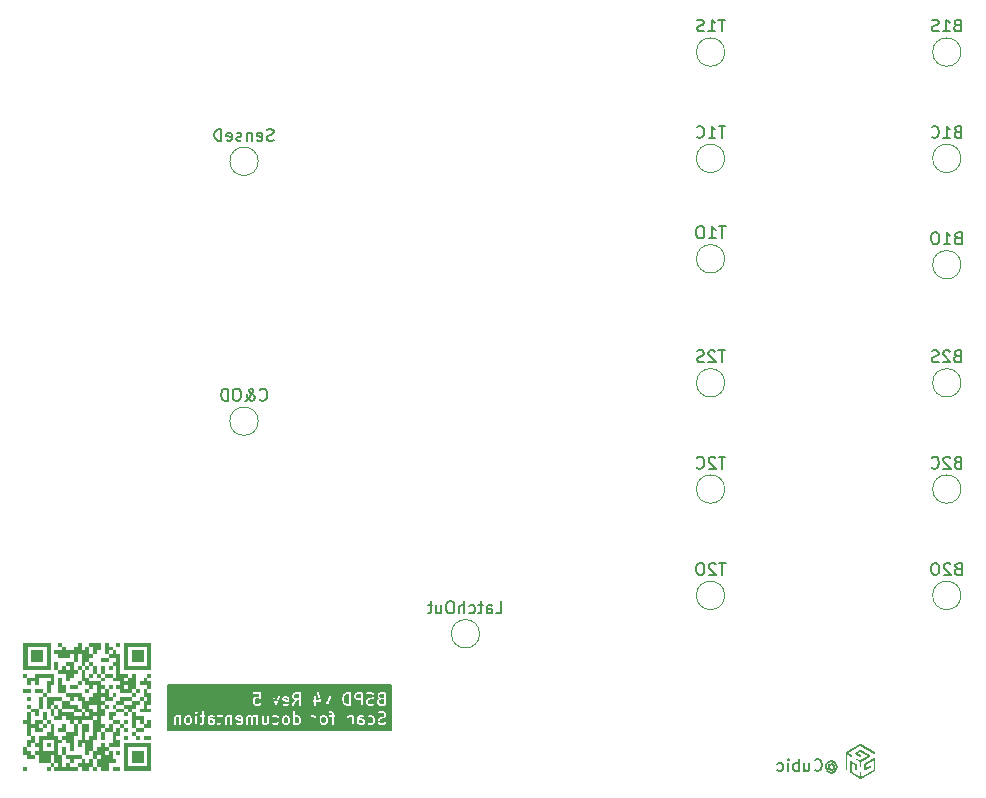
<source format=gbr>
%TF.GenerationSoftware,KiCad,Pcbnew,9.0.3*%
%TF.CreationDate,2025-12-22T19:21:40+07:00*%
%TF.ProjectId,BSPD v4 Rev 5,42535044-2076-4342-9052-657620352e6b,rev?*%
%TF.SameCoordinates,Original*%
%TF.FileFunction,Legend,Bot*%
%TF.FilePolarity,Positive*%
%FSLAX46Y46*%
G04 Gerber Fmt 4.6, Leading zero omitted, Abs format (unit mm)*
G04 Created by KiCad (PCBNEW 9.0.3) date 2025-12-22 19:21:40*
%MOMM*%
%LPD*%
G01*
G04 APERTURE LIST*
%ADD10C,0.000000*%
%ADD11C,0.150000*%
%ADD12C,0.120000*%
G04 APERTURE END LIST*
D10*
G36*
X166156166Y-136266417D02*
G01*
X165828083Y-136266417D01*
X165828083Y-135938334D01*
X166156166Y-135938334D01*
X166156166Y-136266417D01*
G37*
G36*
X167140416Y-139547250D02*
G01*
X166812333Y-139547250D01*
X166812333Y-139219167D01*
X167140416Y-139219167D01*
X167140416Y-139547250D01*
G37*
G36*
X163859583Y-139547250D02*
G01*
X163531500Y-139547250D01*
X163531500Y-139219167D01*
X163859583Y-139219167D01*
X163859583Y-139547250D01*
G37*
G36*
X165828083Y-138234917D02*
G01*
X165500000Y-138234917D01*
X165500000Y-137906833D01*
X165828083Y-137906833D01*
X165828083Y-138234917D01*
G37*
G36*
X167796583Y-142500000D02*
G01*
X167468499Y-142500000D01*
X167468499Y-142171916D01*
X167796583Y-142171916D01*
X167796583Y-142500000D01*
G37*
G36*
X171405499Y-142828083D02*
G01*
X171061012Y-142828083D01*
X169453404Y-142828083D01*
X169108916Y-142828083D01*
X169108916Y-142483595D01*
X169108916Y-140875987D01*
X169453404Y-140875987D01*
X169453404Y-142483595D01*
X171061012Y-142483595D01*
X171061012Y-140875987D01*
X169453404Y-140875987D01*
X169108916Y-140875987D01*
X169108916Y-140531500D01*
X169453404Y-140531500D01*
X171061012Y-140531500D01*
X171405499Y-140531500D01*
X171405499Y-140875987D01*
X171405499Y-142483595D01*
X171405499Y-142828083D01*
G37*
G36*
X162219167Y-136266417D02*
G01*
X161891083Y-136266417D01*
X161891083Y-135938334D01*
X162219167Y-135938334D01*
X162219167Y-136266417D01*
G37*
G36*
X168452749Y-137578750D02*
G01*
X168124666Y-137578750D01*
X168124666Y-137250667D01*
X168452749Y-137250667D01*
X168452749Y-137578750D01*
G37*
G36*
X162547250Y-134954084D02*
G01*
X162219167Y-134954084D01*
X162219167Y-134626000D01*
X162547250Y-134626000D01*
X162547250Y-134954084D01*
G37*
G36*
X165828083Y-137578750D02*
G01*
X165500000Y-137578750D01*
X165500000Y-137250667D01*
X165828083Y-137250667D01*
X165828083Y-137578750D01*
G37*
G36*
X171405499Y-139219167D02*
G01*
X171077416Y-139219167D01*
X171077416Y-138891083D01*
X171405499Y-138891083D01*
X171405499Y-139219167D01*
G37*
G36*
X164515750Y-138563000D02*
G01*
X164187666Y-138563000D01*
X164187666Y-138234917D01*
X164515750Y-138234917D01*
X164515750Y-138563000D01*
G37*
G36*
X168452749Y-133313667D02*
G01*
X168124666Y-133313667D01*
X168124666Y-132985584D01*
X168452749Y-132985584D01*
X168452749Y-133313667D01*
G37*
G36*
X166484250Y-133969833D02*
G01*
X166156166Y-133969833D01*
X166156166Y-133641750D01*
X166484250Y-133641750D01*
X166484250Y-133969833D01*
G37*
G36*
X163859583Y-142828083D02*
G01*
X163531500Y-142828083D01*
X163531500Y-142500000D01*
X163859583Y-142500000D01*
X163859583Y-142828083D01*
G37*
G36*
X165171916Y-137578750D02*
G01*
X164843833Y-137578750D01*
X164843833Y-137250667D01*
X165171916Y-137250667D01*
X165171916Y-137578750D01*
G37*
G36*
X168124666Y-141843833D02*
G01*
X167796583Y-141843833D01*
X167796583Y-141515750D01*
X168124666Y-141515750D01*
X168124666Y-141843833D01*
G37*
G36*
X168780833Y-141515750D02*
G01*
X168452749Y-141515750D01*
X168452749Y-141187666D01*
X168780833Y-141187666D01*
X168780833Y-141515750D01*
G37*
G36*
X161234917Y-135282167D02*
G01*
X160906833Y-135282167D01*
X160906833Y-134954084D01*
X161234917Y-134954084D01*
X161234917Y-135282167D01*
G37*
G36*
X169765083Y-137906833D02*
G01*
X169437000Y-137906833D01*
X169437000Y-137578750D01*
X169765083Y-137578750D01*
X169765083Y-137906833D01*
G37*
G36*
X170093166Y-138891083D02*
G01*
X169765083Y-138891083D01*
X169765083Y-138563000D01*
X170093166Y-138563000D01*
X170093166Y-138891083D01*
G37*
G36*
X171405499Y-136922583D02*
G01*
X171077416Y-136922583D01*
X171077416Y-136594500D01*
X171405499Y-136594500D01*
X171405499Y-136922583D01*
G37*
G36*
X171405499Y-137250667D02*
G01*
X171077416Y-137250667D01*
X171077416Y-136922583D01*
X171405499Y-136922583D01*
X171405499Y-137250667D01*
G37*
G36*
X162547250Y-142171916D02*
G01*
X162219167Y-142171916D01*
X162219167Y-141843833D01*
X162547250Y-141843833D01*
X162547250Y-142171916D01*
G37*
G36*
X167796583Y-142828083D02*
G01*
X167468499Y-142828083D01*
X167468499Y-142500000D01*
X167796583Y-142500000D01*
X167796583Y-142828083D01*
G37*
G36*
X170093166Y-134954084D02*
G01*
X169765083Y-134954084D01*
X169765083Y-134626000D01*
X170093166Y-134626000D01*
X170093166Y-134954084D01*
G37*
G36*
X161891083Y-134954084D02*
G01*
X161563000Y-134954084D01*
X161563000Y-134626000D01*
X161891083Y-134626000D01*
X161891083Y-134954084D01*
G37*
G36*
X168452749Y-133969833D02*
G01*
X168124666Y-133969833D01*
X168124666Y-133641750D01*
X168452749Y-133641750D01*
X168452749Y-133969833D01*
G37*
G36*
X165828083Y-140203417D02*
G01*
X165500000Y-140203417D01*
X165500000Y-139875333D01*
X165828083Y-139875333D01*
X165828083Y-140203417D01*
G37*
G36*
X161234917Y-138563000D02*
G01*
X160906833Y-138563000D01*
X160906833Y-138234917D01*
X161234917Y-138234917D01*
X161234917Y-138563000D01*
G37*
G36*
X165828083Y-138563000D02*
G01*
X165500000Y-138563000D01*
X165500000Y-138234917D01*
X165828083Y-138234917D01*
X165828083Y-138563000D01*
G37*
G36*
X168780833Y-134297917D02*
G01*
X168452749Y-134297917D01*
X168452749Y-133969833D01*
X168780833Y-133969833D01*
X168780833Y-134297917D01*
G37*
G36*
X164187666Y-138234917D02*
G01*
X163859583Y-138234917D01*
X163859583Y-137906833D01*
X164187666Y-137906833D01*
X164187666Y-138234917D01*
G37*
G36*
X165171916Y-139547250D02*
G01*
X164843833Y-139547250D01*
X164843833Y-139219167D01*
X165171916Y-139219167D01*
X165171916Y-139547250D01*
G37*
G36*
X167140416Y-138563000D02*
G01*
X166812333Y-138563000D01*
X166812333Y-138234917D01*
X167140416Y-138234917D01*
X167140416Y-138563000D01*
G37*
G36*
X167468499Y-138234917D02*
G01*
X167140416Y-138234917D01*
X167140416Y-137906833D01*
X167468499Y-137906833D01*
X167468499Y-138234917D01*
G37*
G36*
X166484250Y-138234917D02*
G01*
X166156166Y-138234917D01*
X166156166Y-137906833D01*
X166484250Y-137906833D01*
X166484250Y-138234917D01*
G37*
G36*
X167140416Y-136594500D02*
G01*
X166812333Y-136594500D01*
X166812333Y-136266417D01*
X167140416Y-136266417D01*
X167140416Y-136594500D01*
G37*
G36*
X169765083Y-135610250D02*
G01*
X169437000Y-135610250D01*
X169437000Y-135282167D01*
X169765083Y-135282167D01*
X169765083Y-135610250D01*
G37*
G36*
X163859583Y-138563000D02*
G01*
X163531500Y-138563000D01*
X163531500Y-138234917D01*
X163859583Y-138234917D01*
X163859583Y-138563000D01*
G37*
G36*
X166156166Y-137906833D02*
G01*
X165828083Y-137906833D01*
X165828083Y-137578750D01*
X166156166Y-137578750D01*
X166156166Y-137906833D01*
G37*
G36*
X167468499Y-142171916D02*
G01*
X167140416Y-142171916D01*
X167140416Y-141843833D01*
X167468499Y-141843833D01*
X167468499Y-142171916D01*
G37*
G36*
X165171916Y-139219167D02*
G01*
X164843833Y-139219167D01*
X164843833Y-138891083D01*
X165171916Y-138891083D01*
X165171916Y-139219167D01*
G37*
G36*
X171077416Y-136594500D02*
G01*
X170749333Y-136594500D01*
X170749333Y-136266417D01*
X171077416Y-136266417D01*
X171077416Y-136594500D01*
G37*
G36*
X165171916Y-134626000D02*
G01*
X164843833Y-134626000D01*
X164843833Y-134297917D01*
X165171916Y-134297917D01*
X165171916Y-134626000D01*
G37*
G36*
X167796583Y-137578750D02*
G01*
X167468499Y-137578750D01*
X167468499Y-137250667D01*
X167796583Y-137250667D01*
X167796583Y-137578750D01*
G37*
G36*
X162219167Y-140859583D02*
G01*
X161891083Y-140859583D01*
X161891083Y-140531500D01*
X162219167Y-140531500D01*
X162219167Y-140859583D01*
G37*
G36*
X164187666Y-137250667D02*
G01*
X163859583Y-137250667D01*
X163859583Y-136922583D01*
X164187666Y-136922583D01*
X164187666Y-137250667D01*
G37*
G36*
X167140416Y-142171916D02*
G01*
X166812333Y-142171916D01*
X166812333Y-141843833D01*
X167140416Y-141843833D01*
X167140416Y-142171916D01*
G37*
G36*
X166156166Y-138563000D02*
G01*
X165828083Y-138563000D01*
X165828083Y-138234917D01*
X166156166Y-138234917D01*
X166156166Y-138563000D01*
G37*
G36*
X171077416Y-136266417D02*
G01*
X170749333Y-136266417D01*
X170749333Y-135938334D01*
X171077416Y-135938334D01*
X171077416Y-136266417D01*
G37*
G36*
X170093166Y-139219167D02*
G01*
X169765083Y-139219167D01*
X169765083Y-138891083D01*
X170093166Y-138891083D01*
X170093166Y-139219167D01*
G37*
G36*
X166156166Y-139219167D02*
G01*
X165828083Y-139219167D01*
X165828083Y-138891083D01*
X166156166Y-138891083D01*
X166156166Y-139219167D01*
G37*
G36*
X167796583Y-141843833D02*
G01*
X167468499Y-141843833D01*
X167468499Y-141515750D01*
X167796583Y-141515750D01*
X167796583Y-141843833D01*
G37*
G36*
X165500000Y-135610250D02*
G01*
X165171916Y-135610250D01*
X165171916Y-135282167D01*
X165500000Y-135282167D01*
X165500000Y-135610250D01*
G37*
G36*
X165171916Y-132985584D02*
G01*
X164843833Y-132985584D01*
X164843833Y-132657500D01*
X165171916Y-132657500D01*
X165171916Y-132985584D01*
G37*
G36*
X164843833Y-140531500D02*
G01*
X164515750Y-140531500D01*
X164515750Y-140203417D01*
X164843833Y-140203417D01*
X164843833Y-140531500D01*
G37*
G36*
X164515750Y-137578750D02*
G01*
X164187666Y-137578750D01*
X164187666Y-137250667D01*
X164515750Y-137250667D01*
X164515750Y-137578750D01*
G37*
G36*
X169108916Y-137250667D02*
G01*
X168780833Y-137250667D01*
X168780833Y-136922583D01*
X169108916Y-136922583D01*
X169108916Y-137250667D01*
G37*
G36*
X165828083Y-139547250D02*
G01*
X165500000Y-139547250D01*
X165500000Y-139219167D01*
X165828083Y-139219167D01*
X165828083Y-139547250D01*
G37*
G36*
X171405499Y-135938334D02*
G01*
X171077416Y-135938334D01*
X171077416Y-135610250D01*
X171405499Y-135610250D01*
X171405499Y-135938334D01*
G37*
G36*
X163203416Y-139219167D02*
G01*
X162875333Y-139219167D01*
X162875333Y-138891083D01*
X163203416Y-138891083D01*
X163203416Y-139219167D01*
G37*
G36*
X170093166Y-137578750D02*
G01*
X169765083Y-137578750D01*
X169765083Y-137250667D01*
X170093166Y-137250667D01*
X170093166Y-137578750D01*
G37*
G36*
X168124666Y-136922583D02*
G01*
X167796583Y-136922583D01*
X167796583Y-136594500D01*
X168124666Y-136594500D01*
X168124666Y-136922583D01*
G37*
G36*
X164187666Y-136266417D02*
G01*
X163859583Y-136266417D01*
X163859583Y-135938334D01*
X164187666Y-135938334D01*
X164187666Y-136266417D01*
G37*
G36*
X166484250Y-135938334D02*
G01*
X166156166Y-135938334D01*
X166156166Y-135610250D01*
X166484250Y-135610250D01*
X166484250Y-135938334D01*
G37*
G36*
X163531500Y-132985584D02*
G01*
X163203416Y-132985584D01*
X163203416Y-132657500D01*
X163531500Y-132657500D01*
X163531500Y-132985584D01*
G37*
G36*
X160906833Y-142828083D02*
G01*
X160578750Y-142828083D01*
X160578750Y-142500000D01*
X160906833Y-142500000D01*
X160906833Y-142828083D01*
G37*
G36*
X171077416Y-139219167D02*
G01*
X170749333Y-139219167D01*
X170749333Y-138891083D01*
X171077416Y-138891083D01*
X171077416Y-139219167D01*
G37*
G36*
X166812333Y-135610250D02*
G01*
X166484250Y-135610250D01*
X166484250Y-135282167D01*
X166812333Y-135282167D01*
X166812333Y-135610250D01*
G37*
G36*
X164843833Y-141187666D02*
G01*
X164515750Y-141187666D01*
X164515750Y-140859583D01*
X164843833Y-140859583D01*
X164843833Y-141187666D01*
G37*
G36*
X162219167Y-140531500D02*
G01*
X161891083Y-140531500D01*
X161891083Y-140203417D01*
X162219167Y-140203417D01*
X162219167Y-140531500D01*
G37*
G36*
X167796583Y-142171916D02*
G01*
X167468499Y-142171916D01*
X167468499Y-141843833D01*
X167796583Y-141843833D01*
X167796583Y-142171916D01*
G37*
G36*
X167468499Y-141515750D02*
G01*
X167140416Y-141515750D01*
X167140416Y-141187666D01*
X167468499Y-141187666D01*
X167468499Y-141515750D01*
G37*
G36*
X161563000Y-139219167D02*
G01*
X161234917Y-139219167D01*
X161234917Y-138891083D01*
X161563000Y-138891083D01*
X161563000Y-139219167D01*
G37*
G36*
X168124666Y-139547250D02*
G01*
X167796583Y-139547250D01*
X167796583Y-139219167D01*
X168124666Y-139219167D01*
X168124666Y-139547250D01*
G37*
G36*
X167468499Y-139219167D02*
G01*
X167140416Y-139219167D01*
X167140416Y-138891083D01*
X167468499Y-138891083D01*
X167468499Y-139219167D01*
G37*
G36*
X167140416Y-135610250D02*
G01*
X166812333Y-135610250D01*
X166812333Y-135282167D01*
X167140416Y-135282167D01*
X167140416Y-135610250D01*
G37*
G36*
X160906833Y-138891083D02*
G01*
X160578750Y-138891083D01*
X160578750Y-138563000D01*
X160906833Y-138563000D01*
X160906833Y-138891083D01*
G37*
G36*
X167140416Y-141515750D02*
G01*
X166812333Y-141515750D01*
X166812333Y-141187666D01*
X167140416Y-141187666D01*
X167140416Y-141515750D01*
G37*
G36*
X166156166Y-139547250D02*
G01*
X165828083Y-139547250D01*
X165828083Y-139219167D01*
X166156166Y-139219167D01*
X166156166Y-139547250D01*
G37*
G36*
X167140416Y-136922583D02*
G01*
X166812333Y-136922583D01*
X166812333Y-136594500D01*
X167140416Y-136594500D01*
X167140416Y-136922583D01*
G37*
G36*
X165828083Y-142500000D02*
G01*
X165500000Y-142500000D01*
X165500000Y-142171916D01*
X165828083Y-142171916D01*
X165828083Y-142500000D01*
G37*
G36*
X163859583Y-132329417D02*
G01*
X163531500Y-132329417D01*
X163531500Y-132001334D01*
X163859583Y-132001334D01*
X163859583Y-132329417D01*
G37*
G36*
X165828083Y-139875333D02*
G01*
X165500000Y-139875333D01*
X165500000Y-139547250D01*
X165828083Y-139547250D01*
X165828083Y-139875333D01*
G37*
G36*
X163203416Y-139547250D02*
G01*
X162875333Y-139547250D01*
X162875333Y-139219167D01*
X163203416Y-139219167D01*
X163203416Y-139547250D01*
G37*
G36*
X162219167Y-138891083D02*
G01*
X161891083Y-138891083D01*
X161891083Y-138563000D01*
X162219167Y-138563000D01*
X162219167Y-138891083D01*
G37*
G36*
X165828083Y-139219167D02*
G01*
X165500000Y-139219167D01*
X165500000Y-138891083D01*
X165828083Y-138891083D01*
X165828083Y-139219167D01*
G37*
G36*
X163859583Y-136266417D02*
G01*
X163531500Y-136266417D01*
X163531500Y-135938334D01*
X163859583Y-135938334D01*
X163859583Y-136266417D01*
G37*
G36*
X162875333Y-134954084D02*
G01*
X162547250Y-134954084D01*
X162547250Y-134626000D01*
X162875333Y-134626000D01*
X162875333Y-134954084D01*
G37*
G36*
X164843833Y-141843833D02*
G01*
X164515750Y-141843833D01*
X164515750Y-141515750D01*
X164843833Y-141515750D01*
X164843833Y-141843833D01*
G37*
G36*
X167796583Y-136266417D02*
G01*
X167468499Y-136266417D01*
X167468499Y-135938334D01*
X167796583Y-135938334D01*
X167796583Y-136266417D01*
G37*
G36*
X169108916Y-134954084D02*
G01*
X168780833Y-134954084D01*
X168780833Y-134626000D01*
X169108916Y-134626000D01*
X169108916Y-134954084D01*
G37*
G36*
X163859583Y-142171916D02*
G01*
X163531500Y-142171916D01*
X163531500Y-141843833D01*
X163859583Y-141843833D01*
X163859583Y-142171916D01*
G37*
G36*
X163203416Y-134954084D02*
G01*
X162875333Y-134954084D01*
X162875333Y-134626000D01*
X163203416Y-134626000D01*
X163203416Y-134954084D01*
G37*
G36*
X165171916Y-133313667D02*
G01*
X164843833Y-133313667D01*
X164843833Y-132985584D01*
X165171916Y-132985584D01*
X165171916Y-133313667D01*
G37*
G36*
X167468499Y-136594500D02*
G01*
X167140416Y-136594500D01*
X167140416Y-136266417D01*
X167468499Y-136266417D01*
X167468499Y-136594500D01*
G37*
G36*
X167140416Y-141187666D02*
G01*
X166812333Y-141187666D01*
X166812333Y-140859583D01*
X167140416Y-140859583D01*
X167140416Y-141187666D01*
G37*
G36*
X162875333Y-141515750D02*
G01*
X162547250Y-141515750D01*
X162547250Y-141187666D01*
X162875333Y-141187666D01*
X162875333Y-141515750D01*
G37*
G36*
X170749333Y-135610250D02*
G01*
X170421249Y-135610250D01*
X170421249Y-135282167D01*
X170749333Y-135282167D01*
X170749333Y-135610250D01*
G37*
G36*
X169437000Y-134954084D02*
G01*
X169108916Y-134954084D01*
X169108916Y-134626000D01*
X169437000Y-134626000D01*
X169437000Y-134954084D01*
G37*
G36*
X163531500Y-138563000D02*
G01*
X163203416Y-138563000D01*
X163203416Y-138234917D01*
X163531500Y-138234917D01*
X163531500Y-138563000D01*
G37*
G36*
X166156166Y-140859583D02*
G01*
X165828083Y-140859583D01*
X165828083Y-140531500D01*
X166156166Y-140531500D01*
X166156166Y-140859583D01*
G37*
G36*
X169437000Y-137578750D02*
G01*
X169108916Y-137578750D01*
X169108916Y-137250667D01*
X169437000Y-137250667D01*
X169437000Y-137578750D01*
G37*
G36*
X164843833Y-138234917D02*
G01*
X164515750Y-138234917D01*
X164515750Y-137906833D01*
X164843833Y-137906833D01*
X164843833Y-138234917D01*
G37*
G36*
X162219167Y-137578750D02*
G01*
X161891083Y-137578750D01*
X161891083Y-137250667D01*
X162219167Y-137250667D01*
X162219167Y-137578750D01*
G37*
G36*
X163203416Y-135610250D02*
G01*
X162875333Y-135610250D01*
X162875333Y-135282167D01*
X163203416Y-135282167D01*
X163203416Y-135610250D01*
G37*
G36*
X167796583Y-136922583D02*
G01*
X167468499Y-136922583D01*
X167468499Y-136594500D01*
X167796583Y-136594500D01*
X167796583Y-136922583D01*
G37*
G36*
X162219167Y-141515750D02*
G01*
X161891083Y-141515750D01*
X161891083Y-141187666D01*
X162219167Y-141187666D01*
X162219167Y-141515750D01*
G37*
G36*
X168780833Y-140859583D02*
G01*
X168452749Y-140859583D01*
X168452749Y-140531500D01*
X168780833Y-140531500D01*
X168780833Y-140859583D01*
G37*
G36*
X167140416Y-138891083D02*
G01*
X166812333Y-138891083D01*
X166812333Y-138563000D01*
X167140416Y-138563000D01*
X167140416Y-138891083D01*
G37*
G36*
X164843833Y-134297917D02*
G01*
X164515750Y-134297917D01*
X164515750Y-133969833D01*
X164843833Y-133969833D01*
X164843833Y-134297917D01*
G37*
G36*
X165171916Y-132657500D02*
G01*
X164843833Y-132657500D01*
X164843833Y-132329417D01*
X165171916Y-132329417D01*
X165171916Y-132657500D01*
G37*
G36*
X171077416Y-137578750D02*
G01*
X170749333Y-137578750D01*
X170749333Y-137250667D01*
X171077416Y-137250667D01*
X171077416Y-137578750D01*
G37*
G36*
X161234917Y-135610250D02*
G01*
X160906833Y-135610250D01*
X160906833Y-135282167D01*
X161234917Y-135282167D01*
X161234917Y-135610250D01*
G37*
G36*
X167140416Y-135938334D02*
G01*
X166812333Y-135938334D01*
X166812333Y-135610250D01*
X167140416Y-135610250D01*
X167140416Y-135938334D01*
G37*
G36*
X165828083Y-133969833D02*
G01*
X165500000Y-133969833D01*
X165500000Y-133641750D01*
X165828083Y-133641750D01*
X165828083Y-133969833D01*
G37*
G36*
X168452749Y-140531500D02*
G01*
X168124666Y-140531500D01*
X168124666Y-140203417D01*
X168452749Y-140203417D01*
X168452749Y-140531500D01*
G37*
G36*
X171405499Y-136594500D02*
G01*
X171077416Y-136594500D01*
X171077416Y-136266417D01*
X171405499Y-136266417D01*
X171405499Y-136594500D01*
G37*
G36*
X167140416Y-137906833D02*
G01*
X166812333Y-137906833D01*
X166812333Y-137578750D01*
X167140416Y-137578750D01*
X167140416Y-137906833D01*
G37*
G36*
X166484250Y-137250667D02*
G01*
X166156166Y-137250667D01*
X166156166Y-136922583D01*
X166484250Y-136922583D01*
X166484250Y-137250667D01*
G37*
G36*
X164515750Y-136594500D02*
G01*
X164187666Y-136594500D01*
X164187666Y-136266417D01*
X164515750Y-136266417D01*
X164515750Y-136594500D01*
G37*
G36*
X171077416Y-135610250D02*
G01*
X170749333Y-135610250D01*
X170749333Y-135282167D01*
X171077416Y-135282167D01*
X171077416Y-135610250D01*
G37*
G36*
X160906833Y-134954084D02*
G01*
X160578750Y-134954084D01*
X160578750Y-134626000D01*
X160906833Y-134626000D01*
X160906833Y-134954084D01*
G37*
G36*
X169437000Y-138891083D02*
G01*
X169108916Y-138891083D01*
X169108916Y-138563000D01*
X169437000Y-138563000D01*
X169437000Y-138891083D01*
G37*
G36*
X162875333Y-139875333D02*
G01*
X162547250Y-139875333D01*
X162547250Y-139547250D01*
X162875333Y-139547250D01*
X162875333Y-139875333D01*
G37*
G36*
X165828083Y-136922583D02*
G01*
X165500000Y-136922583D01*
X165500000Y-136594500D01*
X165828083Y-136594500D01*
X165828083Y-136922583D01*
G37*
G36*
X168452749Y-138234917D02*
G01*
X168124666Y-138234917D01*
X168124666Y-137906833D01*
X168452749Y-137906833D01*
X168452749Y-138234917D01*
G37*
G36*
X163203416Y-137250667D02*
G01*
X162875333Y-137250667D01*
X162875333Y-136922583D01*
X163203416Y-136922583D01*
X163203416Y-137250667D01*
G37*
G36*
X166812333Y-139547250D02*
G01*
X166484250Y-139547250D01*
X166484250Y-139219167D01*
X166812333Y-139219167D01*
X166812333Y-139547250D01*
G37*
G36*
X165171916Y-136594500D02*
G01*
X164843833Y-136594500D01*
X164843833Y-136266417D01*
X165171916Y-136266417D01*
X165171916Y-136594500D01*
G37*
G36*
X162875333Y-141843833D02*
G01*
X162547250Y-141843833D01*
X162547250Y-141515750D01*
X162875333Y-141515750D01*
X162875333Y-141843833D01*
G37*
G36*
X165828083Y-132985584D02*
G01*
X165500000Y-132985584D01*
X165500000Y-132657500D01*
X165828083Y-132657500D01*
X165828083Y-132985584D01*
G37*
G36*
X169437000Y-139547250D02*
G01*
X169108916Y-139547250D01*
X169108916Y-139219167D01*
X169437000Y-139219167D01*
X169437000Y-139547250D01*
G37*
G36*
X161891083Y-138234917D02*
G01*
X161563000Y-138234917D01*
X161563000Y-137906833D01*
X161891083Y-137906833D01*
X161891083Y-138234917D01*
G37*
G36*
X166812333Y-139875333D02*
G01*
X166484250Y-139875333D01*
X166484250Y-139547250D01*
X166812333Y-139547250D01*
X166812333Y-139875333D01*
G37*
G36*
X166812333Y-138891083D02*
G01*
X166484250Y-138891083D01*
X166484250Y-138563000D01*
X166812333Y-138563000D01*
X166812333Y-138891083D01*
G37*
G36*
X167796583Y-132329417D02*
G01*
X167468499Y-132329417D01*
X167468499Y-132001334D01*
X167796583Y-132001334D01*
X167796583Y-132329417D01*
G37*
G36*
X166484250Y-133313667D02*
G01*
X166156166Y-133313667D01*
X166156166Y-132985584D01*
X166484250Y-132985584D01*
X166484250Y-133313667D01*
G37*
G36*
X171077416Y-137906833D02*
G01*
X170749333Y-137906833D01*
X170749333Y-137578750D01*
X171077416Y-137578750D01*
X171077416Y-137906833D01*
G37*
G36*
X165828083Y-134954084D02*
G01*
X165500000Y-134954084D01*
X165500000Y-134626000D01*
X165828083Y-134626000D01*
X165828083Y-134954084D01*
G37*
G36*
X164515750Y-134954084D02*
G01*
X164187666Y-134954084D01*
X164187666Y-134626000D01*
X164515750Y-134626000D01*
X164515750Y-134954084D01*
G37*
G36*
X166812333Y-134297917D02*
G01*
X166484250Y-134297917D01*
X166484250Y-133969833D01*
X166812333Y-133969833D01*
X166812333Y-134297917D01*
G37*
G36*
X167796583Y-141187666D02*
G01*
X167468499Y-141187666D01*
X167468499Y-140859583D01*
X167796583Y-140859583D01*
X167796583Y-141187666D01*
G37*
G36*
X164843833Y-138891083D02*
G01*
X164515750Y-138891083D01*
X164515750Y-138563000D01*
X164843833Y-138563000D01*
X164843833Y-138891083D01*
G37*
G36*
X169108916Y-136922583D02*
G01*
X168780833Y-136922583D01*
X168780833Y-136594500D01*
X169108916Y-136594500D01*
X169108916Y-136922583D01*
G37*
G36*
X167468499Y-140203417D02*
G01*
X167140416Y-140203417D01*
X167140416Y-139875333D01*
X167468499Y-139875333D01*
X167468499Y-140203417D01*
G37*
G36*
X167468499Y-142500000D02*
G01*
X167140416Y-142500000D01*
X167140416Y-142171916D01*
X167468499Y-142171916D01*
X167468499Y-142500000D01*
G37*
G36*
X167468499Y-134626000D02*
G01*
X167140416Y-134626000D01*
X167140416Y-134297917D01*
X167468499Y-134297917D01*
X167468499Y-134626000D01*
G37*
G36*
X166812333Y-136922583D02*
G01*
X166484250Y-136922583D01*
X166484250Y-136594500D01*
X166812333Y-136594500D01*
X166812333Y-136922583D01*
G37*
G36*
X161234917Y-136266417D02*
G01*
X160906833Y-136266417D01*
X160906833Y-135938334D01*
X161234917Y-135938334D01*
X161234917Y-136266417D01*
G37*
G36*
X166812333Y-136594500D02*
G01*
X166484250Y-136594500D01*
X166484250Y-136266417D01*
X166812333Y-136266417D01*
X166812333Y-136594500D01*
G37*
G36*
X165500000Y-142500000D02*
G01*
X165171916Y-142500000D01*
X165171916Y-142171916D01*
X165500000Y-142171916D01*
X165500000Y-142500000D01*
G37*
G36*
X166156166Y-142828083D02*
G01*
X165828083Y-142828083D01*
X165828083Y-142500000D01*
X166156166Y-142500000D01*
X166156166Y-142828083D01*
G37*
G36*
X164187666Y-141515750D02*
G01*
X163859583Y-141515750D01*
X163859583Y-141187666D01*
X164187666Y-141187666D01*
X164187666Y-141515750D01*
G37*
G36*
X170421249Y-140203417D02*
G01*
X170093166Y-140203417D01*
X170093166Y-139875333D01*
X170421249Y-139875333D01*
X170421249Y-140203417D01*
G37*
G36*
X164843833Y-140859583D02*
G01*
X164515750Y-140859583D01*
X164515750Y-140531500D01*
X164843833Y-140531500D01*
X164843833Y-140859583D01*
G37*
G36*
X161234917Y-138234917D02*
G01*
X160906833Y-138234917D01*
X160906833Y-137906833D01*
X161234917Y-137906833D01*
X161234917Y-138234917D01*
G37*
G36*
X164187666Y-132657500D02*
G01*
X163859583Y-132657500D01*
X163859583Y-132329417D01*
X164187666Y-132329417D01*
X164187666Y-132657500D01*
G37*
G36*
X161891083Y-137906833D02*
G01*
X161563000Y-137906833D01*
X161563000Y-137578750D01*
X161891083Y-137578750D01*
X161891083Y-137906833D01*
G37*
G36*
X168452749Y-142828083D02*
G01*
X168124666Y-142828083D01*
X168124666Y-142500000D01*
X168452749Y-142500000D01*
X168452749Y-142828083D01*
G37*
G36*
X168780833Y-139547250D02*
G01*
X168452749Y-139547250D01*
X168452749Y-139219167D01*
X168780833Y-139219167D01*
X168780833Y-139547250D01*
G37*
G36*
X168780833Y-139875333D02*
G01*
X168452749Y-139875333D01*
X168452749Y-139547250D01*
X168780833Y-139547250D01*
X168780833Y-139875333D01*
G37*
G36*
X169437000Y-140203417D02*
G01*
X169108916Y-140203417D01*
X169108916Y-139875333D01*
X169437000Y-139875333D01*
X169437000Y-140203417D01*
G37*
G36*
X167796583Y-139547250D02*
G01*
X167468499Y-139547250D01*
X167468499Y-139219167D01*
X167796583Y-139219167D01*
X167796583Y-139547250D01*
G37*
G36*
X166156166Y-132985584D02*
G01*
X165828083Y-132985584D01*
X165828083Y-132657500D01*
X166156166Y-132657500D01*
X166156166Y-132985584D01*
G37*
G36*
X162547250Y-140203417D02*
G01*
X162219167Y-140203417D01*
X162219167Y-139875333D01*
X162547250Y-139875333D01*
X162547250Y-140203417D01*
G37*
G36*
X161891083Y-139219167D02*
G01*
X161563000Y-139219167D01*
X161563000Y-138891083D01*
X161891083Y-138891083D01*
X161891083Y-139219167D01*
G37*
G36*
X165171916Y-138563000D02*
G01*
X164843833Y-138563000D01*
X164843833Y-138234917D01*
X165171916Y-138234917D01*
X165171916Y-138563000D01*
G37*
G36*
X164187666Y-134297917D02*
G01*
X163859583Y-134297917D01*
X163859583Y-133969833D01*
X164187666Y-133969833D01*
X164187666Y-134297917D01*
G37*
G36*
X163203416Y-137906833D02*
G01*
X162875333Y-137906833D01*
X162875333Y-137578750D01*
X163203416Y-137578750D01*
X163203416Y-137906833D01*
G37*
G36*
X167468499Y-140859583D02*
G01*
X167140416Y-140859583D01*
X167140416Y-140531500D01*
X167468499Y-140531500D01*
X167468499Y-140859583D01*
G37*
G36*
X166812333Y-141515750D02*
G01*
X166484250Y-141515750D01*
X166484250Y-141187666D01*
X166812333Y-141187666D01*
X166812333Y-141515750D01*
G37*
G36*
X162219167Y-139547250D02*
G01*
X161891083Y-139547250D01*
X161891083Y-139219167D01*
X162219167Y-139219167D01*
X162219167Y-139547250D01*
G37*
G36*
X168124666Y-133313667D02*
G01*
X167796583Y-133313667D01*
X167796583Y-132985584D01*
X168124666Y-132985584D01*
X168124666Y-133313667D01*
G37*
G36*
X163203416Y-139875333D02*
G01*
X162875333Y-139875333D01*
X162875333Y-139547250D01*
X163203416Y-139547250D01*
X163203416Y-139875333D01*
G37*
G36*
X162547250Y-136594500D02*
G01*
X162219167Y-136594500D01*
X162219167Y-136266417D01*
X162547250Y-136266417D01*
X162547250Y-136594500D01*
G37*
G36*
X167468499Y-135938334D02*
G01*
X167140416Y-135938334D01*
X167140416Y-135610250D01*
X167468499Y-135610250D01*
X167468499Y-135938334D01*
G37*
G36*
X170093166Y-135938334D02*
G01*
X169765083Y-135938334D01*
X169765083Y-135610250D01*
X170093166Y-135610250D01*
X170093166Y-135938334D01*
G37*
G36*
X167468499Y-133641750D02*
G01*
X167140416Y-133641750D01*
X167140416Y-133313667D01*
X167468499Y-133313667D01*
X167468499Y-133641750D01*
G37*
G36*
X168124666Y-138234917D02*
G01*
X167796583Y-138234917D01*
X167796583Y-137906833D01*
X168124666Y-137906833D01*
X168124666Y-138234917D01*
G37*
G36*
X166156166Y-133641750D02*
G01*
X165828083Y-133641750D01*
X165828083Y-133313667D01*
X166156166Y-133313667D01*
X166156166Y-133641750D01*
G37*
G36*
X162875333Y-136266417D02*
G01*
X162547250Y-136266417D01*
X162547250Y-135938334D01*
X162875333Y-135938334D01*
X162875333Y-136266417D01*
G37*
G36*
X162875333Y-135938334D02*
G01*
X162547250Y-135938334D01*
X162547250Y-135610250D01*
X162875333Y-135610250D01*
X162875333Y-135938334D01*
G37*
G36*
X166812333Y-137250667D02*
G01*
X166484250Y-137250667D01*
X166484250Y-136922583D01*
X166812333Y-136922583D01*
X166812333Y-137250667D01*
G37*
G36*
X167796583Y-132657500D02*
G01*
X167468499Y-132657500D01*
X167468499Y-132329417D01*
X167796583Y-132329417D01*
X167796583Y-132657500D01*
G37*
G36*
X167140416Y-132657500D02*
G01*
X166812333Y-132657500D01*
X166812333Y-132329417D01*
X167140416Y-132329417D01*
X167140416Y-132657500D01*
G37*
G36*
X162547250Y-141843833D02*
G01*
X162219167Y-141843833D01*
X162219167Y-141515750D01*
X162547250Y-141515750D01*
X162547250Y-141843833D01*
G37*
G36*
X170749333Y-138891083D02*
G01*
X170421249Y-138891083D01*
X170421249Y-138563000D01*
X170749333Y-138563000D01*
X170749333Y-138891083D01*
G37*
G36*
X169437000Y-135610250D02*
G01*
X169108916Y-135610250D01*
X169108916Y-135282167D01*
X169437000Y-135282167D01*
X169437000Y-135610250D01*
G37*
G36*
X163531500Y-140859583D02*
G01*
X163203416Y-140859583D01*
X163203416Y-140531500D01*
X163531500Y-140531500D01*
X163531500Y-140859583D01*
G37*
G36*
X168452749Y-132985584D02*
G01*
X168124666Y-132985584D01*
X168124666Y-132657500D01*
X168452749Y-132657500D01*
X168452749Y-132985584D01*
G37*
G36*
X166484250Y-134954084D02*
G01*
X166156166Y-134954084D01*
X166156166Y-134626000D01*
X166484250Y-134626000D01*
X166484250Y-134954084D01*
G37*
G36*
X162547250Y-141515750D02*
G01*
X162219167Y-141515750D01*
X162219167Y-141187666D01*
X162547250Y-141187666D01*
X162547250Y-141515750D01*
G37*
G36*
X161891083Y-139547250D02*
G01*
X161563000Y-139547250D01*
X161563000Y-139219167D01*
X161891083Y-139219167D01*
X161891083Y-139547250D01*
G37*
G36*
X168452749Y-135282167D02*
G01*
X168124666Y-135282167D01*
X168124666Y-134954084D01*
X168452749Y-134954084D01*
X168452749Y-135282167D01*
G37*
G36*
X163859583Y-142500000D02*
G01*
X163531500Y-142500000D01*
X163531500Y-142171916D01*
X163859583Y-142171916D01*
X163859583Y-142500000D01*
G37*
G36*
X168780833Y-135938334D02*
G01*
X168452749Y-135938334D01*
X168452749Y-135610250D01*
X168780833Y-135610250D01*
X168780833Y-135938334D01*
G37*
G36*
X168452749Y-138891083D02*
G01*
X168124666Y-138891083D01*
X168124666Y-138563000D01*
X168452749Y-138563000D01*
X168452749Y-138891083D01*
G37*
G36*
X164843833Y-134626000D02*
G01*
X164515750Y-134626000D01*
X164515750Y-134297917D01*
X164843833Y-134297917D01*
X164843833Y-134626000D01*
G37*
G36*
X167796583Y-133641750D02*
G01*
X167468499Y-133641750D01*
X167468499Y-133313667D01*
X167796583Y-133313667D01*
X167796583Y-133641750D01*
G37*
G36*
X162219167Y-142171916D02*
G01*
X161891083Y-142171916D01*
X161891083Y-141843833D01*
X162219167Y-141843833D01*
X162219167Y-142171916D01*
G37*
G36*
X165171916Y-137906833D02*
G01*
X164843833Y-137906833D01*
X164843833Y-137578750D01*
X165171916Y-137578750D01*
X165171916Y-137906833D01*
G37*
G36*
X167796583Y-136594500D02*
G01*
X167468499Y-136594500D01*
X167468499Y-136266417D01*
X167796583Y-136266417D01*
X167796583Y-136594500D01*
G37*
G36*
X168452749Y-136594500D02*
G01*
X168124666Y-136594500D01*
X168124666Y-136266417D01*
X168452749Y-136266417D01*
X168452749Y-136594500D01*
G37*
G36*
X165828083Y-137250667D02*
G01*
X165500000Y-137250667D01*
X165500000Y-136922583D01*
X165828083Y-136922583D01*
X165828083Y-137250667D01*
G37*
G36*
X170093166Y-137250667D02*
G01*
X169765083Y-137250667D01*
X169765083Y-136922583D01*
X170093166Y-136922583D01*
X170093166Y-137250667D01*
G37*
G36*
X168780833Y-137906833D02*
G01*
X168452749Y-137906833D01*
X168452749Y-137578750D01*
X168780833Y-137578750D01*
X168780833Y-137906833D01*
G37*
G36*
X164515750Y-138234917D02*
G01*
X164187666Y-138234917D01*
X164187666Y-137906833D01*
X164515750Y-137906833D01*
X164515750Y-138234917D01*
G37*
G36*
X161891083Y-141515750D02*
G01*
X161563000Y-141515750D01*
X161563000Y-141187666D01*
X161891083Y-141187666D01*
X161891083Y-141515750D01*
G37*
G36*
X231457303Y-141069797D02*
G01*
X231457309Y-141069853D01*
X231457318Y-141069906D01*
X231457331Y-141069955D01*
X231457347Y-141070001D01*
X231457367Y-141070043D01*
X231457390Y-141070083D01*
X231457415Y-141070119D01*
X231457444Y-141070152D01*
X231457475Y-141070183D01*
X231457509Y-141070211D01*
X231457546Y-141070237D01*
X231457585Y-141070260D01*
X231457626Y-141070280D01*
X231457669Y-141070299D01*
X231457715Y-141070315D01*
X231457762Y-141070330D01*
X231457812Y-141070343D01*
X231457863Y-141070354D01*
X231457915Y-141070363D01*
X231457969Y-141070371D01*
X231458025Y-141070378D01*
X231458139Y-141070388D01*
X231458257Y-141070394D01*
X231458378Y-141070397D01*
X231458624Y-141070398D01*
X231463916Y-141070398D01*
X231463918Y-141070458D01*
X231463924Y-141070514D01*
X231463933Y-141070567D01*
X231463946Y-141070616D01*
X231463962Y-141070662D01*
X231463982Y-141070705D01*
X231464004Y-141070744D01*
X231464030Y-141070780D01*
X231464058Y-141070814D01*
X231464090Y-141070845D01*
X231464124Y-141070873D01*
X231464160Y-141070898D01*
X231464199Y-141070921D01*
X231464241Y-141070942D01*
X231464284Y-141070960D01*
X231464329Y-141070977D01*
X231464377Y-141070991D01*
X231464426Y-141071004D01*
X231464477Y-141071015D01*
X231464530Y-141071025D01*
X231464584Y-141071033D01*
X231464639Y-141071039D01*
X231464753Y-141071049D01*
X231464871Y-141071055D01*
X231464992Y-141071058D01*
X231465239Y-141071059D01*
X231469869Y-141072382D01*
X231471854Y-141073705D01*
X231476484Y-141075028D01*
X231478468Y-141076351D01*
X231481114Y-141077674D01*
X232266926Y-141527466D01*
X232268483Y-141528406D01*
X232270013Y-141529384D01*
X232271516Y-141530401D01*
X232272990Y-141531455D01*
X232274436Y-141532546D01*
X232275852Y-141533674D01*
X232277238Y-141534837D01*
X232278594Y-141536036D01*
X232279918Y-141537269D01*
X232281210Y-141538535D01*
X232282469Y-141539835D01*
X232283695Y-141541168D01*
X232284887Y-141542533D01*
X232286044Y-141543929D01*
X232287166Y-141545356D01*
X232288252Y-141546813D01*
X232289300Y-141548299D01*
X232290307Y-141549810D01*
X232291274Y-141551345D01*
X232292201Y-141552903D01*
X232293086Y-141554483D01*
X232293929Y-141556085D01*
X232294731Y-141557707D01*
X232295490Y-141559350D01*
X232296206Y-141561011D01*
X232296880Y-141562691D01*
X232297510Y-141564388D01*
X232298097Y-141566101D01*
X232298639Y-141567831D01*
X232299138Y-141569575D01*
X232299591Y-141571334D01*
X232299999Y-141573106D01*
X232300268Y-141573910D01*
X232300506Y-141574721D01*
X232300716Y-141575541D01*
X232300896Y-141576367D01*
X232301047Y-141577198D01*
X232301168Y-141578035D01*
X232301260Y-141578876D01*
X232301322Y-141579721D01*
X232301510Y-141580451D01*
X232301669Y-141581187D01*
X232301798Y-141581928D01*
X232301896Y-141582673D01*
X232301964Y-141583421D01*
X232302001Y-141584171D01*
X232302008Y-141584922D01*
X232301984Y-141585674D01*
X232301984Y-141592950D01*
X232301784Y-141593762D01*
X232301618Y-141594580D01*
X232301485Y-141595403D01*
X232301385Y-141596230D01*
X232301319Y-141597061D01*
X232301286Y-141597894D01*
X232301287Y-141598729D01*
X232301322Y-141599565D01*
X232300661Y-141599565D01*
X232300601Y-141600329D01*
X232300510Y-141601090D01*
X232300389Y-141601846D01*
X232300238Y-141602596D01*
X232300057Y-141603339D01*
X232299846Y-141604074D01*
X232299606Y-141604801D01*
X232299338Y-141605518D01*
X232299338Y-141606841D01*
X232297354Y-141612133D01*
X232297352Y-141612379D01*
X232297349Y-141612500D01*
X232297343Y-141612618D01*
X232297333Y-141612732D01*
X232297319Y-141612842D01*
X232297298Y-141612945D01*
X232297271Y-141613042D01*
X232297254Y-141613087D01*
X232297236Y-141613131D01*
X232297215Y-141613172D01*
X232297192Y-141613211D01*
X232297167Y-141613248D01*
X232297139Y-141613282D01*
X232297108Y-141613313D01*
X232297074Y-141613342D01*
X232297038Y-141613367D01*
X232296999Y-141613390D01*
X232296956Y-141613409D01*
X232296910Y-141613426D01*
X232296861Y-141613438D01*
X232296809Y-141613448D01*
X232296752Y-141613453D01*
X232296692Y-141613455D01*
X232296682Y-141613761D01*
X232296662Y-141614066D01*
X232296632Y-141614369D01*
X232296592Y-141614671D01*
X232296543Y-141614971D01*
X232296483Y-141615269D01*
X232296414Y-141615564D01*
X232296336Y-141615857D01*
X232296248Y-141616148D01*
X232296150Y-141616435D01*
X232296043Y-141616719D01*
X232295927Y-141617000D01*
X232295801Y-141617278D01*
X232295666Y-141617551D01*
X232295522Y-141617820D01*
X232295369Y-141618086D01*
X232293385Y-141620731D01*
X232293385Y-141622716D01*
X232293166Y-141622717D01*
X232293078Y-141622720D01*
X232293002Y-141622726D01*
X232292969Y-141622730D01*
X232292938Y-141622736D01*
X232292910Y-141622742D01*
X232292885Y-141622751D01*
X232292862Y-141622760D01*
X232292841Y-141622771D01*
X232292822Y-141622784D01*
X232292806Y-141622798D01*
X232292791Y-141622815D01*
X232292779Y-141622833D01*
X232292768Y-141622854D01*
X232292758Y-141622877D01*
X232292750Y-141622903D01*
X232292743Y-141622931D01*
X232292738Y-141622961D01*
X232292734Y-141622995D01*
X232292728Y-141623070D01*
X232292725Y-141623159D01*
X232292723Y-141623377D01*
X232290739Y-141626684D01*
X232288754Y-141628669D01*
X232286109Y-141632637D01*
X232285862Y-141632886D01*
X232285623Y-141633134D01*
X232285509Y-141633258D01*
X232285399Y-141633382D01*
X232285296Y-141633506D01*
X232285199Y-141633630D01*
X232285110Y-141633754D01*
X232285030Y-141633878D01*
X232284959Y-141634002D01*
X232284899Y-141634126D01*
X232284874Y-141634188D01*
X232284851Y-141634250D01*
X232284832Y-141634312D01*
X232284815Y-141634374D01*
X232284803Y-141634436D01*
X232284793Y-141634498D01*
X232284788Y-141634560D01*
X232284786Y-141634622D01*
X232281478Y-141637268D01*
X232279494Y-141639252D01*
X232279343Y-141639477D01*
X232279184Y-141639695D01*
X232279016Y-141639906D01*
X232278840Y-141640109D01*
X232278656Y-141640305D01*
X232278464Y-141640493D01*
X232278265Y-141640674D01*
X232278059Y-141640845D01*
X232277846Y-141641009D01*
X232277626Y-141641164D01*
X232277401Y-141641310D01*
X232277169Y-141641446D01*
X232276931Y-141641574D01*
X232276688Y-141641692D01*
X232276440Y-141641800D01*
X232276187Y-141641898D01*
X232274203Y-141643882D01*
X232270895Y-141645867D01*
X232268249Y-141647851D01*
X232267588Y-141647851D01*
X231517494Y-142080445D01*
X231517494Y-142489888D01*
X231517522Y-142491665D01*
X231517505Y-142493441D01*
X231517444Y-142495215D01*
X231517337Y-142496984D01*
X231517186Y-142498749D01*
X231516990Y-142500509D01*
X231516750Y-142502263D01*
X231516466Y-142504010D01*
X231516137Y-142505750D01*
X231515765Y-142507481D01*
X231515349Y-142509203D01*
X231514890Y-142510914D01*
X231514387Y-142512615D01*
X231513841Y-142514303D01*
X231513251Y-142515980D01*
X231512619Y-142517642D01*
X231511945Y-142519287D01*
X231511230Y-142520913D01*
X231510476Y-142522518D01*
X231509681Y-142524103D01*
X231508847Y-142525666D01*
X231507975Y-142527206D01*
X231507064Y-142528724D01*
X231506115Y-142530218D01*
X231505128Y-142531688D01*
X231504105Y-142533133D01*
X231503045Y-142534552D01*
X231501949Y-142535945D01*
X231500818Y-142537310D01*
X231499651Y-142538648D01*
X231498450Y-142539957D01*
X231497214Y-142541237D01*
X231495946Y-142542484D01*
X231494649Y-142543697D01*
X231493322Y-142544875D01*
X231491968Y-142546019D01*
X231490586Y-142547127D01*
X231489177Y-142548200D01*
X231487741Y-142549237D01*
X231486281Y-142550237D01*
X231484796Y-142551199D01*
X231483286Y-142552124D01*
X231481754Y-142553011D01*
X231480198Y-142553860D01*
X231478621Y-142554670D01*
X231477023Y-142555440D01*
X231475404Y-142556170D01*
X231473765Y-142556860D01*
X231472109Y-142557508D01*
X231470438Y-142558112D01*
X231468754Y-142558673D01*
X231467058Y-142559191D01*
X231465351Y-142559666D01*
X231463633Y-142560098D01*
X231461906Y-142560486D01*
X231460169Y-142560830D01*
X231458424Y-142561130D01*
X231456673Y-142561386D01*
X231454914Y-142561598D01*
X231453151Y-142561765D01*
X231451382Y-142561888D01*
X231449610Y-142561966D01*
X231447834Y-142561999D01*
X231446057Y-142561987D01*
X231444321Y-142561981D01*
X231442588Y-142561933D01*
X231440859Y-142561842D01*
X231439133Y-142561709D01*
X231437412Y-142561533D01*
X231435697Y-142561315D01*
X231433988Y-142561055D01*
X231432287Y-142560753D01*
X231430593Y-142560409D01*
X231428908Y-142560023D01*
X231427232Y-142559596D01*
X231425567Y-142559127D01*
X231423912Y-142558617D01*
X231422270Y-142558066D01*
X231420640Y-142557473D01*
X231419023Y-142556840D01*
X231417422Y-142556167D01*
X231415841Y-142555455D01*
X231414279Y-142554706D01*
X231412737Y-142553918D01*
X231411216Y-142553093D01*
X231409717Y-142552231D01*
X231408239Y-142551333D01*
X231406785Y-142550399D01*
X231405354Y-142549430D01*
X231403948Y-142548425D01*
X231402566Y-142547386D01*
X231401209Y-142546313D01*
X231399879Y-142545206D01*
X231398575Y-142544065D01*
X231397299Y-142542892D01*
X231396050Y-142541686D01*
X231394832Y-142540449D01*
X231393647Y-142539183D01*
X231392493Y-142537890D01*
X231391373Y-142536570D01*
X231390287Y-142535223D01*
X231389234Y-142533851D01*
X231388216Y-142532454D01*
X231387233Y-142531032D01*
X231386286Y-142529586D01*
X231385374Y-142528118D01*
X231384498Y-142526627D01*
X231383659Y-142525114D01*
X231382857Y-142523581D01*
X231382093Y-142522026D01*
X231381366Y-142520453D01*
X231380678Y-142518860D01*
X231380030Y-142517249D01*
X231379423Y-142515624D01*
X231378856Y-142513987D01*
X231378331Y-142512337D01*
X231377847Y-142510675D01*
X231377404Y-142509004D01*
X231377002Y-142507322D01*
X231376643Y-142505631D01*
X231376324Y-142503932D01*
X231376048Y-142502225D01*
X231375814Y-142500512D01*
X231375623Y-142498793D01*
X231375473Y-142497068D01*
X231375366Y-142495340D01*
X231375302Y-142493607D01*
X231375281Y-142491872D01*
X231375281Y-142083091D01*
X231114004Y-141932278D01*
X231111042Y-141930424D01*
X231108186Y-141928435D01*
X231105440Y-141926318D01*
X231102807Y-141924076D01*
X231100291Y-141921715D01*
X231097896Y-141919240D01*
X231095626Y-141916655D01*
X231093483Y-141913965D01*
X231091473Y-141911175D01*
X231089598Y-141908290D01*
X231087862Y-141905315D01*
X231086269Y-141902255D01*
X231084823Y-141899114D01*
X231083527Y-141895898D01*
X231082385Y-141892610D01*
X231081401Y-141889257D01*
X231080582Y-141885858D01*
X231079933Y-141882439D01*
X231079452Y-141879004D01*
X231079140Y-141875560D01*
X231078994Y-141872112D01*
X231079015Y-141868668D01*
X231079202Y-141865232D01*
X231079554Y-141861811D01*
X231080069Y-141858412D01*
X231080748Y-141855039D01*
X231081590Y-141851699D01*
X231082593Y-141848398D01*
X231083757Y-141845142D01*
X231085082Y-141841937D01*
X231086565Y-141838790D01*
X231088208Y-141835705D01*
X231090041Y-141832719D01*
X231092011Y-141829839D01*
X231094113Y-141827069D01*
X231096342Y-141824414D01*
X231098692Y-141821876D01*
X231101159Y-141819461D01*
X231103738Y-141817171D01*
X231106423Y-141815011D01*
X231109211Y-141812983D01*
X231112096Y-141811093D01*
X231115072Y-141809344D01*
X231118136Y-141807740D01*
X231121282Y-141806283D01*
X231124505Y-141804980D01*
X231127800Y-141803832D01*
X231131163Y-141802844D01*
X231134570Y-141802024D01*
X231137999Y-141801375D01*
X231141443Y-141800898D01*
X231144895Y-141800592D01*
X231148351Y-141800455D01*
X231151804Y-141800487D01*
X231155246Y-141800686D01*
X231158674Y-141801053D01*
X231162079Y-141801586D01*
X231165456Y-141802285D01*
X231168799Y-141803149D01*
X231172101Y-141804176D01*
X231175356Y-141805367D01*
X231178559Y-141806719D01*
X231181702Y-141808233D01*
X231184781Y-141809908D01*
X231446057Y-141960721D01*
X232090317Y-141588320D01*
X231446057Y-141216580D01*
X231185442Y-141366731D01*
X231481775Y-141537388D01*
X231484737Y-141539242D01*
X231487593Y-141541230D01*
X231490340Y-141543348D01*
X231492973Y-141545590D01*
X231495488Y-141547951D01*
X231497883Y-141550426D01*
X231500154Y-141553011D01*
X231502296Y-141555701D01*
X231504307Y-141558491D01*
X231506182Y-141561375D01*
X231507917Y-141564350D01*
X231509510Y-141567411D01*
X231510957Y-141570552D01*
X231512252Y-141573768D01*
X231513394Y-141577055D01*
X231514379Y-141580409D01*
X231515198Y-141583806D01*
X231515847Y-141587225D01*
X231516328Y-141590660D01*
X231516641Y-141594103D01*
X231516787Y-141597551D01*
X231516767Y-141600995D01*
X231516580Y-141604431D01*
X231516229Y-141607852D01*
X231515714Y-141611252D01*
X231515035Y-141614625D01*
X231514193Y-141617966D01*
X231513190Y-141621267D01*
X231512025Y-141624523D01*
X231510700Y-141627728D01*
X231509216Y-141630876D01*
X231507572Y-141633961D01*
X231505718Y-141636923D01*
X231503729Y-141639779D01*
X231501612Y-141642525D01*
X231499370Y-141645158D01*
X231497009Y-141647673D01*
X231494534Y-141650068D01*
X231491949Y-141652339D01*
X231489259Y-141654481D01*
X231486469Y-141656492D01*
X231483584Y-141658367D01*
X231480609Y-141660103D01*
X231477549Y-141661696D01*
X231474408Y-141663142D01*
X231471192Y-141664438D01*
X231467904Y-141665579D01*
X231464551Y-141666564D01*
X231461154Y-141667383D01*
X231457735Y-141668032D01*
X231454300Y-141668513D01*
X231450856Y-141668826D01*
X231447409Y-141668971D01*
X231443965Y-141668950D01*
X231440529Y-141668763D01*
X231437108Y-141668412D01*
X231433708Y-141667896D01*
X231430335Y-141667217D01*
X231426994Y-141666375D01*
X231423693Y-141665372D01*
X231420437Y-141664208D01*
X231417232Y-141662883D01*
X231414084Y-141661400D01*
X231410999Y-141659757D01*
X231009494Y-141427585D01*
X231008833Y-141427585D01*
X231004864Y-141424940D01*
X231002880Y-141423617D01*
X230998911Y-141420310D01*
X230997588Y-141418987D01*
X230993619Y-141415679D01*
X230992958Y-141414356D01*
X230989651Y-141410388D01*
X230989527Y-141410271D01*
X230989404Y-141410168D01*
X230989283Y-141410077D01*
X230989165Y-141409995D01*
X230988741Y-141409726D01*
X230988652Y-141409664D01*
X230988572Y-141409600D01*
X230988501Y-141409531D01*
X230988470Y-141409495D01*
X230988441Y-141409457D01*
X230988416Y-141409418D01*
X230988393Y-141409376D01*
X230988374Y-141409331D01*
X230988357Y-141409284D01*
X230988344Y-141409234D01*
X230988335Y-141409181D01*
X230988330Y-141409125D01*
X230988328Y-141409065D01*
X230985682Y-141405096D01*
X230984359Y-141403112D01*
X230984289Y-141403047D01*
X230984222Y-141402979D01*
X230984159Y-141402908D01*
X230984099Y-141402834D01*
X230984043Y-141402758D01*
X230983991Y-141402679D01*
X230983943Y-141402598D01*
X230983899Y-141402515D01*
X230983859Y-141402429D01*
X230983823Y-141402342D01*
X230983791Y-141402253D01*
X230983763Y-141402163D01*
X230983740Y-141402071D01*
X230983721Y-141401978D01*
X230983707Y-141401884D01*
X230983697Y-141401789D01*
X230981713Y-141398481D01*
X230981713Y-141397158D01*
X230979728Y-141391867D01*
X230979067Y-141391867D01*
X230978528Y-141390269D01*
X230978027Y-141388660D01*
X230977565Y-141387042D01*
X230977141Y-141385414D01*
X230976756Y-141383777D01*
X230976409Y-141382133D01*
X230976101Y-141380482D01*
X230975832Y-141378824D01*
X230975603Y-141377160D01*
X230975412Y-141375491D01*
X230975261Y-141373818D01*
X230975149Y-141372141D01*
X230975077Y-141370460D01*
X230975044Y-141368778D01*
X230975051Y-141367094D01*
X230975098Y-141365408D01*
X230975098Y-141358794D01*
X230975760Y-141358794D01*
X230975767Y-141358305D01*
X230975788Y-141357831D01*
X230975821Y-141357371D01*
X230975863Y-141356923D01*
X230975969Y-141356062D01*
X230976091Y-141355239D01*
X230976212Y-141354447D01*
X230976318Y-141353678D01*
X230976360Y-141353300D01*
X230976393Y-141352925D01*
X230976414Y-141352551D01*
X230976421Y-141352179D01*
X230977311Y-141348761D01*
X230978364Y-141345405D01*
X230979577Y-141342117D01*
X230980945Y-141338902D01*
X230982465Y-141335765D01*
X230984133Y-141332711D01*
X230985947Y-141329745D01*
X230987901Y-141326873D01*
X230989992Y-141324098D01*
X230992218Y-141321428D01*
X230994573Y-141318865D01*
X230997054Y-141316417D01*
X230999659Y-141314087D01*
X231002382Y-141311881D01*
X231005221Y-141309804D01*
X231008171Y-141307862D01*
X231009494Y-141307862D01*
X231410999Y-141075690D01*
X231412322Y-141075690D01*
X231416291Y-141073705D01*
X231418937Y-141072382D01*
X231422906Y-141071059D01*
X231425551Y-141071059D01*
X231429520Y-141069737D01*
X231457302Y-141069737D01*
X231457303Y-141069797D01*
G37*
G36*
X161563000Y-137906833D02*
G01*
X161234917Y-137906833D01*
X161234917Y-137578750D01*
X161563000Y-137578750D01*
X161563000Y-137906833D01*
G37*
G36*
X166156166Y-137250667D02*
G01*
X165828083Y-137250667D01*
X165828083Y-136922583D01*
X166156166Y-136922583D01*
X166156166Y-137250667D01*
G37*
G36*
X168780833Y-134626000D02*
G01*
X168452749Y-134626000D01*
X168452749Y-134297917D01*
X168780833Y-134297917D01*
X168780833Y-134626000D01*
G37*
G36*
X161563000Y-140203417D02*
G01*
X161234917Y-140203417D01*
X161234917Y-139875333D01*
X161563000Y-139875333D01*
X161563000Y-140203417D01*
G37*
G36*
X166812333Y-142828083D02*
G01*
X166484250Y-142828083D01*
X166484250Y-142500000D01*
X166812333Y-142500000D01*
X166812333Y-142828083D01*
G37*
G36*
X169437000Y-136266417D02*
G01*
X169108916Y-136266417D01*
X169108916Y-135938334D01*
X169437000Y-135938334D01*
X169437000Y-136266417D01*
G37*
G36*
X163859583Y-136922583D02*
G01*
X163531500Y-136922583D01*
X163531500Y-136594500D01*
X163859583Y-136594500D01*
X163859583Y-136922583D01*
G37*
G36*
X167468499Y-142828083D02*
G01*
X167140416Y-142828083D01*
X167140416Y-142500000D01*
X167468499Y-142500000D01*
X167468499Y-142828083D01*
G37*
G36*
X167796583Y-134954084D02*
G01*
X167468499Y-134954084D01*
X167468499Y-134626000D01*
X167796583Y-134626000D01*
X167796583Y-134954084D01*
G37*
G36*
X161234917Y-138891083D02*
G01*
X160906833Y-138891083D01*
X160906833Y-138563000D01*
X161234917Y-138563000D01*
X161234917Y-138891083D01*
G37*
G36*
X171405499Y-137906833D02*
G01*
X171077416Y-137906833D01*
X171077416Y-137578750D01*
X171405499Y-137578750D01*
X171405499Y-137906833D01*
G37*
G36*
X166812333Y-141843833D02*
G01*
X166484250Y-141843833D01*
X166484250Y-141515750D01*
X166812333Y-141515750D01*
X166812333Y-141843833D01*
G37*
G36*
X168124666Y-135938334D02*
G01*
X167796583Y-135938334D01*
X167796583Y-135610250D01*
X168124666Y-135610250D01*
X168124666Y-135938334D01*
G37*
G36*
X160906833Y-141187666D02*
G01*
X160578750Y-141187666D01*
X160578750Y-140859583D01*
X160906833Y-140859583D01*
X160906833Y-141187666D01*
G37*
G36*
X170093166Y-135282167D02*
G01*
X169765083Y-135282167D01*
X169765083Y-134954084D01*
X170093166Y-134954084D01*
X170093166Y-135282167D01*
G37*
G36*
X167140416Y-132329417D02*
G01*
X166812333Y-132329417D01*
X166812333Y-132001334D01*
X167140416Y-132001334D01*
X167140416Y-132329417D01*
G37*
G36*
X164843833Y-142828083D02*
G01*
X164515750Y-142828083D01*
X164515750Y-142500000D01*
X164843833Y-142500000D01*
X164843833Y-142828083D01*
G37*
G36*
X171077416Y-140203417D02*
G01*
X170749333Y-140203417D01*
X170749333Y-139875333D01*
X171077416Y-139875333D01*
X171077416Y-140203417D01*
G37*
G36*
X163859583Y-138234917D02*
G01*
X163531500Y-138234917D01*
X163531500Y-137906833D01*
X163859583Y-137906833D01*
X163859583Y-138234917D01*
G37*
G36*
X171405499Y-134954084D02*
G01*
X171077416Y-134954084D01*
X171077416Y-134626000D01*
X171405499Y-134626000D01*
X171405499Y-134954084D01*
G37*
G36*
X169765083Y-137578750D02*
G01*
X169437000Y-137578750D01*
X169437000Y-137250667D01*
X169765083Y-137250667D01*
X169765083Y-137578750D01*
G37*
G36*
X162875333Y-142171916D02*
G01*
X162547250Y-142171916D01*
X162547250Y-141843833D01*
X162875333Y-141843833D01*
X162875333Y-142171916D01*
G37*
G36*
X166156166Y-142500000D02*
G01*
X165828083Y-142500000D01*
X165828083Y-142171916D01*
X166156166Y-142171916D01*
X166156166Y-142500000D01*
G37*
G36*
X168124666Y-138563000D02*
G01*
X167796583Y-138563000D01*
X167796583Y-138234917D01*
X168124666Y-138234917D01*
X168124666Y-138563000D01*
G37*
G36*
X165828083Y-134626000D02*
G01*
X165500000Y-134626000D01*
X165500000Y-134297917D01*
X165828083Y-134297917D01*
X165828083Y-134626000D01*
G37*
G36*
X165500000Y-136922583D02*
G01*
X165171916Y-136922583D01*
X165171916Y-136594500D01*
X165500000Y-136594500D01*
X165500000Y-136922583D01*
G37*
G36*
X161563000Y-141843833D02*
G01*
X161234917Y-141843833D01*
X161234917Y-141515750D01*
X161563000Y-141515750D01*
X161563000Y-141843833D01*
G37*
G36*
X170421249Y-137250667D02*
G01*
X170093166Y-137250667D01*
X170093166Y-136922583D01*
X170421249Y-136922583D01*
X170421249Y-137250667D01*
G37*
G36*
X162219167Y-137250667D02*
G01*
X161891083Y-137250667D01*
X161891083Y-136922583D01*
X162219167Y-136922583D01*
X162219167Y-137250667D01*
G37*
G36*
X163859583Y-132985584D02*
G01*
X163531500Y-132985584D01*
X163531500Y-132657500D01*
X163859583Y-132657500D01*
X163859583Y-132985584D01*
G37*
G36*
X166156166Y-137578750D02*
G01*
X165828083Y-137578750D01*
X165828083Y-137250667D01*
X166156166Y-137250667D01*
X166156166Y-137578750D01*
G37*
G36*
X161234917Y-139547250D02*
G01*
X160906833Y-139547250D01*
X160906833Y-139219167D01*
X161234917Y-139219167D01*
X161234917Y-139547250D01*
G37*
G36*
X165500000Y-138563000D02*
G01*
X165171916Y-138563000D01*
X165171916Y-138234917D01*
X165500000Y-138234917D01*
X165500000Y-138563000D01*
G37*
G36*
X164187666Y-140203417D02*
G01*
X163859583Y-140203417D01*
X163859583Y-139875333D01*
X164187666Y-139875333D01*
X164187666Y-140203417D01*
G37*
G36*
X168780833Y-138891083D02*
G01*
X168452749Y-138891083D01*
X168452749Y-138563000D01*
X168780833Y-138563000D01*
X168780833Y-138891083D01*
G37*
G36*
X166156166Y-133313667D02*
G01*
X165828083Y-133313667D01*
X165828083Y-132985584D01*
X166156166Y-132985584D01*
X166156166Y-133313667D01*
G37*
G36*
X167140416Y-139219167D02*
G01*
X166812333Y-139219167D01*
X166812333Y-138891083D01*
X167140416Y-138891083D01*
X167140416Y-139219167D01*
G37*
G36*
X167468499Y-135282167D02*
G01*
X167140416Y-135282167D01*
X167140416Y-134954084D01*
X167468499Y-134954084D01*
X167468499Y-135282167D01*
G37*
G36*
X169437000Y-136922583D02*
G01*
X169108916Y-136922583D01*
X169108916Y-136594500D01*
X169437000Y-136594500D01*
X169437000Y-136922583D01*
G37*
G36*
X164187666Y-139219167D02*
G01*
X163859583Y-139219167D01*
X163859583Y-138891083D01*
X164187666Y-138891083D01*
X164187666Y-139219167D01*
G37*
G36*
X169108916Y-139219167D02*
G01*
X168780833Y-139219167D01*
X168780833Y-138891083D01*
X169108916Y-138891083D01*
X169108916Y-139219167D01*
G37*
G36*
X163531500Y-133969833D02*
G01*
X163203416Y-133969833D01*
X163203416Y-133641750D01*
X163531500Y-133641750D01*
X163531500Y-133969833D01*
G37*
G36*
X166484250Y-140531500D02*
G01*
X166156166Y-140531500D01*
X166156166Y-140203417D01*
X166484250Y-140203417D01*
X166484250Y-140531500D01*
G37*
G36*
X165500000Y-141843833D02*
G01*
X165171916Y-141843833D01*
X165171916Y-141515750D01*
X165500000Y-141515750D01*
X165500000Y-141843833D01*
G37*
G36*
X162875333Y-135610250D02*
G01*
X162547250Y-135610250D01*
X162547250Y-135282167D01*
X162875333Y-135282167D01*
X162875333Y-135610250D01*
G37*
G36*
X167796583Y-132985584D02*
G01*
X167468499Y-132985584D01*
X167468499Y-132657500D01*
X167796583Y-132657500D01*
X167796583Y-132985584D01*
G37*
G36*
X171077416Y-137250667D02*
G01*
X170749333Y-137250667D01*
X170749333Y-136922583D01*
X171077416Y-136922583D01*
X171077416Y-137250667D01*
G37*
G36*
X163859583Y-141843833D02*
G01*
X163531500Y-141843833D01*
X163531500Y-141515750D01*
X163859583Y-141515750D01*
X163859583Y-141843833D01*
G37*
G36*
X164843833Y-133969833D02*
G01*
X164515750Y-133969833D01*
X164515750Y-133641750D01*
X164843833Y-133641750D01*
X164843833Y-133969833D01*
G37*
G36*
X164187666Y-134626000D02*
G01*
X163859583Y-134626000D01*
X163859583Y-134297917D01*
X164187666Y-134297917D01*
X164187666Y-134626000D01*
G37*
G36*
X164843833Y-138563000D02*
G01*
X164515750Y-138563000D01*
X164515750Y-138234917D01*
X164843833Y-138234917D01*
X164843833Y-138563000D01*
G37*
G36*
X165500000Y-136594500D02*
G01*
X165171916Y-136594500D01*
X165171916Y-136266417D01*
X165500000Y-136266417D01*
X165500000Y-136594500D01*
G37*
G36*
X164515750Y-140531500D02*
G01*
X164187666Y-140531500D01*
X164187666Y-140203417D01*
X164515750Y-140203417D01*
X164515750Y-140531500D01*
G37*
G36*
X168124666Y-132657500D02*
G01*
X167796583Y-132657500D01*
X167796583Y-132329417D01*
X168124666Y-132329417D01*
X168124666Y-132657500D01*
G37*
G36*
X169437000Y-138234917D02*
G01*
X169108916Y-138234917D01*
X169108916Y-137906833D01*
X169437000Y-137906833D01*
X169437000Y-138234917D01*
G37*
G36*
X161891083Y-135610250D02*
G01*
X161563000Y-135610250D01*
X161563000Y-135282167D01*
X161891083Y-135282167D01*
X161891083Y-135610250D01*
G37*
G36*
X164515750Y-133969833D02*
G01*
X164187666Y-133969833D01*
X164187666Y-133641750D01*
X164515750Y-133641750D01*
X164515750Y-133969833D01*
G37*
G36*
X162875333Y-137250667D02*
G01*
X162547250Y-137250667D01*
X162547250Y-136922583D01*
X162875333Y-136922583D01*
X162875333Y-137250667D01*
G37*
G36*
X167140416Y-137250667D02*
G01*
X166812333Y-137250667D01*
X166812333Y-136922583D01*
X167140416Y-136922583D01*
X167140416Y-137250667D01*
G37*
G36*
X166484250Y-138563000D02*
G01*
X166156166Y-138563000D01*
X166156166Y-138234917D01*
X166484250Y-138234917D01*
X166484250Y-138563000D01*
G37*
G36*
X163203416Y-140203417D02*
G01*
X162875333Y-140203417D01*
X162875333Y-139875333D01*
X163203416Y-139875333D01*
X163203416Y-140203417D01*
G37*
G36*
X164187666Y-139547250D02*
G01*
X163859583Y-139547250D01*
X163859583Y-139219167D01*
X164187666Y-139219167D01*
X164187666Y-139547250D01*
G37*
G36*
X164515750Y-132985584D02*
G01*
X164187666Y-132985584D01*
X164187666Y-132657500D01*
X164515750Y-132657500D01*
X164515750Y-132985584D01*
G37*
G36*
X163859583Y-134626000D02*
G01*
X163531500Y-134626000D01*
X163531500Y-134297917D01*
X163859583Y-134297917D01*
X163859583Y-134626000D01*
G37*
G36*
X164515750Y-135282167D02*
G01*
X164187666Y-135282167D01*
X164187666Y-134954084D01*
X164515750Y-134954084D01*
X164515750Y-135282167D01*
G37*
G36*
X165171916Y-133641750D02*
G01*
X164843833Y-133641750D01*
X164843833Y-133313667D01*
X165171916Y-133313667D01*
X165171916Y-133641750D01*
G37*
G36*
X167468499Y-137250667D02*
G01*
X167140416Y-137250667D01*
X167140416Y-136922583D01*
X167468499Y-136922583D01*
X167468499Y-137250667D01*
G37*
G36*
X166156166Y-134297917D02*
G01*
X165828083Y-134297917D01*
X165828083Y-133969833D01*
X166156166Y-133969833D01*
X166156166Y-134297917D01*
G37*
G36*
X161234917Y-136922583D02*
G01*
X160906833Y-136922583D01*
X160906833Y-136594500D01*
X161234917Y-136594500D01*
X161234917Y-136922583D01*
G37*
G36*
X162875333Y-138891083D02*
G01*
X162547250Y-138891083D01*
X162547250Y-138563000D01*
X162875333Y-138563000D01*
X162875333Y-138891083D01*
G37*
G36*
X164515750Y-142828083D02*
G01*
X164187666Y-142828083D01*
X164187666Y-142500000D01*
X164515750Y-142500000D01*
X164515750Y-142828083D01*
G37*
G36*
X163531500Y-140203417D02*
G01*
X163203416Y-140203417D01*
X163203416Y-139875333D01*
X163531500Y-139875333D01*
X163531500Y-140203417D01*
G37*
G36*
X164843833Y-132985584D02*
G01*
X164515750Y-132985584D01*
X164515750Y-132657500D01*
X164843833Y-132657500D01*
X164843833Y-132985584D01*
G37*
G36*
X168780833Y-133969833D02*
G01*
X168452749Y-133969833D01*
X168452749Y-133641750D01*
X168780833Y-133641750D01*
X168780833Y-133969833D01*
G37*
G36*
X162547250Y-138563000D02*
G01*
X162219167Y-138563000D01*
X162219167Y-138234917D01*
X162547250Y-138234917D01*
X162547250Y-138563000D01*
G37*
G36*
X161234917Y-137578750D02*
G01*
X160906833Y-137578750D01*
X160906833Y-137250667D01*
X161234917Y-137250667D01*
X161234917Y-137578750D01*
G37*
G36*
X164187666Y-132985584D02*
G01*
X163859583Y-132985584D01*
X163859583Y-132657500D01*
X164187666Y-132657500D01*
X164187666Y-132985584D01*
G37*
G36*
X167140416Y-134954084D02*
G01*
X166812333Y-134954084D01*
X166812333Y-134626000D01*
X167140416Y-134626000D01*
X167140416Y-134954084D01*
G37*
G36*
X171405499Y-134297917D02*
G01*
X171061012Y-134297917D01*
X169453404Y-134297917D01*
X169108916Y-134297917D01*
X169108916Y-133953429D01*
X169108916Y-132345821D01*
X169453404Y-132345821D01*
X169453404Y-133953429D01*
X171061012Y-133953429D01*
X171061012Y-132345821D01*
X169453404Y-132345821D01*
X169108916Y-132345821D01*
X169108916Y-132001334D01*
X169453404Y-132001334D01*
X171061012Y-132001334D01*
X171405499Y-132001334D01*
X171405499Y-132345821D01*
X171405499Y-133953429D01*
X171405499Y-134297917D01*
G37*
G36*
X168124666Y-142171916D02*
G01*
X167796583Y-142171916D01*
X167796583Y-141843833D01*
X168124666Y-141843833D01*
X168124666Y-142171916D01*
G37*
G36*
X170749333Y-142171916D02*
G01*
X169765083Y-142171916D01*
X169765083Y-141187666D01*
X170749333Y-141187666D01*
X170749333Y-142171916D01*
G37*
G36*
X163531500Y-142171916D02*
G01*
X163203416Y-142171916D01*
X163203416Y-141843833D01*
X163531500Y-141843833D01*
X163531500Y-142171916D01*
G37*
G36*
X170093166Y-135610250D02*
G01*
X169765083Y-135610250D01*
X169765083Y-135282167D01*
X170093166Y-135282167D01*
X170093166Y-135610250D01*
G37*
G36*
X163859583Y-140531500D02*
G01*
X163531500Y-140531500D01*
X163531500Y-140203417D01*
X163859583Y-140203417D01*
X163859583Y-140531500D01*
G37*
G36*
X162875333Y-142828083D02*
G01*
X162547250Y-142828083D01*
X162547250Y-142500000D01*
X162875333Y-142500000D01*
X162875333Y-142828083D01*
G37*
G36*
X160906833Y-141515750D02*
G01*
X160578750Y-141515750D01*
X160578750Y-141187666D01*
X160906833Y-141187666D01*
X160906833Y-141515750D01*
G37*
G36*
X166812333Y-139219167D02*
G01*
X166484250Y-139219167D01*
X166484250Y-138891083D01*
X166812333Y-138891083D01*
X166812333Y-139219167D01*
G37*
G36*
X164843833Y-140203417D02*
G01*
X164515750Y-140203417D01*
X164515750Y-139875333D01*
X164843833Y-139875333D01*
X164843833Y-140203417D01*
G37*
G36*
X162875333Y-140203417D02*
G01*
X162547250Y-140203417D01*
X162547250Y-139875333D01*
X162875333Y-139875333D01*
X162875333Y-140203417D01*
G37*
G36*
X167140416Y-142500000D02*
G01*
X166812333Y-142500000D01*
X166812333Y-142171916D01*
X167140416Y-142171916D01*
X167140416Y-142500000D01*
G37*
G36*
X168780833Y-142828083D02*
G01*
X168452749Y-142828083D01*
X168452749Y-142500000D01*
X168780833Y-142500000D01*
X168780833Y-142828083D01*
G37*
G36*
X164187666Y-133313667D02*
G01*
X163859583Y-133313667D01*
X163859583Y-132985584D01*
X164187666Y-132985584D01*
X164187666Y-133313667D01*
G37*
G36*
X163859583Y-135938334D02*
G01*
X163531500Y-135938334D01*
X163531500Y-135610250D01*
X163859583Y-135610250D01*
X163859583Y-135938334D01*
G37*
G36*
X163859583Y-135610250D02*
G01*
X163531500Y-135610250D01*
X163531500Y-135282167D01*
X163859583Y-135282167D01*
X163859583Y-135610250D01*
G37*
G36*
X165500000Y-132985584D02*
G01*
X165171916Y-132985584D01*
X165171916Y-132657500D01*
X165500000Y-132657500D01*
X165500000Y-132985584D01*
G37*
G36*
X163531500Y-134297917D02*
G01*
X163203416Y-134297917D01*
X163203416Y-133969833D01*
X163531500Y-133969833D01*
X163531500Y-134297917D01*
G37*
G36*
X170093166Y-138234917D02*
G01*
X169765083Y-138234917D01*
X169765083Y-137906833D01*
X170093166Y-137906833D01*
X170093166Y-138234917D01*
G37*
G36*
X165828083Y-140531500D02*
G01*
X165500000Y-140531500D01*
X165500000Y-140203417D01*
X165828083Y-140203417D01*
X165828083Y-140531500D01*
G37*
G36*
X164187666Y-142828083D02*
G01*
X163859583Y-142828083D01*
X163859583Y-142500000D01*
X164187666Y-142500000D01*
X164187666Y-142828083D01*
G37*
G36*
X165500000Y-140859583D02*
G01*
X165171916Y-140859583D01*
X165171916Y-140531500D01*
X165500000Y-140531500D01*
X165500000Y-140859583D01*
G37*
G36*
X167468499Y-134297917D02*
G01*
X167140416Y-134297917D01*
X167140416Y-133969833D01*
X167468499Y-133969833D01*
X167468499Y-134297917D01*
G37*
G36*
X162219167Y-136922583D02*
G01*
X161891083Y-136922583D01*
X161891083Y-136594500D01*
X162219167Y-136594500D01*
X162219167Y-136922583D01*
G37*
G36*
X164843833Y-137578750D02*
G01*
X164515750Y-137578750D01*
X164515750Y-137250667D01*
X164843833Y-137250667D01*
X164843833Y-137578750D01*
G37*
G36*
X163531500Y-140531500D02*
G01*
X163203416Y-140531500D01*
X163203416Y-140203417D01*
X163531500Y-140203417D01*
X163531500Y-140531500D01*
G37*
G36*
X231463916Y-140571658D02*
G01*
X231464577Y-140571658D01*
X231466828Y-140572199D01*
X231469055Y-140572823D01*
X231471255Y-140573530D01*
X231473427Y-140574318D01*
X231475567Y-140575188D01*
X231477673Y-140576137D01*
X231479744Y-140577166D01*
X231481775Y-140578273D01*
X232680338Y-141271481D01*
X232681839Y-141272349D01*
X232683317Y-141273253D01*
X232684770Y-141274192D01*
X232686199Y-141275167D01*
X232687602Y-141276176D01*
X232688978Y-141277219D01*
X232690328Y-141278295D01*
X232691650Y-141279405D01*
X232692945Y-141280547D01*
X232694210Y-141281721D01*
X232695447Y-141282926D01*
X232696653Y-141284162D01*
X232697829Y-141285429D01*
X232698974Y-141286726D01*
X232700087Y-141288052D01*
X232701167Y-141289407D01*
X232702215Y-141290788D01*
X232703226Y-141292194D01*
X232704202Y-141293624D01*
X232705141Y-141295076D01*
X232706043Y-141296550D01*
X232706907Y-141298045D01*
X232707734Y-141299561D01*
X232708523Y-141301097D01*
X232709273Y-141302651D01*
X232709984Y-141304224D01*
X232710657Y-141305815D01*
X232711289Y-141307423D01*
X232711882Y-141309046D01*
X232712435Y-141310685D01*
X232712947Y-141312339D01*
X232713417Y-141314006D01*
X232713846Y-141315686D01*
X232714233Y-141317375D01*
X232714577Y-141319071D01*
X232714879Y-141320773D01*
X232715138Y-141322482D01*
X232715355Y-141324196D01*
X232715529Y-141325914D01*
X232715660Y-141327635D01*
X232715748Y-141329359D01*
X232715794Y-141331085D01*
X232715796Y-141332813D01*
X232715756Y-141334540D01*
X232715672Y-141336267D01*
X232715546Y-141337993D01*
X232715376Y-141339717D01*
X232715164Y-141341437D01*
X232714908Y-141343152D01*
X232714610Y-141344858D01*
X232714270Y-141346554D01*
X232713888Y-141348240D01*
X232713464Y-141349915D01*
X232712999Y-141351579D01*
X232712493Y-141353229D01*
X232711946Y-141354866D01*
X232711359Y-141356490D01*
X232710731Y-141358098D01*
X232710064Y-141359690D01*
X232709357Y-141361267D01*
X232708610Y-141362826D01*
X232707824Y-141364367D01*
X232706999Y-141365890D01*
X232706135Y-141367393D01*
X232705256Y-141368898D01*
X232704341Y-141370379D01*
X232703390Y-141371836D01*
X232702404Y-141373268D01*
X232701383Y-141374673D01*
X232700328Y-141376053D01*
X232699240Y-141377406D01*
X232698119Y-141378731D01*
X232696965Y-141380028D01*
X232695779Y-141381296D01*
X232694562Y-141382535D01*
X232693314Y-141383744D01*
X232692036Y-141384923D01*
X232690728Y-141386070D01*
X232689390Y-141387185D01*
X232688024Y-141388268D01*
X232686631Y-141389317D01*
X232685214Y-141390330D01*
X232683774Y-141391306D01*
X232682312Y-141392246D01*
X232680827Y-141393148D01*
X232679321Y-141394013D01*
X232677794Y-141394841D01*
X232676248Y-141395630D01*
X232674683Y-141396380D01*
X232673099Y-141397092D01*
X232671498Y-141397764D01*
X232669880Y-141398397D01*
X232668245Y-141398990D01*
X232666596Y-141399543D01*
X232664931Y-141400054D01*
X232663252Y-141400525D01*
X232661562Y-141400953D01*
X232659864Y-141401339D01*
X232658159Y-141401682D01*
X232656447Y-141401982D01*
X232654729Y-141402240D01*
X232653006Y-141402455D01*
X232651279Y-141402628D01*
X232649548Y-141402758D01*
X232647814Y-141402845D01*
X232646079Y-141402889D01*
X232644342Y-141402890D01*
X232642605Y-141402849D01*
X232640869Y-141402764D01*
X232639133Y-141402637D01*
X232637400Y-141402466D01*
X232635670Y-141402252D01*
X232633946Y-141401995D01*
X232632231Y-141401695D01*
X232630526Y-141401353D01*
X232628830Y-141400970D01*
X232627146Y-141400544D01*
X232625474Y-141400077D01*
X232623814Y-141399569D01*
X232622167Y-141399020D01*
X232620534Y-141398431D01*
X232618916Y-141397801D01*
X232617314Y-141397131D01*
X232615727Y-141396421D01*
X232614159Y-141395672D01*
X232612607Y-141394883D01*
X232611075Y-141394056D01*
X232609562Y-141393190D01*
X231446057Y-140721148D01*
X230388385Y-141332336D01*
X230718453Y-141522836D01*
X230721134Y-141524787D01*
X230723710Y-141526854D01*
X230726180Y-141529031D01*
X230728539Y-141531315D01*
X230730785Y-141533701D01*
X230732915Y-141536184D01*
X230734926Y-141538760D01*
X230736815Y-141541425D01*
X230738579Y-141544174D01*
X230740215Y-141547003D01*
X230741720Y-141549907D01*
X230743091Y-141552883D01*
X230744326Y-141555925D01*
X230745421Y-141559029D01*
X230746373Y-141562191D01*
X230747180Y-141565407D01*
X230747835Y-141568658D01*
X230748336Y-141571923D01*
X230748682Y-141575197D01*
X230748876Y-141578475D01*
X230748918Y-141581752D01*
X230748807Y-141585021D01*
X230748547Y-141588279D01*
X230748136Y-141591520D01*
X230747576Y-141594738D01*
X230746869Y-141597928D01*
X230746013Y-141601085D01*
X230745011Y-141604205D01*
X230743863Y-141607280D01*
X230742570Y-141610307D01*
X230741133Y-141613280D01*
X230739553Y-141616194D01*
X230737838Y-141619031D01*
X230735999Y-141621775D01*
X230734041Y-141624422D01*
X230731967Y-141626968D01*
X230729782Y-141629410D01*
X230727490Y-141631745D01*
X230725096Y-141633969D01*
X230722602Y-141636080D01*
X230720014Y-141638073D01*
X230717335Y-141639945D01*
X230714570Y-141641694D01*
X230711723Y-141643315D01*
X230708798Y-141644805D01*
X230705798Y-141646162D01*
X230702729Y-141647381D01*
X230699594Y-141648459D01*
X230696412Y-141649390D01*
X230693203Y-141650168D01*
X230689971Y-141650793D01*
X230686722Y-141651266D01*
X230683461Y-141651588D01*
X230680194Y-141651758D01*
X230676925Y-141651776D01*
X230673661Y-141651645D01*
X230670406Y-141651362D01*
X230667167Y-141650930D01*
X230663947Y-141650348D01*
X230660753Y-141649617D01*
X230657590Y-141648737D01*
X230654463Y-141647708D01*
X230651377Y-141646530D01*
X230648338Y-141645205D01*
X230317609Y-141454044D01*
X230317609Y-142753148D01*
X230317587Y-142754889D01*
X230317523Y-142756628D01*
X230317416Y-142758362D01*
X230317267Y-142760093D01*
X230317075Y-142761818D01*
X230316842Y-142763537D01*
X230316566Y-142765249D01*
X230316249Y-142766954D01*
X230315890Y-142768651D01*
X230315489Y-142770339D01*
X230315047Y-142772017D01*
X230314564Y-142773684D01*
X230314040Y-142775341D01*
X230313476Y-142776985D01*
X230312870Y-142778616D01*
X230312224Y-142780235D01*
X230311538Y-142781835D01*
X230310813Y-142783416D01*
X230310050Y-142784978D01*
X230309250Y-142786519D01*
X230308413Y-142788040D01*
X230307539Y-142789538D01*
X230306629Y-142791015D01*
X230305683Y-142792468D01*
X230304701Y-142793898D01*
X230303685Y-142795304D01*
X230302635Y-142796685D01*
X230301550Y-142798040D01*
X230300431Y-142799369D01*
X230299280Y-142800672D01*
X230298095Y-142801947D01*
X230296879Y-142803194D01*
X230295633Y-142804410D01*
X230294358Y-142805595D01*
X230293057Y-142806746D01*
X230291728Y-142807865D01*
X230290372Y-142808949D01*
X230288992Y-142810000D01*
X230287586Y-142811016D01*
X230286156Y-142811997D01*
X230284702Y-142812943D01*
X230283225Y-142813852D01*
X230281726Y-142814726D01*
X230280205Y-142815562D01*
X230278664Y-142816362D01*
X230277102Y-142817124D01*
X230275520Y-142817848D01*
X230273919Y-142818533D01*
X230272302Y-142819180D01*
X230270672Y-142819787D01*
X230269028Y-142820352D01*
X230267372Y-142820877D01*
X230265705Y-142821360D01*
X230264026Y-142821803D01*
X230262339Y-142822204D01*
X230260642Y-142822563D01*
X230258936Y-142822881D01*
X230257223Y-142823157D01*
X230255504Y-142823391D01*
X230253778Y-142823582D01*
X230252048Y-142823732D01*
X230250313Y-142823839D01*
X230248574Y-142823903D01*
X230246833Y-142823924D01*
X230245098Y-142823903D01*
X230243365Y-142823839D01*
X230241636Y-142823732D01*
X230239912Y-142823582D01*
X230238193Y-142823390D01*
X230236479Y-142823156D01*
X230234773Y-142822880D01*
X230233074Y-142822562D01*
X230231383Y-142822203D01*
X230229701Y-142821801D01*
X230228029Y-142821358D01*
X230226368Y-142820874D01*
X230224718Y-142820349D01*
X230223081Y-142819782D01*
X230221456Y-142819175D01*
X230219845Y-142818527D01*
X230218252Y-142817839D01*
X230216678Y-142817112D01*
X230215124Y-142816348D01*
X230213590Y-142815546D01*
X230212078Y-142814707D01*
X230210587Y-142813831D01*
X230209118Y-142812919D01*
X230207673Y-142811971D01*
X230206251Y-142810988D01*
X230204854Y-142809970D01*
X230203481Y-142808918D01*
X230202135Y-142807831D01*
X230200814Y-142806711D01*
X230199521Y-142805558D01*
X230198256Y-142804372D01*
X230197018Y-142803154D01*
X230195813Y-142801906D01*
X230194640Y-142800630D01*
X230193499Y-142799326D01*
X230192392Y-142797996D01*
X230191319Y-142796639D01*
X230190279Y-142795257D01*
X230189275Y-142793851D01*
X230188305Y-142792420D01*
X230187371Y-142790965D01*
X230186473Y-142789488D01*
X230185611Y-142787989D01*
X230184787Y-142786468D01*
X230183999Y-142784926D01*
X230183249Y-142783364D01*
X230182537Y-142781782D01*
X230181864Y-142780182D01*
X230181231Y-142778565D01*
X230180639Y-142776935D01*
X230180088Y-142775292D01*
X230179578Y-142773638D01*
X230179109Y-142771972D01*
X230178681Y-142770297D01*
X230178296Y-142768612D01*
X230177952Y-142766918D01*
X230177650Y-142765216D01*
X230177389Y-142763507D01*
X230177171Y-142761792D01*
X230176996Y-142760071D01*
X230176862Y-142758346D01*
X230176771Y-142756616D01*
X230176723Y-142754883D01*
X230176718Y-142753148D01*
X230176718Y-141331013D01*
X230176718Y-141324398D01*
X230177380Y-141321091D01*
X230177477Y-141320898D01*
X230177566Y-141320703D01*
X230177649Y-141320505D01*
X230177724Y-141320305D01*
X230177792Y-141320103D01*
X230177852Y-141319898D01*
X230177905Y-141319692D01*
X230177951Y-141319484D01*
X230177989Y-141319275D01*
X230178020Y-141319064D01*
X230178042Y-141318852D01*
X230178058Y-141318640D01*
X230178065Y-141318426D01*
X230178065Y-141318212D01*
X230178057Y-141317998D01*
X230178041Y-141317784D01*
X230178043Y-141317722D01*
X230178048Y-141317659D01*
X230178057Y-141317597D01*
X230178069Y-141317534D01*
X230178102Y-141317407D01*
X230178144Y-141317277D01*
X230178194Y-141317143D01*
X230178250Y-141317004D01*
X230178372Y-141316709D01*
X230178434Y-141316549D01*
X230178493Y-141316382D01*
X230178549Y-141316204D01*
X230178599Y-141316016D01*
X230178622Y-141315918D01*
X230178642Y-141315816D01*
X230178659Y-141315712D01*
X230178674Y-141315604D01*
X230178686Y-141315493D01*
X230178695Y-141315378D01*
X230178701Y-141315260D01*
X230178703Y-141315138D01*
X230178819Y-141314890D01*
X230178922Y-141314643D01*
X230179014Y-141314398D01*
X230179095Y-141314156D01*
X230179237Y-141313684D01*
X230179364Y-141313236D01*
X230179490Y-141312819D01*
X230179559Y-141312624D01*
X230179633Y-141312440D01*
X230179714Y-141312268D01*
X230179806Y-141312108D01*
X230179909Y-141311962D01*
X230180025Y-141311830D01*
X230180085Y-141311768D01*
X230180142Y-141311706D01*
X230180195Y-141311644D01*
X230180244Y-141311582D01*
X230180290Y-141311520D01*
X230180332Y-141311458D01*
X230180408Y-141311334D01*
X230180472Y-141311210D01*
X230180526Y-141311086D01*
X230180569Y-141310962D01*
X230180604Y-141310838D01*
X230180632Y-141310714D01*
X230180652Y-141310590D01*
X230180667Y-141310466D01*
X230180677Y-141310342D01*
X230180683Y-141310218D01*
X230180686Y-141310094D01*
X230180687Y-141309846D01*
X230181348Y-141309846D01*
X230181356Y-141309605D01*
X230181378Y-141309378D01*
X230181414Y-141309163D01*
X230181462Y-141308957D01*
X230181522Y-141308759D01*
X230181592Y-141308567D01*
X230181673Y-141308379D01*
X230181762Y-141308192D01*
X230181859Y-141308006D01*
X230181962Y-141307818D01*
X230182186Y-141307427D01*
X230182425Y-141307006D01*
X230182547Y-141306779D01*
X230182671Y-141306539D01*
X230182729Y-141306418D01*
X230182780Y-141306306D01*
X230182824Y-141306200D01*
X230182862Y-141306102D01*
X230182894Y-141306010D01*
X230182921Y-141305925D01*
X230182943Y-141305847D01*
X230182961Y-141305774D01*
X230182984Y-141305646D01*
X230182997Y-141305539D01*
X230183001Y-141305451D01*
X230183002Y-141305381D01*
X230183003Y-141305326D01*
X230183007Y-141305285D01*
X230183012Y-141305269D01*
X230183019Y-141305256D01*
X230183030Y-141305245D01*
X230183043Y-141305236D01*
X230183061Y-141305230D01*
X230183083Y-141305224D01*
X230183141Y-141305218D01*
X230183333Y-141305216D01*
X230183994Y-141305216D01*
X230184111Y-141304968D01*
X230184215Y-141304720D01*
X230184310Y-141304472D01*
X230184397Y-141304223D01*
X230184564Y-141303727D01*
X230184738Y-141303231D01*
X230184836Y-141302983D01*
X230184944Y-141302735D01*
X230185065Y-141302487D01*
X230185203Y-141302239D01*
X230185361Y-141301991D01*
X230185541Y-141301743D01*
X230185745Y-141301495D01*
X230185858Y-141301371D01*
X230185978Y-141301247D01*
X230187301Y-141301247D01*
X230189286Y-141297278D01*
X230190609Y-141295955D01*
X230190610Y-141295922D01*
X230190612Y-141295889D01*
X230190616Y-141295856D01*
X230190622Y-141295824D01*
X230190629Y-141295793D01*
X230190638Y-141295761D01*
X230190648Y-141295731D01*
X230190660Y-141295701D01*
X230190673Y-141295671D01*
X230190688Y-141295642D01*
X230190703Y-141295614D01*
X230190720Y-141295587D01*
X230190739Y-141295560D01*
X230190758Y-141295535D01*
X230190779Y-141295510D01*
X230190801Y-141295486D01*
X230190825Y-141295463D01*
X230190850Y-141295441D01*
X230190876Y-141295421D01*
X230190903Y-141295403D01*
X230190931Y-141295385D01*
X230190959Y-141295370D01*
X230190988Y-141295355D01*
X230191018Y-141295343D01*
X230191048Y-141295331D01*
X230191079Y-141295321D01*
X230191110Y-141295313D01*
X230191142Y-141295306D01*
X230191174Y-141295301D01*
X230191206Y-141295297D01*
X230191238Y-141295294D01*
X230191270Y-141295294D01*
X230193254Y-141291987D01*
X230195239Y-141290664D01*
X230195901Y-141290664D01*
X230197885Y-141288018D01*
X230200531Y-141286033D01*
X230200595Y-141285911D01*
X230200662Y-141285793D01*
X230200733Y-141285678D01*
X230200807Y-141285567D01*
X230200884Y-141285459D01*
X230200964Y-141285355D01*
X230201130Y-141285155D01*
X230201304Y-141284967D01*
X230201484Y-141284789D01*
X230201668Y-141284622D01*
X230201854Y-141284462D01*
X230202039Y-141284311D01*
X230202223Y-141284167D01*
X230202577Y-141283894D01*
X230202900Y-141283637D01*
X230203045Y-141283512D01*
X230203176Y-141283388D01*
X230205822Y-141281403D01*
X230209130Y-141279419D01*
X230211114Y-141278096D01*
X230214421Y-141276111D01*
X231410999Y-140578935D01*
X231412355Y-140578176D01*
X231413725Y-140577446D01*
X231415109Y-140576746D01*
X231416506Y-140576074D01*
X231417916Y-140575431D01*
X231419339Y-140574818D01*
X231420774Y-140574234D01*
X231422220Y-140573680D01*
X231423678Y-140573156D01*
X231425146Y-140572662D01*
X231426624Y-140572198D01*
X231428112Y-140571764D01*
X231429609Y-140571361D01*
X231431115Y-140570988D01*
X231432629Y-140570646D01*
X231434150Y-140570336D01*
X231458624Y-140570336D01*
X231463916Y-140571658D01*
G37*
G36*
X169108916Y-135938334D02*
G01*
X168780833Y-135938334D01*
X168780833Y-135610250D01*
X169108916Y-135610250D01*
X169108916Y-135938334D01*
G37*
G36*
X163531500Y-137578750D02*
G01*
X163203416Y-137578750D01*
X163203416Y-137250667D01*
X163531500Y-137250667D01*
X163531500Y-137578750D01*
G37*
G36*
X170749333Y-139547250D02*
G01*
X170421249Y-139547250D01*
X170421249Y-139219167D01*
X170749333Y-139219167D01*
X170749333Y-139547250D01*
G37*
G36*
X164843833Y-142171916D02*
G01*
X164515750Y-142171916D01*
X164515750Y-141843833D01*
X164843833Y-141843833D01*
X164843833Y-142171916D01*
G37*
G36*
X168780833Y-132329417D02*
G01*
X168452749Y-132329417D01*
X168452749Y-132001334D01*
X168780833Y-132001334D01*
X168780833Y-132329417D01*
G37*
G36*
X163531500Y-141843833D02*
G01*
X163203416Y-141843833D01*
X163203416Y-141515750D01*
X163531500Y-141515750D01*
X163531500Y-141843833D01*
G37*
G36*
X165500000Y-140531500D02*
G01*
X165171916Y-140531500D01*
X165171916Y-140203417D01*
X165500000Y-140203417D01*
X165500000Y-140531500D01*
G37*
G36*
X162219167Y-134954084D02*
G01*
X161891083Y-134954084D01*
X161891083Y-134626000D01*
X162219167Y-134626000D01*
X162219167Y-134954084D01*
G37*
G36*
X170749333Y-133641750D02*
G01*
X169765083Y-133641750D01*
X169765083Y-132657500D01*
X170749333Y-132657500D01*
X170749333Y-133641750D01*
G37*
G36*
X162219167Y-140203417D02*
G01*
X161891083Y-140203417D01*
X161891083Y-139875333D01*
X162219167Y-139875333D01*
X162219167Y-140203417D01*
G37*
G36*
X166156166Y-140531500D02*
G01*
X165828083Y-140531500D01*
X165828083Y-140203417D01*
X166156166Y-140203417D01*
X166156166Y-140531500D01*
G37*
G36*
X162875333Y-136922583D02*
G01*
X162547250Y-136922583D01*
X162547250Y-136594500D01*
X162875333Y-136594500D01*
X162875333Y-136922583D01*
G37*
G36*
X161234917Y-140859583D02*
G01*
X160906833Y-140859583D01*
X160906833Y-140531500D01*
X161234917Y-140531500D01*
X161234917Y-140859583D01*
G37*
G36*
X162219167Y-133641750D02*
G01*
X161234917Y-133641750D01*
X161234917Y-132657500D01*
X162219167Y-132657500D01*
X162219167Y-133641750D01*
G37*
G36*
X163203416Y-138234917D02*
G01*
X162875333Y-138234917D01*
X162875333Y-137906833D01*
X163203416Y-137906833D01*
X163203416Y-138234917D01*
G37*
G36*
X168780833Y-135282167D02*
G01*
X168452749Y-135282167D01*
X168452749Y-134954084D01*
X168780833Y-134954084D01*
X168780833Y-135282167D01*
G37*
G36*
X165828083Y-135282167D02*
G01*
X165500000Y-135282167D01*
X165500000Y-134954084D01*
X165828083Y-134954084D01*
X165828083Y-135282167D01*
G37*
G36*
X164843833Y-136594500D02*
G01*
X164515750Y-136594500D01*
X164515750Y-136266417D01*
X164843833Y-136266417D01*
X164843833Y-136594500D01*
G37*
G36*
X166156166Y-135610250D02*
G01*
X165828083Y-135610250D01*
X165828083Y-135282167D01*
X166156166Y-135282167D01*
X166156166Y-135610250D01*
G37*
G36*
X163859583Y-135282167D02*
G01*
X163531500Y-135282167D01*
X163531500Y-134954084D01*
X163859583Y-134954084D01*
X163859583Y-135282167D01*
G37*
G36*
X166156166Y-141187666D02*
G01*
X165828083Y-141187666D01*
X165828083Y-140859583D01*
X166156166Y-140859583D01*
X166156166Y-141187666D01*
G37*
G36*
X165828083Y-142828083D02*
G01*
X165500000Y-142828083D01*
X165500000Y-142500000D01*
X165828083Y-142500000D01*
X165828083Y-142828083D01*
G37*
G36*
X161891083Y-138891083D02*
G01*
X161563000Y-138891083D01*
X161563000Y-138563000D01*
X161891083Y-138563000D01*
X161891083Y-138891083D01*
G37*
G36*
X168452749Y-140203417D02*
G01*
X168124666Y-140203417D01*
X168124666Y-139875333D01*
X168452749Y-139875333D01*
X168452749Y-140203417D01*
G37*
G36*
X163203416Y-135282167D02*
G01*
X162875333Y-135282167D01*
X162875333Y-134954084D01*
X163203416Y-134954084D01*
X163203416Y-135282167D01*
G37*
G36*
X168124666Y-134297917D02*
G01*
X167796583Y-134297917D01*
X167796583Y-133969833D01*
X168124666Y-133969833D01*
X168124666Y-134297917D01*
G37*
G36*
X163531500Y-141187666D02*
G01*
X163203416Y-141187666D01*
X163203416Y-140859583D01*
X163531500Y-140859583D01*
X163531500Y-141187666D01*
G37*
G36*
X167468499Y-137906833D02*
G01*
X167140416Y-137906833D01*
X167140416Y-137578750D01*
X167468499Y-137578750D01*
X167468499Y-137906833D01*
G37*
G36*
X165500000Y-132329417D02*
G01*
X165171916Y-132329417D01*
X165171916Y-132001334D01*
X165500000Y-132001334D01*
X165500000Y-132329417D01*
G37*
G36*
X165171916Y-135938334D02*
G01*
X164843833Y-135938334D01*
X164843833Y-135610250D01*
X165171916Y-135610250D01*
X165171916Y-135938334D01*
G37*
G36*
X169108916Y-136266417D02*
G01*
X168780833Y-136266417D01*
X168780833Y-135938334D01*
X169108916Y-135938334D01*
X169108916Y-136266417D01*
G37*
G36*
X165500000Y-137906833D02*
G01*
X165171916Y-137906833D01*
X165171916Y-137578750D01*
X165500000Y-137578750D01*
X165500000Y-137906833D01*
G37*
G36*
X164515750Y-141843833D02*
G01*
X164187666Y-141843833D01*
X164187666Y-141515750D01*
X164515750Y-141515750D01*
X164515750Y-141843833D01*
G37*
G36*
X170421249Y-136266417D02*
G01*
X170093166Y-136266417D01*
X170093166Y-135938334D01*
X170421249Y-135938334D01*
X170421249Y-136266417D01*
G37*
G36*
X170421249Y-138563000D02*
G01*
X170093166Y-138563000D01*
X170093166Y-138234917D01*
X170421249Y-138234917D01*
X170421249Y-138563000D01*
G37*
G36*
X168780833Y-134954084D02*
G01*
X168452749Y-134954084D01*
X168452749Y-134626000D01*
X168780833Y-134626000D01*
X168780833Y-134954084D01*
G37*
G36*
X162547250Y-139219167D02*
G01*
X162219167Y-139219167D01*
X162219167Y-138891083D01*
X162547250Y-138891083D01*
X162547250Y-139219167D01*
G37*
G36*
X169765083Y-136266417D02*
G01*
X169437000Y-136266417D01*
X169437000Y-135938334D01*
X169765083Y-135938334D01*
X169765083Y-136266417D01*
G37*
G36*
X164515750Y-142500000D02*
G01*
X164187666Y-142500000D01*
X164187666Y-142171916D01*
X164515750Y-142171916D01*
X164515750Y-142500000D01*
G37*
G36*
X166812333Y-134626000D02*
G01*
X166484250Y-134626000D01*
X166484250Y-134297917D01*
X166812333Y-134297917D01*
X166812333Y-134626000D01*
G37*
G36*
X165828083Y-133641750D02*
G01*
X165500000Y-133641750D01*
X165500000Y-133313667D01*
X165828083Y-133313667D01*
X165828083Y-133641750D01*
G37*
G36*
X168124666Y-139219167D02*
G01*
X167796583Y-139219167D01*
X167796583Y-138891083D01*
X168124666Y-138891083D01*
X168124666Y-139219167D01*
G37*
G36*
X165500000Y-138891083D02*
G01*
X165171916Y-138891083D01*
X165171916Y-138563000D01*
X165500000Y-138563000D01*
X165500000Y-138891083D01*
G37*
G36*
X162547250Y-138234917D02*
G01*
X162219167Y-138234917D01*
X162219167Y-137906833D01*
X162547250Y-137906833D01*
X162547250Y-138234917D01*
G37*
G36*
X165171916Y-141843833D02*
G01*
X164843833Y-141843833D01*
X164843833Y-141515750D01*
X165171916Y-141515750D01*
X165171916Y-141843833D01*
G37*
G36*
X164515750Y-134626000D02*
G01*
X164187666Y-134626000D01*
X164187666Y-134297917D01*
X164515750Y-134297917D01*
X164515750Y-134626000D01*
G37*
G36*
X165500000Y-132657500D02*
G01*
X165171916Y-132657500D01*
X165171916Y-132329417D01*
X165500000Y-132329417D01*
X165500000Y-132657500D01*
G37*
G36*
X161891083Y-135282167D02*
G01*
X161563000Y-135282167D01*
X161563000Y-134954084D01*
X161891083Y-134954084D01*
X161891083Y-135282167D01*
G37*
G36*
X161891083Y-136266417D02*
G01*
X161563000Y-136266417D01*
X161563000Y-135938334D01*
X161891083Y-135938334D01*
X161891083Y-136266417D01*
G37*
G36*
X166484250Y-141187666D02*
G01*
X166156166Y-141187666D01*
X166156166Y-140859583D01*
X166484250Y-140859583D01*
X166484250Y-141187666D01*
G37*
G36*
X166812333Y-140203417D02*
G01*
X166484250Y-140203417D01*
X166484250Y-139875333D01*
X166812333Y-139875333D01*
X166812333Y-140203417D01*
G37*
G36*
X171405499Y-135610250D02*
G01*
X171077416Y-135610250D01*
X171077416Y-135282167D01*
X171405499Y-135282167D01*
X171405499Y-135610250D01*
G37*
G36*
X169108916Y-137906833D02*
G01*
X168780833Y-137906833D01*
X168780833Y-137578750D01*
X169108916Y-137578750D01*
X169108916Y-137906833D01*
G37*
G36*
X168780833Y-137250667D02*
G01*
X168452749Y-137250667D01*
X168452749Y-136922583D01*
X168780833Y-136922583D01*
X168780833Y-137250667D01*
G37*
G36*
X161563000Y-140531500D02*
G01*
X161234917Y-140531500D01*
X161234917Y-140203417D01*
X161563000Y-140203417D01*
X161563000Y-140531500D01*
G37*
G36*
X168124666Y-141515750D02*
G01*
X167796583Y-141515750D01*
X167796583Y-141187666D01*
X168124666Y-141187666D01*
X168124666Y-141515750D01*
G37*
G36*
X170093166Y-136594500D02*
G01*
X169765083Y-136594500D01*
X169765083Y-136266417D01*
X170093166Y-136266417D01*
X170093166Y-136594500D01*
G37*
G36*
X168124666Y-134954084D02*
G01*
X167796583Y-134954084D01*
X167796583Y-134626000D01*
X168124666Y-134626000D01*
X168124666Y-134954084D01*
G37*
G36*
X161563000Y-135282167D02*
G01*
X161234917Y-135282167D01*
X161234917Y-134954084D01*
X161563000Y-134954084D01*
X161563000Y-135282167D01*
G37*
G36*
X161234917Y-139875333D02*
G01*
X160906833Y-139875333D01*
X160906833Y-139547250D01*
X161234917Y-139547250D01*
X161234917Y-139875333D01*
G37*
G36*
X165828083Y-133313667D02*
G01*
X165500000Y-133313667D01*
X165500000Y-132985584D01*
X165828083Y-132985584D01*
X165828083Y-133313667D01*
G37*
G36*
X163203416Y-141515750D02*
G01*
X162875333Y-141515750D01*
X162875333Y-141187666D01*
X163203416Y-141187666D01*
X163203416Y-141515750D01*
G37*
G36*
X162219167Y-141187666D02*
G01*
X161891083Y-141187666D01*
X161891083Y-140859583D01*
X162219167Y-140859583D01*
X162219167Y-141187666D01*
G37*
G36*
X166156166Y-132657500D02*
G01*
X165828083Y-132657500D01*
X165828083Y-132329417D01*
X166156166Y-132329417D01*
X166156166Y-132657500D01*
G37*
G36*
X167140416Y-138234917D02*
G01*
X166812333Y-138234917D01*
X166812333Y-137906833D01*
X167140416Y-137906833D01*
X167140416Y-138234917D01*
G37*
G36*
X164187666Y-141187666D02*
G01*
X163859583Y-141187666D01*
X163859583Y-140859583D01*
X164187666Y-140859583D01*
X164187666Y-141187666D01*
G37*
G36*
X164843833Y-136922583D02*
G01*
X164515750Y-136922583D01*
X164515750Y-136594500D01*
X164843833Y-136594500D01*
X164843833Y-136922583D01*
G37*
G36*
X171405499Y-138891083D02*
G01*
X171077416Y-138891083D01*
X171077416Y-138563000D01*
X171405499Y-138563000D01*
X171405499Y-138891083D01*
G37*
G36*
X169765083Y-135938334D02*
G01*
X169437000Y-135938334D01*
X169437000Y-135610250D01*
X169765083Y-135610250D01*
X169765083Y-135938334D01*
G37*
G36*
X170749333Y-137906833D02*
G01*
X170421249Y-137906833D01*
X170421249Y-137578750D01*
X170749333Y-137578750D01*
X170749333Y-137906833D01*
G37*
G36*
X164187666Y-135938334D02*
G01*
X163859583Y-135938334D01*
X163859583Y-135610250D01*
X164187666Y-135610250D01*
X164187666Y-135938334D01*
G37*
G36*
X170093166Y-138563000D02*
G01*
X169765083Y-138563000D01*
X169765083Y-138234917D01*
X170093166Y-138234917D01*
X170093166Y-138563000D01*
G37*
G36*
X166812333Y-132329417D02*
G01*
X166484250Y-132329417D01*
X166484250Y-132001334D01*
X166812333Y-132001334D01*
X166812333Y-132329417D01*
G37*
G36*
X164843833Y-139875333D02*
G01*
X164515750Y-139875333D01*
X164515750Y-139547250D01*
X164843833Y-139547250D01*
X164843833Y-139875333D01*
G37*
G36*
X166484250Y-136922583D02*
G01*
X166156166Y-136922583D01*
X166156166Y-136594500D01*
X166484250Y-136594500D01*
X166484250Y-136922583D01*
G37*
G36*
X170749333Y-136922583D02*
G01*
X170421249Y-136922583D01*
X170421249Y-136594500D01*
X170749333Y-136594500D01*
X170749333Y-136922583D01*
G37*
G36*
X166484250Y-140859583D02*
G01*
X166156166Y-140859583D01*
X166156166Y-140531500D01*
X166484250Y-140531500D01*
X166484250Y-140859583D01*
G37*
G36*
X165500000Y-134297917D02*
G01*
X165171916Y-134297917D01*
X165171916Y-133969833D01*
X165500000Y-133969833D01*
X165500000Y-134297917D01*
G37*
G36*
X166484250Y-132329417D02*
G01*
X166156166Y-132329417D01*
X166156166Y-132001334D01*
X166484250Y-132001334D01*
X166484250Y-132329417D01*
G37*
G36*
X163859583Y-133313667D02*
G01*
X163531500Y-133313667D01*
X163531500Y-132985584D01*
X163859583Y-132985584D01*
X163859583Y-133313667D01*
G37*
G36*
X165828083Y-142171916D02*
G01*
X165500000Y-142171916D01*
X165500000Y-141843833D01*
X165828083Y-141843833D01*
X165828083Y-142171916D01*
G37*
G36*
X165171916Y-142828083D02*
G01*
X164843833Y-142828083D01*
X164843833Y-142500000D01*
X165171916Y-142500000D01*
X165171916Y-142828083D01*
G37*
G36*
X164515750Y-133313667D02*
G01*
X164187666Y-133313667D01*
X164187666Y-132985584D01*
X164515750Y-132985584D01*
X164515750Y-133313667D01*
G37*
G36*
X162219167Y-141843833D02*
G01*
X161891083Y-141843833D01*
X161891083Y-141515750D01*
X162219167Y-141515750D01*
X162219167Y-141843833D01*
G37*
G36*
X171405499Y-140203417D02*
G01*
X171077416Y-140203417D01*
X171077416Y-139875333D01*
X171405499Y-139875333D01*
X171405499Y-140203417D01*
G37*
G36*
X163531500Y-141515750D02*
G01*
X163203416Y-141515750D01*
X163203416Y-141187666D01*
X163531500Y-141187666D01*
X163531500Y-141515750D01*
G37*
G36*
X169765083Y-135282167D02*
G01*
X169437000Y-135282167D01*
X169437000Y-134954084D01*
X169765083Y-134954084D01*
X169765083Y-135282167D01*
G37*
G36*
X166812333Y-132985584D02*
G01*
X166484250Y-132985584D01*
X166484250Y-132657500D01*
X166812333Y-132657500D01*
X166812333Y-132985584D01*
G37*
G36*
X168452749Y-140859583D02*
G01*
X168124666Y-140859583D01*
X168124666Y-140531500D01*
X168452749Y-140531500D01*
X168452749Y-140859583D01*
G37*
G36*
X164515750Y-139875333D02*
G01*
X164187666Y-139875333D01*
X164187666Y-139547250D01*
X164515750Y-139547250D01*
X164515750Y-139875333D01*
G37*
G36*
X164515750Y-137250667D02*
G01*
X164187666Y-137250667D01*
X164187666Y-136922583D01*
X164515750Y-136922583D01*
X164515750Y-137250667D01*
G37*
G36*
X167468499Y-141187666D02*
G01*
X167140416Y-141187666D01*
X167140416Y-140859583D01*
X167468499Y-140859583D01*
X167468499Y-141187666D01*
G37*
G36*
X162875333Y-137578750D02*
G01*
X162547250Y-137578750D01*
X162547250Y-137250667D01*
X162875333Y-137250667D01*
X162875333Y-137578750D01*
G37*
G36*
X168780833Y-140531500D02*
G01*
X168452749Y-140531500D01*
X168452749Y-140203417D01*
X168780833Y-140203417D01*
X168780833Y-140531500D01*
G37*
G36*
X168780833Y-133641750D02*
G01*
X168452749Y-133641750D01*
X168452749Y-133313667D01*
X168780833Y-133313667D01*
X168780833Y-133641750D01*
G37*
G36*
X170093166Y-139875333D02*
G01*
X169765083Y-139875333D01*
X169765083Y-139547250D01*
X170093166Y-139547250D01*
X170093166Y-139875333D01*
G37*
G36*
X163859583Y-137906833D02*
G01*
X163531500Y-137906833D01*
X163531500Y-137578750D01*
X163859583Y-137578750D01*
X163859583Y-137906833D01*
G37*
G36*
X163203416Y-142500000D02*
G01*
X162875333Y-142500000D01*
X162875333Y-142171916D01*
X163203416Y-142171916D01*
X163203416Y-142500000D01*
G37*
G36*
X166484250Y-142500000D02*
G01*
X166156166Y-142500000D01*
X166156166Y-142171916D01*
X166484250Y-142171916D01*
X166484250Y-142500000D01*
G37*
G36*
X161234917Y-141515750D02*
G01*
X160906833Y-141515750D01*
X160906833Y-141187666D01*
X161234917Y-141187666D01*
X161234917Y-141515750D01*
G37*
G36*
X166812333Y-138234917D02*
G01*
X166484250Y-138234917D01*
X166484250Y-137906833D01*
X166812333Y-137906833D01*
X166812333Y-138234917D01*
G37*
G36*
X169108916Y-135610250D02*
G01*
X168780833Y-135610250D01*
X168780833Y-135282167D01*
X169108916Y-135282167D01*
X169108916Y-135610250D01*
G37*
G36*
X166484250Y-135610250D02*
G01*
X166156166Y-135610250D01*
X166156166Y-135282167D01*
X166484250Y-135282167D01*
X166484250Y-135610250D01*
G37*
G36*
X165171916Y-139875333D02*
G01*
X164843833Y-139875333D01*
X164843833Y-139547250D01*
X165171916Y-139547250D01*
X165171916Y-139875333D01*
G37*
G36*
X166812333Y-132657500D02*
G01*
X166484250Y-132657500D01*
X166484250Y-132329417D01*
X166812333Y-132329417D01*
X166812333Y-132657500D01*
G37*
G36*
X168452749Y-142171916D02*
G01*
X168124666Y-142171916D01*
X168124666Y-141843833D01*
X168452749Y-141843833D01*
X168452749Y-142171916D01*
G37*
G36*
X167140416Y-137578750D02*
G01*
X166812333Y-137578750D01*
X166812333Y-137250667D01*
X167140416Y-137250667D01*
X167140416Y-137578750D01*
G37*
G36*
X164515750Y-140203417D02*
G01*
X164187666Y-140203417D01*
X164187666Y-139875333D01*
X164515750Y-139875333D01*
X164515750Y-140203417D01*
G37*
G36*
X167468499Y-139875333D02*
G01*
X167140416Y-139875333D01*
X167140416Y-139547250D01*
X167468499Y-139547250D01*
X167468499Y-139875333D01*
G37*
G36*
X170749333Y-138563000D02*
G01*
X170421249Y-138563000D01*
X170421249Y-138234917D01*
X170749333Y-138234917D01*
X170749333Y-138563000D01*
G37*
G36*
X166484250Y-137906833D02*
G01*
X166156166Y-137906833D01*
X166156166Y-137578750D01*
X166484250Y-137578750D01*
X166484250Y-137906833D01*
G37*
G36*
X162875333Y-140859583D02*
G01*
X162547250Y-140859583D01*
X162547250Y-140531500D01*
X162875333Y-140531500D01*
X162875333Y-140859583D01*
G37*
G36*
X163531500Y-142828083D02*
G01*
X163203416Y-142828083D01*
X163203416Y-142500000D01*
X163531500Y-142500000D01*
X163531500Y-142828083D01*
G37*
G36*
X167468499Y-141843833D02*
G01*
X167140416Y-141843833D01*
X167140416Y-141515750D01*
X167468499Y-141515750D01*
X167468499Y-141843833D01*
G37*
G36*
X163531500Y-136922583D02*
G01*
X163203416Y-136922583D01*
X163203416Y-136594500D01*
X163531500Y-136594500D01*
X163531500Y-136922583D01*
G37*
G36*
X164187666Y-137578750D02*
G01*
X163859583Y-137578750D01*
X163859583Y-137250667D01*
X164187666Y-137250667D01*
X164187666Y-137578750D01*
G37*
G36*
X166156166Y-141515750D02*
G01*
X165828083Y-141515750D01*
X165828083Y-141187666D01*
X166156166Y-141187666D01*
X166156166Y-141515750D01*
G37*
G36*
X169765083Y-136922583D02*
G01*
X169437000Y-136922583D01*
X169437000Y-136594500D01*
X169765083Y-136594500D01*
X169765083Y-136922583D01*
G37*
G36*
X163203416Y-136922583D02*
G01*
X162875333Y-136922583D01*
X162875333Y-136594500D01*
X163203416Y-136594500D01*
X163203416Y-136922583D01*
G37*
G36*
X168780833Y-133313667D02*
G01*
X168452749Y-133313667D01*
X168452749Y-132985584D01*
X168780833Y-132985584D01*
X168780833Y-133313667D01*
G37*
G36*
X160906833Y-136266417D02*
G01*
X160578750Y-136266417D01*
X160578750Y-135938334D01*
X160906833Y-135938334D01*
X160906833Y-136266417D01*
G37*
G36*
X170421249Y-139547250D02*
G01*
X170093166Y-139547250D01*
X170093166Y-139219167D01*
X170421249Y-139219167D01*
X170421249Y-139547250D01*
G37*
G36*
X166484250Y-140203417D02*
G01*
X166156166Y-140203417D01*
X166156166Y-139875333D01*
X166484250Y-139875333D01*
X166484250Y-140203417D01*
G37*
G36*
X166156166Y-135282167D02*
G01*
X165828083Y-135282167D01*
X165828083Y-134954084D01*
X166156166Y-134954084D01*
X166156166Y-135282167D01*
G37*
G36*
X161891083Y-140859583D02*
G01*
X161563000Y-140859583D01*
X161563000Y-140531500D01*
X161891083Y-140531500D01*
X161891083Y-140859583D01*
G37*
G36*
X232646140Y-141749976D02*
G01*
X232647951Y-141750031D01*
X232649759Y-141750131D01*
X232651564Y-141750275D01*
X232653364Y-141750464D01*
X232655160Y-141750697D01*
X232656950Y-141750975D01*
X232658734Y-141751296D01*
X232660510Y-141751662D01*
X232662278Y-141752072D01*
X232664037Y-141752525D01*
X232665786Y-141753023D01*
X232666447Y-141753023D01*
X232672400Y-141755669D01*
X232673982Y-141756332D01*
X232675543Y-141757035D01*
X232677084Y-141757779D01*
X232678603Y-141758563D01*
X232680101Y-141759386D01*
X232681575Y-141760248D01*
X232683025Y-141761147D01*
X232684451Y-141762085D01*
X232685852Y-141763060D01*
X232687227Y-141764071D01*
X232688575Y-141765119D01*
X232689896Y-141766202D01*
X232691189Y-141767321D01*
X232692452Y-141768474D01*
X232693686Y-141769661D01*
X232694890Y-141770882D01*
X232695236Y-141771110D01*
X232695576Y-141771347D01*
X232695908Y-141771593D01*
X232696233Y-141771847D01*
X232696551Y-141772110D01*
X232696861Y-141772381D01*
X232697163Y-141772660D01*
X232697458Y-141772947D01*
X232697745Y-141773242D01*
X232698024Y-141773545D01*
X232698294Y-141773855D01*
X232698557Y-141774172D01*
X232698811Y-141774497D01*
X232699056Y-141774829D01*
X232699292Y-141775167D01*
X232699520Y-141775513D01*
X232700182Y-141775513D01*
X232703489Y-141780143D01*
X232703489Y-141781466D01*
X232705473Y-141784112D01*
X232705473Y-141785434D01*
X232706796Y-141788080D01*
X232708780Y-141792049D01*
X232709442Y-141794033D01*
X232709595Y-141794299D01*
X232709739Y-141794568D01*
X232709874Y-141794841D01*
X232709999Y-141795119D01*
X232710116Y-141795400D01*
X232710223Y-141795684D01*
X232710320Y-141795971D01*
X232710409Y-141796262D01*
X232710487Y-141796555D01*
X232710556Y-141796850D01*
X232710616Y-141797148D01*
X232710665Y-141797448D01*
X232710705Y-141797750D01*
X232710735Y-141798053D01*
X232710755Y-141798358D01*
X232710765Y-141798664D01*
X232710809Y-141798715D01*
X232710852Y-141798767D01*
X232710893Y-141798820D01*
X232710933Y-141798874D01*
X232710972Y-141798929D01*
X232711009Y-141798985D01*
X232711045Y-141799042D01*
X232711080Y-141799099D01*
X232711113Y-141799158D01*
X232711145Y-141799217D01*
X232711175Y-141799277D01*
X232711203Y-141799338D01*
X232711230Y-141799400D01*
X232711255Y-141799462D01*
X232711279Y-141799526D01*
X232711301Y-141799590D01*
X232711321Y-141799653D01*
X232711340Y-141799717D01*
X232711357Y-141799782D01*
X232711372Y-141799847D01*
X232711386Y-141799913D01*
X232711399Y-141799979D01*
X232711409Y-141800045D01*
X232711418Y-141800111D01*
X232711425Y-141800178D01*
X232711431Y-141800245D01*
X232711434Y-141800312D01*
X232711436Y-141800379D01*
X232711437Y-141800447D01*
X232711435Y-141800514D01*
X232711432Y-141800581D01*
X232711426Y-141800648D01*
X232711561Y-141800920D01*
X232711688Y-141801195D01*
X232711809Y-141801472D01*
X232711923Y-141801753D01*
X232712031Y-141802036D01*
X232712131Y-141802321D01*
X232712225Y-141802609D01*
X232712311Y-141802899D01*
X232712391Y-141803190D01*
X232712463Y-141803484D01*
X232712529Y-141803780D01*
X232712587Y-141804077D01*
X232712639Y-141804375D01*
X232712683Y-141804675D01*
X232712720Y-141804976D01*
X232712749Y-141805278D01*
X232712745Y-141805345D01*
X232712742Y-141805412D01*
X232712741Y-141805480D01*
X232712742Y-141805547D01*
X232712744Y-141805614D01*
X232712748Y-141805681D01*
X232712753Y-141805748D01*
X232712760Y-141805815D01*
X232712769Y-141805881D01*
X232712779Y-141805948D01*
X232712791Y-141806014D01*
X232712804Y-141806079D01*
X232712819Y-141806144D01*
X232712836Y-141806209D01*
X232712855Y-141806273D01*
X232712875Y-141806336D01*
X232712897Y-141806401D01*
X232712921Y-141806464D01*
X232712946Y-141806526D01*
X232712973Y-141806588D01*
X232713001Y-141806649D01*
X232713031Y-141806709D01*
X232713063Y-141806768D01*
X232713096Y-141806827D01*
X232713130Y-141806884D01*
X232713166Y-141806941D01*
X232713204Y-141806997D01*
X232713242Y-141807052D01*
X232713282Y-141807106D01*
X232713324Y-141807159D01*
X232713367Y-141807211D01*
X232713411Y-141807263D01*
X232713387Y-141807558D01*
X232713372Y-141807853D01*
X232713365Y-141808149D01*
X232713368Y-141808444D01*
X232713379Y-141808738D01*
X232713400Y-141809032D01*
X232713429Y-141809325D01*
X232713466Y-141809617D01*
X232713512Y-141809908D01*
X232713567Y-141810198D01*
X232713630Y-141810485D01*
X232713702Y-141810771D01*
X232713782Y-141811055D01*
X232713870Y-141811337D01*
X232713967Y-141811616D01*
X232714072Y-141811893D01*
X232714072Y-141819169D01*
X232714072Y-142788866D01*
X232713411Y-142794820D01*
X232712088Y-142800773D01*
X232710103Y-142806726D01*
X232709442Y-142806726D01*
X232707458Y-142812679D01*
X232706796Y-142812679D01*
X232706555Y-142813381D01*
X232706287Y-142814073D01*
X232705993Y-142814755D01*
X232705674Y-142815424D01*
X232705330Y-142816081D01*
X232704961Y-142816725D01*
X232704568Y-142817355D01*
X232704150Y-142817971D01*
X232703489Y-142817971D01*
X232703206Y-142818575D01*
X232702910Y-142819173D01*
X232702599Y-142819764D01*
X232702275Y-142820348D01*
X232701937Y-142820924D01*
X232701586Y-142821491D01*
X232701221Y-142822051D01*
X232700843Y-142822601D01*
X232699520Y-142823924D01*
X232696213Y-142827893D01*
X232696211Y-142827953D01*
X232696205Y-142828009D01*
X232696196Y-142828062D01*
X232696183Y-142828112D01*
X232696167Y-142828159D01*
X232696147Y-142828204D01*
X232696125Y-142828246D01*
X232696099Y-142828285D01*
X232696071Y-142828323D01*
X232696039Y-142828359D01*
X232696005Y-142828394D01*
X232695969Y-142828428D01*
X232695930Y-142828460D01*
X232695888Y-142828492D01*
X232695845Y-142828523D01*
X232695799Y-142828554D01*
X232695376Y-142828823D01*
X232695258Y-142828905D01*
X232695197Y-142828949D01*
X232695137Y-142828996D01*
X232695075Y-142829046D01*
X232695014Y-142829099D01*
X232694952Y-142829156D01*
X232694890Y-142829216D01*
X232691582Y-142832523D01*
X232690260Y-142833846D01*
X232690021Y-142834116D01*
X232689775Y-142834378D01*
X232689521Y-142834633D01*
X232689260Y-142834879D01*
X232688992Y-142835117D01*
X232688716Y-142835346D01*
X232688434Y-142835567D01*
X232688146Y-142835780D01*
X232687851Y-142835983D01*
X232687550Y-142836178D01*
X232687243Y-142836364D01*
X232686931Y-142836541D01*
X232686613Y-142836708D01*
X232686290Y-142836866D01*
X232685962Y-142837014D01*
X232685629Y-142837153D01*
X232684968Y-142838476D01*
X232679676Y-142841783D01*
X232677031Y-142841783D01*
X231479791Y-143533007D01*
X231477836Y-143534091D01*
X231475852Y-143535109D01*
X231473839Y-143536062D01*
X231471798Y-143536949D01*
X231469732Y-143537769D01*
X231467643Y-143538522D01*
X231465531Y-143539208D01*
X231463399Y-143539825D01*
X231461249Y-143540374D01*
X231459081Y-143540855D01*
X231456898Y-143541266D01*
X231454702Y-143541608D01*
X231452493Y-143541879D01*
X231450274Y-143542080D01*
X231448046Y-143542209D01*
X231445812Y-143542268D01*
X231443577Y-143542253D01*
X231441347Y-143542167D01*
X231439125Y-143542009D01*
X231436912Y-143541781D01*
X231434710Y-143541482D01*
X231432520Y-143541114D01*
X231430344Y-143540676D01*
X231428183Y-143540168D01*
X231426040Y-143539592D01*
X231423916Y-143538948D01*
X231421812Y-143538236D01*
X231419730Y-143537456D01*
X231417673Y-143536609D01*
X231415641Y-143535695D01*
X231413636Y-143534715D01*
X231411661Y-143533669D01*
X231408354Y-143532346D01*
X230604020Y-143068002D01*
X230601966Y-143066742D01*
X230599960Y-143065416D01*
X230598003Y-143064025D01*
X230596096Y-143062572D01*
X230594240Y-143061057D01*
X230592439Y-143059481D01*
X230590691Y-143057847D01*
X230589000Y-143056156D01*
X230587367Y-143054409D01*
X230585792Y-143052608D01*
X230584278Y-143050754D01*
X230582825Y-143048849D01*
X230581436Y-143046894D01*
X230580111Y-143044890D01*
X230578853Y-143042839D01*
X230577661Y-143040743D01*
X230576541Y-143038609D01*
X230575496Y-143036443D01*
X230574526Y-143034247D01*
X230573631Y-143032022D01*
X230572813Y-143029771D01*
X230572071Y-143027496D01*
X230571406Y-143025198D01*
X230570819Y-143022880D01*
X230570310Y-143020543D01*
X230569879Y-143018190D01*
X230569526Y-143015823D01*
X230569253Y-143013443D01*
X230569060Y-143011053D01*
X230568947Y-143008655D01*
X230568914Y-143006250D01*
X230568963Y-143003840D01*
X230570286Y-142056632D01*
X230570310Y-142054799D01*
X230570382Y-142052970D01*
X230570499Y-142051145D01*
X230570663Y-142049325D01*
X230570873Y-142047511D01*
X230571129Y-142045704D01*
X230571430Y-142043905D01*
X230571777Y-142042114D01*
X230572168Y-142040333D01*
X230572605Y-142038562D01*
X230573087Y-142036802D01*
X230573613Y-142035053D01*
X230574184Y-142033318D01*
X230574798Y-142031596D01*
X230575457Y-142029889D01*
X230576159Y-142028196D01*
X230576906Y-142026521D01*
X230577693Y-142024868D01*
X230578522Y-142023237D01*
X230579390Y-142021628D01*
X230580298Y-142020044D01*
X230581246Y-142018483D01*
X230582232Y-142016948D01*
X230583257Y-142015438D01*
X230584319Y-142013955D01*
X230585419Y-142012500D01*
X230586556Y-142011072D01*
X230587729Y-142009673D01*
X230588938Y-142008303D01*
X230590182Y-142006963D01*
X230591462Y-142005655D01*
X230592776Y-142004377D01*
X230598067Y-142000408D01*
X230604020Y-141997101D01*
X230609973Y-141993794D01*
X230615927Y-141991148D01*
X230616588Y-141991148D01*
X230616714Y-141991028D01*
X230616843Y-141990915D01*
X230616977Y-141990809D01*
X230617114Y-141990710D01*
X230617254Y-141990617D01*
X230617397Y-141990530D01*
X230617694Y-141990373D01*
X230618002Y-141990235D01*
X230618320Y-141990113D01*
X230618649Y-141990005D01*
X230618986Y-141989908D01*
X230619682Y-141989733D01*
X230620402Y-141989567D01*
X230621137Y-141989385D01*
X230621508Y-141989280D01*
X230621880Y-141989164D01*
X230655614Y-141989164D01*
X230660244Y-141990486D01*
X230662229Y-141990486D01*
X230666859Y-141991810D01*
X230668843Y-141993132D01*
X230672812Y-141995117D01*
X230676119Y-141995117D01*
X231088208Y-142233242D01*
X231090192Y-142234564D01*
X231093500Y-142236549D01*
X231096145Y-142238533D01*
X231099452Y-142241179D01*
X231101437Y-142243164D01*
X231104083Y-142245809D01*
X231106067Y-142247794D01*
X231108713Y-142251101D01*
X231110036Y-142253086D01*
X231112681Y-142257054D01*
X231112681Y-142258377D01*
X231113143Y-142259007D01*
X231113592Y-142259647D01*
X231114026Y-142260296D01*
X231114447Y-142260954D01*
X231114854Y-142261620D01*
X231115246Y-142262295D01*
X231115625Y-142262978D01*
X231115989Y-142263669D01*
X231116863Y-142265491D01*
X231117683Y-142267335D01*
X231118448Y-142269200D01*
X231119158Y-142271084D01*
X231119813Y-142272986D01*
X231120411Y-142274905D01*
X231120954Y-142276840D01*
X231121440Y-142278789D01*
X231121870Y-142280752D01*
X231122242Y-142282726D01*
X231122558Y-142284712D01*
X231122816Y-142286706D01*
X231123015Y-142288710D01*
X231123157Y-142290720D01*
X231123241Y-142292736D01*
X231123265Y-142294757D01*
X231123265Y-142753809D01*
X231122871Y-142757077D01*
X231122328Y-142760310D01*
X231121639Y-142763504D01*
X231120805Y-142766655D01*
X231119829Y-142769757D01*
X231118713Y-142772807D01*
X231117460Y-142775800D01*
X231116072Y-142778730D01*
X231114552Y-142781594D01*
X231112901Y-142784386D01*
X231111123Y-142787103D01*
X231109218Y-142789739D01*
X231107191Y-142792289D01*
X231105042Y-142794750D01*
X231102775Y-142797117D01*
X231100392Y-142799384D01*
X231097905Y-142801538D01*
X231095330Y-142803567D01*
X231092673Y-142805468D01*
X231089938Y-142807241D01*
X231087130Y-142808882D01*
X231084254Y-142810390D01*
X231081315Y-142811764D01*
X231078317Y-142813001D01*
X231075266Y-142814099D01*
X231072167Y-142815057D01*
X231069024Y-142815873D01*
X231065841Y-142816545D01*
X231062625Y-142817070D01*
X231059379Y-142817448D01*
X231056109Y-142817676D01*
X231052820Y-142817753D01*
X231049530Y-142817676D01*
X231046260Y-142817448D01*
X231043015Y-142817070D01*
X231039799Y-142816545D01*
X231036617Y-142815873D01*
X231033475Y-142815057D01*
X231030376Y-142814099D01*
X231027325Y-142813001D01*
X231024329Y-142811764D01*
X231021390Y-142810390D01*
X231018515Y-142808882D01*
X231015708Y-142807241D01*
X231012973Y-142805468D01*
X231010316Y-142803567D01*
X231007741Y-142801538D01*
X231005254Y-142799384D01*
X231002870Y-142797117D01*
X231000601Y-142794750D01*
X230998452Y-142792289D01*
X230996424Y-142789739D01*
X230994519Y-142787103D01*
X230992740Y-142784386D01*
X230991088Y-142781594D01*
X230989568Y-142778730D01*
X230988180Y-142775800D01*
X230986927Y-142772807D01*
X230985811Y-142769757D01*
X230984835Y-142766655D01*
X230984001Y-142763504D01*
X230983311Y-142760310D01*
X230982768Y-142757077D01*
X230982374Y-142753809D01*
X230982374Y-142335106D01*
X230710515Y-142178341D01*
X230710515Y-142970106D01*
X231374619Y-143353752D01*
X231374619Y-142980689D01*
X231374657Y-142978948D01*
X231374737Y-142977210D01*
X231374860Y-142975477D01*
X231375025Y-142973748D01*
X231375233Y-142972024D01*
X231375483Y-142970307D01*
X231375775Y-142968597D01*
X231376108Y-142966895D01*
X231376483Y-142965202D01*
X231376900Y-142963518D01*
X231377358Y-142961844D01*
X231377857Y-142960181D01*
X231378397Y-142958530D01*
X231378978Y-142956892D01*
X231379599Y-142955267D01*
X231380261Y-142953656D01*
X231380963Y-142952061D01*
X231381702Y-142950487D01*
X231382480Y-142948932D01*
X231383294Y-142947397D01*
X231384145Y-142945884D01*
X231385033Y-142944393D01*
X231385957Y-142942924D01*
X231386916Y-142941479D01*
X231387911Y-142940058D01*
X231388940Y-142938661D01*
X231390003Y-142937290D01*
X231391101Y-142935944D01*
X231392231Y-142934625D01*
X231393395Y-142933334D01*
X231394591Y-142932070D01*
X231395819Y-142930835D01*
X231397077Y-142929631D01*
X231398363Y-142928459D01*
X231399676Y-142927321D01*
X231401016Y-142926215D01*
X231402381Y-142925144D01*
X231403772Y-142924106D01*
X231405188Y-142923103D01*
X231406627Y-142922136D01*
X231408090Y-142921203D01*
X231409575Y-142920307D01*
X231411082Y-142919447D01*
X231412610Y-142918624D01*
X231414159Y-142917838D01*
X231415728Y-142917090D01*
X231417317Y-142916380D01*
X231418924Y-142915708D01*
X231420547Y-142915077D01*
X231422183Y-142914487D01*
X231423832Y-142913937D01*
X231425492Y-142913429D01*
X231427164Y-142912961D01*
X231428846Y-142912535D01*
X231430537Y-142912150D01*
X231432237Y-142911807D01*
X231433945Y-142911505D01*
X231435660Y-142911246D01*
X231437381Y-142911028D01*
X231439108Y-142910852D01*
X231440840Y-142910719D01*
X231442576Y-142910629D01*
X231444315Y-142910580D01*
X231446057Y-142910575D01*
X231449545Y-142910661D01*
X231453011Y-142910917D01*
X231456447Y-142911341D01*
X231459848Y-142911931D01*
X231463209Y-142912683D01*
X231466523Y-142913597D01*
X231469786Y-142914669D01*
X231472990Y-142915898D01*
X231476132Y-142917281D01*
X231479204Y-142918815D01*
X231482202Y-142920498D01*
X231485119Y-142922329D01*
X231487951Y-142924304D01*
X231490690Y-142926421D01*
X231493332Y-142928678D01*
X231495871Y-142931073D01*
X231498289Y-142933590D01*
X231500571Y-142936210D01*
X231502713Y-142938930D01*
X231504714Y-142941742D01*
X231506572Y-142944642D01*
X231508283Y-142947624D01*
X231509846Y-142950682D01*
X231511258Y-142953810D01*
X231512517Y-142957003D01*
X231513620Y-142960256D01*
X231514565Y-142963561D01*
X231515349Y-142966914D01*
X231515970Y-142970309D01*
X231516426Y-142973741D01*
X231516715Y-142977202D01*
X231516833Y-142980689D01*
X231516833Y-143353752D01*
X232574504Y-142742564D01*
X232574504Y-141942200D01*
X231906431Y-142328492D01*
X231906431Y-142631440D01*
X232212025Y-142454830D01*
X232215110Y-142453187D01*
X232218258Y-142451702D01*
X232221463Y-142450377D01*
X232224719Y-142449213D01*
X232228020Y-142448209D01*
X232231360Y-142447368D01*
X232234734Y-142446689D01*
X232238134Y-142446173D01*
X232241555Y-142445822D01*
X232244991Y-142445636D01*
X232248435Y-142445615D01*
X232251882Y-142445761D01*
X232255326Y-142446074D01*
X232258761Y-142446555D01*
X232262180Y-142447205D01*
X232265577Y-142448024D01*
X232268930Y-142449008D01*
X232272218Y-142450150D01*
X232275434Y-142451446D01*
X232278575Y-142452892D01*
X232281635Y-142454485D01*
X232284610Y-142456221D01*
X232287495Y-142458096D01*
X232290285Y-142460106D01*
X232292975Y-142462249D01*
X232295560Y-142464519D01*
X232298035Y-142466914D01*
X232300396Y-142469430D01*
X232302638Y-142472063D01*
X232304755Y-142474809D01*
X232306744Y-142477665D01*
X232308598Y-142480627D01*
X232310273Y-142483705D01*
X232311787Y-142486849D01*
X232313140Y-142490052D01*
X232314331Y-142493307D01*
X232315358Y-142496609D01*
X232316222Y-142499952D01*
X232316920Y-142503329D01*
X232317454Y-142506734D01*
X232317820Y-142510161D01*
X232318020Y-142513604D01*
X232318052Y-142517056D01*
X232317915Y-142520512D01*
X232317608Y-142523965D01*
X232317131Y-142527409D01*
X232316483Y-142530838D01*
X232315663Y-142534245D01*
X232314675Y-142537608D01*
X232313527Y-142540903D01*
X232312224Y-142544126D01*
X232310768Y-142547272D01*
X232309164Y-142550335D01*
X232307415Y-142553312D01*
X232305525Y-142556197D01*
X232303498Y-142558984D01*
X232301338Y-142561670D01*
X232299048Y-142564249D01*
X232296633Y-142566716D01*
X232294096Y-142569066D01*
X232291440Y-142571295D01*
X232288670Y-142573396D01*
X232285789Y-142575366D01*
X232282801Y-142577200D01*
X231871374Y-142814663D01*
X231871156Y-142814665D01*
X231871068Y-142814668D01*
X231870992Y-142814674D01*
X231870958Y-142814678D01*
X231870928Y-142814684D01*
X231870900Y-142814690D01*
X231870874Y-142814698D01*
X231870851Y-142814708D01*
X231870831Y-142814719D01*
X231870812Y-142814731D01*
X231870796Y-142814746D01*
X231870781Y-142814763D01*
X231870768Y-142814781D01*
X231870757Y-142814802D01*
X231870748Y-142814825D01*
X231870740Y-142814850D01*
X231870733Y-142814878D01*
X231870728Y-142814909D01*
X231870723Y-142814942D01*
X231870717Y-142815018D01*
X231870714Y-142815107D01*
X231870713Y-142815325D01*
X231866083Y-142817310D01*
X231864099Y-142817310D01*
X231860129Y-142819294D01*
X231857484Y-142819294D01*
X231853515Y-142820617D01*
X231823088Y-142820617D01*
X231819119Y-142819294D01*
X231816473Y-142819294D01*
X231812505Y-142817971D01*
X231810520Y-142817971D01*
X231805890Y-142815987D01*
X231803905Y-142815987D01*
X231800598Y-142814002D01*
X231797952Y-142812679D01*
X231794645Y-142810033D01*
X231791999Y-142808049D01*
X231789354Y-142806065D01*
X231786707Y-142804080D01*
X231784723Y-142801434D01*
X231782077Y-142798789D01*
X231780093Y-142795481D01*
X231778109Y-142793497D01*
X231775463Y-142789528D01*
X231774801Y-142788205D01*
X231774569Y-142787960D01*
X231774345Y-142787708D01*
X231774129Y-142787449D01*
X231773922Y-142787183D01*
X231773724Y-142786912D01*
X231773535Y-142786634D01*
X231773354Y-142786350D01*
X231773183Y-142786061D01*
X231773022Y-142785767D01*
X231772869Y-142785467D01*
X231772726Y-142785163D01*
X231772592Y-142784854D01*
X231772468Y-142784540D01*
X231772354Y-142784223D01*
X231772250Y-142783901D01*
X231772156Y-142783575D01*
X231771937Y-142783355D01*
X231771849Y-142783264D01*
X231771773Y-142783182D01*
X231771709Y-142783108D01*
X231771656Y-142783040D01*
X231771633Y-142783008D01*
X231771612Y-142782976D01*
X231771593Y-142782945D01*
X231771577Y-142782914D01*
X231771562Y-142782883D01*
X231771549Y-142782851D01*
X231771538Y-142782819D01*
X231771529Y-142782787D01*
X231771521Y-142782753D01*
X231771514Y-142782719D01*
X231771504Y-142782645D01*
X231771498Y-142782563D01*
X231771495Y-142782472D01*
X231771494Y-142782252D01*
X231769510Y-142777622D01*
X231768848Y-142775637D01*
X231768654Y-142775068D01*
X231768467Y-142774495D01*
X231768289Y-142773920D01*
X231768120Y-142773342D01*
X231767958Y-142772762D01*
X231767806Y-142772179D01*
X231767661Y-142771594D01*
X231767525Y-142771008D01*
X231767523Y-142770946D01*
X231767518Y-142770883D01*
X231767509Y-142770821D01*
X231767497Y-142770758D01*
X231767464Y-142770631D01*
X231767422Y-142770501D01*
X231767372Y-142770367D01*
X231767316Y-142770228D01*
X231767195Y-142769933D01*
X231767133Y-142769773D01*
X231767073Y-142769606D01*
X231767017Y-142769428D01*
X231766967Y-142769240D01*
X231766945Y-142769142D01*
X231766925Y-142769040D01*
X231766907Y-142768936D01*
X231766892Y-142768828D01*
X231766880Y-142768717D01*
X231766871Y-142768602D01*
X231766866Y-142768483D01*
X231766864Y-142768361D01*
X231766760Y-142767952D01*
X231766663Y-142767542D01*
X231766571Y-142767130D01*
X231766486Y-142766718D01*
X231766407Y-142766304D01*
X231766333Y-142765889D01*
X231766265Y-142765473D01*
X231766203Y-142765054D01*
X231766219Y-142764840D01*
X231766227Y-142764625D01*
X231766227Y-142764411D01*
X231766219Y-142764198D01*
X231766204Y-142763985D01*
X231766181Y-142763774D01*
X231766151Y-142763563D01*
X231766112Y-142763353D01*
X231766067Y-142763146D01*
X231766014Y-142762939D01*
X231765953Y-142762735D01*
X231765885Y-142762533D01*
X231765810Y-142762332D01*
X231765728Y-142762135D01*
X231765638Y-142761939D01*
X231765541Y-142761747D01*
X231765541Y-142754471D01*
X231765541Y-142286820D01*
X231765584Y-142284277D01*
X231765720Y-142281744D01*
X231765946Y-142279222D01*
X231766263Y-142276714D01*
X231766669Y-142274222D01*
X231767164Y-142271748D01*
X231767748Y-142269295D01*
X231768419Y-142266866D01*
X231769177Y-142264462D01*
X231770021Y-142262087D01*
X231770951Y-142259742D01*
X231771966Y-142257429D01*
X231773064Y-142255152D01*
X231774246Y-142252912D01*
X231775511Y-142250712D01*
X231776858Y-142248554D01*
X231778282Y-142246447D01*
X231779777Y-142244397D01*
X231781342Y-142242407D01*
X231782975Y-142240478D01*
X231784675Y-142238611D01*
X231786439Y-142236808D01*
X231788266Y-142235071D01*
X231790153Y-142233401D01*
X231792099Y-142231800D01*
X231794102Y-142230270D01*
X231796161Y-142228812D01*
X231798272Y-142227427D01*
X231800435Y-142226118D01*
X231802647Y-142224886D01*
X231804907Y-142223732D01*
X231807213Y-142222658D01*
X232609562Y-141758976D01*
X232611168Y-141758123D01*
X232612792Y-141757311D01*
X232614435Y-141756541D01*
X232616096Y-141755811D01*
X232617772Y-141755123D01*
X232619465Y-141754477D01*
X232621172Y-141753873D01*
X232622894Y-141753312D01*
X232624628Y-141752792D01*
X232626376Y-141752316D01*
X232628135Y-141751883D01*
X232629905Y-141751493D01*
X232631685Y-141751146D01*
X232633474Y-141750844D01*
X232635273Y-141750585D01*
X232637078Y-141750370D01*
X232638889Y-141750202D01*
X232640701Y-141750078D01*
X232642514Y-141750000D01*
X232644328Y-141749965D01*
X232646140Y-141749976D01*
G37*
G36*
X161234917Y-141843833D02*
G01*
X160906833Y-141843833D01*
X160906833Y-141515750D01*
X161234917Y-141515750D01*
X161234917Y-141843833D01*
G37*
G36*
X166484250Y-142171916D02*
G01*
X166156166Y-142171916D01*
X166156166Y-141843833D01*
X166484250Y-141843833D01*
X166484250Y-142171916D01*
G37*
G36*
X169108916Y-135282167D02*
G01*
X168780833Y-135282167D01*
X168780833Y-134954084D01*
X169108916Y-134954084D01*
X169108916Y-135282167D01*
G37*
G36*
X162875333Y-134297917D02*
G01*
X162530846Y-134297917D01*
X160923238Y-134297917D01*
X160578750Y-134297917D01*
X160578750Y-133953429D01*
X160578750Y-132345821D01*
X160923238Y-132345821D01*
X160923238Y-133953429D01*
X162530846Y-133953429D01*
X162530846Y-132345821D01*
X160923238Y-132345821D01*
X160578750Y-132345821D01*
X160578750Y-132001334D01*
X160923238Y-132001334D01*
X162530846Y-132001334D01*
X162875333Y-132001334D01*
X162875333Y-132345821D01*
X162875333Y-133953429D01*
X162875333Y-134297917D01*
G37*
G36*
X168124666Y-140859583D02*
G01*
X167796583Y-140859583D01*
X167796583Y-140531500D01*
X168124666Y-140531500D01*
X168124666Y-140859583D01*
G37*
G36*
X164843833Y-134954084D02*
G01*
X164515750Y-134954084D01*
X164515750Y-134626000D01*
X164843833Y-134626000D01*
X164843833Y-134954084D01*
G37*
G36*
X168452749Y-139875333D02*
G01*
X168124666Y-139875333D01*
X168124666Y-139547250D01*
X168452749Y-139547250D01*
X168452749Y-139875333D01*
G37*
G36*
X171077416Y-135282167D02*
G01*
X170749333Y-135282167D01*
X170749333Y-134954084D01*
X171077416Y-134954084D01*
X171077416Y-135282167D01*
G37*
G36*
X164843833Y-135938334D02*
G01*
X164515750Y-135938334D01*
X164515750Y-135610250D01*
X164843833Y-135610250D01*
X164843833Y-135938334D01*
G37*
G36*
X161234917Y-140531500D02*
G01*
X160906833Y-140531500D01*
X160906833Y-140203417D01*
X161234917Y-140203417D01*
X161234917Y-140531500D01*
G37*
G36*
X161234917Y-139219167D02*
G01*
X160906833Y-139219167D01*
X160906833Y-138891083D01*
X161234917Y-138891083D01*
X161234917Y-139219167D01*
G37*
G36*
X167140416Y-136266417D02*
G01*
X166812333Y-136266417D01*
X166812333Y-135938334D01*
X167140416Y-135938334D01*
X167140416Y-136266417D01*
G37*
D11*
G36*
X174642600Y-138312410D02*
G01*
X174673007Y-138342817D01*
X174707265Y-138411333D01*
X174707265Y-138661637D01*
X174673006Y-138730153D01*
X174642599Y-138760561D01*
X174574084Y-138794819D01*
X174466637Y-138794819D01*
X174398121Y-138760561D01*
X174367714Y-138730153D01*
X174333456Y-138661637D01*
X174333456Y-138411333D01*
X174367714Y-138342817D01*
X174398121Y-138312410D01*
X174466637Y-138278152D01*
X174574084Y-138278152D01*
X174642600Y-138312410D01*
G37*
G36*
X176333884Y-138561203D02*
G01*
X176336573Y-138561394D01*
X176339062Y-138562425D01*
X176353694Y-138563866D01*
X176574084Y-138563866D01*
X176631125Y-138592386D01*
X176659646Y-138649428D01*
X176659646Y-138709256D01*
X176631125Y-138766298D01*
X176574084Y-138794819D01*
X176371399Y-138794819D01*
X176333456Y-138775847D01*
X176333456Y-138561039D01*
X176333884Y-138561203D01*
G37*
G36*
X178964459Y-138306672D02*
G01*
X178992980Y-138363714D01*
X178992980Y-138444999D01*
X178666790Y-138379761D01*
X178666790Y-138363714D01*
X178695310Y-138306672D01*
X178752352Y-138278152D01*
X178907418Y-138278152D01*
X178964459Y-138306672D01*
G37*
G36*
X182928315Y-138312410D02*
G01*
X182958722Y-138342817D01*
X182992980Y-138411333D01*
X182992980Y-138661637D01*
X182958721Y-138730153D01*
X182928314Y-138760561D01*
X182859799Y-138794819D01*
X182752352Y-138794819D01*
X182683836Y-138760561D01*
X182653429Y-138730153D01*
X182619171Y-138661637D01*
X182619171Y-138411333D01*
X182653429Y-138342817D01*
X182683836Y-138312410D01*
X182752352Y-138278152D01*
X182859799Y-138278152D01*
X182928315Y-138312410D01*
G37*
G36*
X183833077Y-138312410D02*
G01*
X183863484Y-138342817D01*
X183897742Y-138411333D01*
X183897742Y-138661637D01*
X183863483Y-138730153D01*
X183833076Y-138760561D01*
X183764561Y-138794819D01*
X183609495Y-138794819D01*
X183571552Y-138775847D01*
X183571552Y-138297123D01*
X183609495Y-138278152D01*
X183764561Y-138278152D01*
X183833077Y-138312410D01*
G37*
G36*
X186118792Y-138312410D02*
G01*
X186149199Y-138342817D01*
X186183457Y-138411333D01*
X186183457Y-138661637D01*
X186149198Y-138730153D01*
X186118791Y-138760561D01*
X186050276Y-138794819D01*
X185942829Y-138794819D01*
X185874313Y-138760561D01*
X185843906Y-138730153D01*
X185809648Y-138661637D01*
X185809648Y-138411333D01*
X185843906Y-138342817D01*
X185874313Y-138312410D01*
X185942829Y-138278152D01*
X186050276Y-138278152D01*
X186118792Y-138312410D01*
G37*
G36*
X189000553Y-138561203D02*
G01*
X189003242Y-138561394D01*
X189005731Y-138562425D01*
X189020363Y-138563866D01*
X189240753Y-138563866D01*
X189297794Y-138592386D01*
X189326315Y-138649428D01*
X189326315Y-138709256D01*
X189297794Y-138766298D01*
X189240753Y-138794819D01*
X189038068Y-138794819D01*
X189000125Y-138775847D01*
X189000125Y-138561039D01*
X189000553Y-138561203D01*
G37*
G36*
X182916841Y-136696728D02*
G01*
X182945362Y-136753770D01*
X182945362Y-136835055D01*
X182619172Y-136769817D01*
X182619172Y-136753770D01*
X182647692Y-136696728D01*
X182704734Y-136668208D01*
X182859800Y-136668208D01*
X182916841Y-136696728D01*
G37*
G36*
X188135839Y-137184875D02*
G01*
X187984914Y-137184875D01*
X187870401Y-137146704D01*
X187796288Y-137072590D01*
X187757794Y-136995603D01*
X187714411Y-136822069D01*
X187714411Y-136697680D01*
X187757794Y-136524146D01*
X187796288Y-136447159D01*
X187870401Y-136373046D01*
X187984914Y-136334875D01*
X188135839Y-136334875D01*
X188135839Y-137184875D01*
G37*
G36*
X191088220Y-137184875D02*
G01*
X190799973Y-137184875D01*
X190731457Y-137150617D01*
X190701050Y-137120209D01*
X190666792Y-137051693D01*
X190666792Y-136944246D01*
X190701050Y-136875730D01*
X190727544Y-136849236D01*
X190842057Y-136811065D01*
X191088220Y-136811065D01*
X191088220Y-137184875D01*
G37*
G36*
X191088220Y-136661065D02*
G01*
X190847592Y-136661065D01*
X190779076Y-136626807D01*
X190748669Y-136596400D01*
X190714411Y-136527884D01*
X190714411Y-136468056D01*
X190748669Y-136399540D01*
X190779076Y-136369133D01*
X190847592Y-136334875D01*
X191088220Y-136334875D01*
X191088220Y-136661065D01*
G37*
G36*
X183897743Y-136708684D02*
G01*
X183609496Y-136708684D01*
X183540980Y-136674426D01*
X183510573Y-136644019D01*
X183476315Y-136575503D01*
X183476315Y-136468056D01*
X183510573Y-136399540D01*
X183540980Y-136369133D01*
X183609496Y-136334875D01*
X183897743Y-136334875D01*
X183897743Y-136708684D01*
G37*
G36*
X189135839Y-136708684D02*
G01*
X188847592Y-136708684D01*
X188779076Y-136674426D01*
X188748669Y-136644019D01*
X188714411Y-136575503D01*
X188714411Y-136468056D01*
X188748669Y-136399540D01*
X188779076Y-136369133D01*
X188847592Y-136334875D01*
X189135839Y-136334875D01*
X189135839Y-136708684D01*
G37*
G36*
X191396950Y-139055930D02*
G01*
X173215202Y-139055930D01*
X173215202Y-138346009D01*
X173326313Y-138346009D01*
X173326313Y-138869819D01*
X173327754Y-138884451D01*
X173338953Y-138911487D01*
X173359645Y-138932179D01*
X173386681Y-138943378D01*
X173415945Y-138943378D01*
X173442981Y-138932179D01*
X173463673Y-138911487D01*
X173474872Y-138884451D01*
X173476313Y-138869819D01*
X173476313Y-138363714D01*
X173504833Y-138306672D01*
X173561875Y-138278152D01*
X173669322Y-138278152D01*
X173737838Y-138312410D01*
X173754884Y-138329456D01*
X173754884Y-138869819D01*
X173756325Y-138884451D01*
X173767524Y-138911487D01*
X173788216Y-138932179D01*
X173815252Y-138943378D01*
X173844516Y-138943378D01*
X173871552Y-138932179D01*
X173892244Y-138911487D01*
X173903443Y-138884451D01*
X173904884Y-138869819D01*
X173904884Y-138393628D01*
X174183456Y-138393628D01*
X174183456Y-138679342D01*
X174184897Y-138693974D01*
X174185928Y-138696463D01*
X174186119Y-138699151D01*
X174191374Y-138712883D01*
X174238993Y-138808121D01*
X174242956Y-138814417D01*
X174243714Y-138816247D01*
X174245403Y-138818305D01*
X174246825Y-138820564D01*
X174248323Y-138821863D01*
X174253041Y-138827612D01*
X174300660Y-138875232D01*
X174306409Y-138879950D01*
X174307710Y-138881450D01*
X174309969Y-138882872D01*
X174312026Y-138884560D01*
X174313853Y-138885317D01*
X174320153Y-138889282D01*
X174415391Y-138936901D01*
X174429122Y-138942156D01*
X174431811Y-138942347D01*
X174434300Y-138943378D01*
X174448932Y-138944819D01*
X174591789Y-138944819D01*
X174606421Y-138943378D01*
X174608910Y-138942346D01*
X174611598Y-138942156D01*
X174625330Y-138936901D01*
X174720568Y-138889282D01*
X174726867Y-138885317D01*
X174728695Y-138884560D01*
X174730751Y-138882872D01*
X174733011Y-138881450D01*
X174734311Y-138879950D01*
X174740061Y-138875232D01*
X174787679Y-138827613D01*
X174792397Y-138821863D01*
X174793896Y-138820564D01*
X174795317Y-138818305D01*
X174797007Y-138816247D01*
X174797764Y-138814417D01*
X174801728Y-138808121D01*
X174849347Y-138712883D01*
X174854602Y-138699152D01*
X174854793Y-138696462D01*
X174855824Y-138693974D01*
X174857265Y-138679342D01*
X174857265Y-138393628D01*
X174855824Y-138378996D01*
X174854793Y-138376507D01*
X174854602Y-138373818D01*
X174849347Y-138360087D01*
X174801728Y-138264849D01*
X174797763Y-138258549D01*
X174797006Y-138256722D01*
X174795317Y-138254665D01*
X174793896Y-138252406D01*
X174792397Y-138251106D01*
X174787679Y-138245357D01*
X174745474Y-138203152D01*
X175135836Y-138203152D01*
X175135836Y-138869819D01*
X175137277Y-138884451D01*
X175148476Y-138911487D01*
X175169168Y-138932179D01*
X175196204Y-138943378D01*
X175225468Y-138943378D01*
X175252504Y-138932179D01*
X175273196Y-138911487D01*
X175284395Y-138884451D01*
X175285836Y-138869819D01*
X175285836Y-138203152D01*
X175284395Y-138188520D01*
X175470611Y-138188520D01*
X175470611Y-138217784D01*
X175481810Y-138244820D01*
X175502502Y-138265512D01*
X175529538Y-138276711D01*
X175544170Y-138278152D01*
X175707265Y-138278152D01*
X175707265Y-138709256D01*
X175678744Y-138766298D01*
X175621703Y-138794819D01*
X175544170Y-138794819D01*
X175529538Y-138796260D01*
X175502502Y-138807459D01*
X175481810Y-138828151D01*
X175470611Y-138855187D01*
X175470611Y-138884451D01*
X175481810Y-138911487D01*
X175502502Y-138932179D01*
X175529538Y-138943378D01*
X175544170Y-138944819D01*
X175639408Y-138944819D01*
X175654040Y-138943378D01*
X175656529Y-138942346D01*
X175659217Y-138942156D01*
X175672949Y-138936901D01*
X175768187Y-138889282D01*
X175770634Y-138887741D01*
X175771788Y-138887357D01*
X175773224Y-138886111D01*
X175780630Y-138881450D01*
X175786791Y-138874345D01*
X175793896Y-138868184D01*
X175798557Y-138860778D01*
X175799803Y-138859342D01*
X175800187Y-138858188D01*
X175801728Y-138855741D01*
X175849347Y-138760502D01*
X175854602Y-138746770D01*
X175854792Y-138744082D01*
X175855824Y-138741593D01*
X175857265Y-138726961D01*
X175857265Y-138346009D01*
X176183456Y-138346009D01*
X176183456Y-138869819D01*
X176184897Y-138884451D01*
X176196096Y-138911487D01*
X176216788Y-138932179D01*
X176243824Y-138943378D01*
X176273088Y-138943378D01*
X176300124Y-138932179D01*
X176303652Y-138928650D01*
X176320153Y-138936901D01*
X176333884Y-138942156D01*
X176336573Y-138942347D01*
X176339062Y-138943378D01*
X176353694Y-138944819D01*
X176591789Y-138944819D01*
X176606421Y-138943378D01*
X176608910Y-138942346D01*
X176611598Y-138942156D01*
X176625330Y-138936901D01*
X176720568Y-138889282D01*
X176723015Y-138887741D01*
X176724169Y-138887357D01*
X176725605Y-138886111D01*
X176733011Y-138881450D01*
X176739172Y-138874345D01*
X176746277Y-138868184D01*
X176750938Y-138860778D01*
X176752184Y-138859342D01*
X176752568Y-138858188D01*
X176754109Y-138855741D01*
X176801728Y-138760502D01*
X176806983Y-138746770D01*
X176807173Y-138744082D01*
X176808205Y-138741593D01*
X176809646Y-138726961D01*
X176809646Y-138631723D01*
X176808205Y-138617091D01*
X176807174Y-138614602D01*
X176806983Y-138611913D01*
X176801728Y-138598182D01*
X176754109Y-138502944D01*
X176752568Y-138500496D01*
X176752184Y-138499343D01*
X176750938Y-138497906D01*
X176746277Y-138490501D01*
X176739172Y-138484339D01*
X176733011Y-138477235D01*
X176725605Y-138472573D01*
X176724169Y-138471328D01*
X176723015Y-138470943D01*
X176720568Y-138469403D01*
X176625330Y-138421784D01*
X176611598Y-138416529D01*
X176608910Y-138416338D01*
X176606421Y-138415307D01*
X176591789Y-138413866D01*
X176371399Y-138413866D01*
X176333456Y-138394894D01*
X176333456Y-138363714D01*
X176361976Y-138306672D01*
X176419018Y-138278152D01*
X176574084Y-138278152D01*
X176653486Y-138317853D01*
X176667217Y-138323108D01*
X176696407Y-138325182D01*
X176724169Y-138315928D01*
X176746276Y-138296755D01*
X176759364Y-138270580D01*
X176761438Y-138241390D01*
X176752184Y-138213629D01*
X176733011Y-138191521D01*
X176728243Y-138188520D01*
X176946802Y-138188520D01*
X176946802Y-138217784D01*
X176958001Y-138244820D01*
X176978693Y-138265512D01*
X177005729Y-138276711D01*
X177020361Y-138278152D01*
X177183456Y-138278152D01*
X177183456Y-138709256D01*
X177154935Y-138766298D01*
X177097894Y-138794819D01*
X177020361Y-138794819D01*
X177005729Y-138796260D01*
X176978693Y-138807459D01*
X176958001Y-138828151D01*
X176946802Y-138855187D01*
X176946802Y-138884451D01*
X176958001Y-138911487D01*
X176978693Y-138932179D01*
X177005729Y-138943378D01*
X177020361Y-138944819D01*
X177115599Y-138944819D01*
X177130231Y-138943378D01*
X177132720Y-138942346D01*
X177135408Y-138942156D01*
X177149140Y-138936901D01*
X177244378Y-138889282D01*
X177246825Y-138887741D01*
X177247979Y-138887357D01*
X177249415Y-138886111D01*
X177256821Y-138881450D01*
X177262982Y-138874345D01*
X177270087Y-138868184D01*
X177274748Y-138860778D01*
X177275994Y-138859342D01*
X177276378Y-138858188D01*
X177277919Y-138855741D01*
X177325538Y-138760502D01*
X177330793Y-138746770D01*
X177330983Y-138744082D01*
X177332015Y-138741593D01*
X177333456Y-138726961D01*
X177333456Y-138346009D01*
X177659647Y-138346009D01*
X177659647Y-138869819D01*
X177661088Y-138884451D01*
X177672287Y-138911487D01*
X177692979Y-138932179D01*
X177720015Y-138943378D01*
X177749279Y-138943378D01*
X177776315Y-138932179D01*
X177797007Y-138911487D01*
X177808206Y-138884451D01*
X177809647Y-138869819D01*
X177809647Y-138363714D01*
X177838167Y-138306672D01*
X177895209Y-138278152D01*
X178002656Y-138278152D01*
X178071172Y-138312410D01*
X178088218Y-138329456D01*
X178088218Y-138869819D01*
X178089659Y-138884451D01*
X178100858Y-138911487D01*
X178121550Y-138932179D01*
X178148586Y-138943378D01*
X178177850Y-138943378D01*
X178204886Y-138932179D01*
X178225578Y-138911487D01*
X178236777Y-138884451D01*
X178238218Y-138869819D01*
X178238218Y-138346009D01*
X178516790Y-138346009D01*
X178516790Y-138441247D01*
X178518231Y-138455879D01*
X178521042Y-138462667D01*
X178522469Y-138469876D01*
X178526588Y-138476055D01*
X178529430Y-138482915D01*
X178534625Y-138488110D01*
X178538701Y-138494224D01*
X178544871Y-138498356D01*
X178550122Y-138503607D01*
X178556910Y-138506418D01*
X178563016Y-138510508D01*
X178577081Y-138514791D01*
X178992980Y-138597969D01*
X178992980Y-138709256D01*
X178964459Y-138766298D01*
X178907418Y-138794819D01*
X178752352Y-138794819D01*
X178672950Y-138755118D01*
X178659218Y-138749863D01*
X178630028Y-138747789D01*
X178602267Y-138757043D01*
X178580159Y-138776216D01*
X178567072Y-138802391D01*
X178564998Y-138831581D01*
X178574252Y-138859342D01*
X178593425Y-138881450D01*
X178605868Y-138889282D01*
X178701106Y-138936901D01*
X178714837Y-138942156D01*
X178717526Y-138942347D01*
X178720015Y-138943378D01*
X178734647Y-138944819D01*
X178925123Y-138944819D01*
X178939755Y-138943378D01*
X178942244Y-138942346D01*
X178944932Y-138942156D01*
X178958664Y-138936901D01*
X179053902Y-138889282D01*
X179056349Y-138887741D01*
X179057503Y-138887357D01*
X179058939Y-138886111D01*
X179066345Y-138881450D01*
X179072506Y-138874345D01*
X179079611Y-138868184D01*
X179084272Y-138860778D01*
X179085518Y-138859342D01*
X179085902Y-138858188D01*
X179087443Y-138855741D01*
X179135062Y-138760502D01*
X179140317Y-138746770D01*
X179140507Y-138744082D01*
X179141539Y-138741593D01*
X179142980Y-138726961D01*
X179142980Y-138346009D01*
X179421551Y-138346009D01*
X179421551Y-138869819D01*
X179422992Y-138884451D01*
X179434191Y-138911487D01*
X179454883Y-138932179D01*
X179481919Y-138943378D01*
X179511183Y-138943378D01*
X179538219Y-138932179D01*
X179558911Y-138911487D01*
X179570110Y-138884451D01*
X179571551Y-138869819D01*
X179571551Y-138363714D01*
X179600071Y-138306672D01*
X179657114Y-138278152D01*
X179764561Y-138278152D01*
X179821602Y-138306672D01*
X179850123Y-138363714D01*
X179850123Y-138869819D01*
X179851564Y-138884451D01*
X179862763Y-138911487D01*
X179883455Y-138932179D01*
X179910491Y-138943378D01*
X179939755Y-138943378D01*
X179966791Y-138932179D01*
X179987483Y-138911487D01*
X179998682Y-138884451D01*
X180000123Y-138869819D01*
X180000123Y-138363714D01*
X180028643Y-138306672D01*
X180085685Y-138278152D01*
X180193132Y-138278152D01*
X180261648Y-138312410D01*
X180278694Y-138329456D01*
X180278694Y-138869819D01*
X180280135Y-138884451D01*
X180291334Y-138911487D01*
X180312026Y-138932179D01*
X180339062Y-138943378D01*
X180368326Y-138943378D01*
X180395362Y-138932179D01*
X180416054Y-138911487D01*
X180427253Y-138884451D01*
X180428694Y-138869819D01*
X180428694Y-138203152D01*
X180754885Y-138203152D01*
X180754885Y-138869819D01*
X180756326Y-138884451D01*
X180767525Y-138911487D01*
X180788217Y-138932179D01*
X180815253Y-138943378D01*
X180844517Y-138943378D01*
X180871553Y-138932179D01*
X180890954Y-138912777D01*
X180939201Y-138936901D01*
X180952932Y-138942156D01*
X180955621Y-138942347D01*
X180958110Y-138943378D01*
X180972742Y-138944819D01*
X181115599Y-138944819D01*
X181130231Y-138943378D01*
X181132720Y-138942346D01*
X181135408Y-138942156D01*
X181149140Y-138936901D01*
X181244378Y-138889282D01*
X181246825Y-138887741D01*
X181247979Y-138887357D01*
X181249415Y-138886111D01*
X181256821Y-138881450D01*
X181262982Y-138874345D01*
X181270087Y-138868184D01*
X181274748Y-138860778D01*
X181275994Y-138859342D01*
X181276378Y-138858188D01*
X181277919Y-138855741D01*
X181325538Y-138760502D01*
X181330793Y-138746770D01*
X181330983Y-138744082D01*
X181332015Y-138741593D01*
X181333456Y-138726961D01*
X181333456Y-138241390D01*
X181612617Y-138241390D01*
X181614691Y-138270580D01*
X181627778Y-138296755D01*
X181649886Y-138315928D01*
X181677647Y-138325182D01*
X181706837Y-138323108D01*
X181720569Y-138317853D01*
X181799971Y-138278152D01*
X181955037Y-138278152D01*
X182023553Y-138312410D01*
X182053960Y-138342817D01*
X182088218Y-138411333D01*
X182088218Y-138661637D01*
X182053959Y-138730153D01*
X182023552Y-138760561D01*
X181955037Y-138794819D01*
X181799971Y-138794819D01*
X181720569Y-138755118D01*
X181706837Y-138749863D01*
X181677647Y-138747789D01*
X181649886Y-138757043D01*
X181627778Y-138776216D01*
X181614691Y-138802391D01*
X181612617Y-138831581D01*
X181621871Y-138859342D01*
X181641044Y-138881450D01*
X181653487Y-138889282D01*
X181748725Y-138936901D01*
X181762456Y-138942156D01*
X181765145Y-138942347D01*
X181767634Y-138943378D01*
X181782266Y-138944819D01*
X181972742Y-138944819D01*
X181987374Y-138943378D01*
X181989863Y-138942346D01*
X181992551Y-138942156D01*
X182006283Y-138936901D01*
X182101521Y-138889282D01*
X182107820Y-138885317D01*
X182109648Y-138884560D01*
X182111704Y-138882872D01*
X182113964Y-138881450D01*
X182115264Y-138879950D01*
X182121014Y-138875232D01*
X182168632Y-138827613D01*
X182173350Y-138821863D01*
X182174849Y-138820564D01*
X182176270Y-138818305D01*
X182177960Y-138816247D01*
X182178717Y-138814417D01*
X182182681Y-138808121D01*
X182230300Y-138712883D01*
X182235555Y-138699152D01*
X182235746Y-138696462D01*
X182236777Y-138693974D01*
X182238218Y-138679342D01*
X182238218Y-138393628D01*
X182469171Y-138393628D01*
X182469171Y-138679342D01*
X182470612Y-138693974D01*
X182471643Y-138696463D01*
X182471834Y-138699151D01*
X182477089Y-138712883D01*
X182524708Y-138808121D01*
X182528671Y-138814417D01*
X182529429Y-138816247D01*
X182531118Y-138818305D01*
X182532540Y-138820564D01*
X182534038Y-138821863D01*
X182538756Y-138827612D01*
X182586375Y-138875232D01*
X182592124Y-138879950D01*
X182593425Y-138881450D01*
X182595684Y-138882872D01*
X182597741Y-138884560D01*
X182599568Y-138885317D01*
X182605868Y-138889282D01*
X182701106Y-138936901D01*
X182714837Y-138942156D01*
X182717526Y-138942347D01*
X182720015Y-138943378D01*
X182734647Y-138944819D01*
X182877504Y-138944819D01*
X182892136Y-138943378D01*
X182894625Y-138942346D01*
X182897313Y-138942156D01*
X182911045Y-138936901D01*
X183006283Y-138889282D01*
X183012582Y-138885317D01*
X183014410Y-138884560D01*
X183016466Y-138882872D01*
X183018726Y-138881450D01*
X183020026Y-138879950D01*
X183025776Y-138875232D01*
X183073394Y-138827613D01*
X183078112Y-138821863D01*
X183079611Y-138820564D01*
X183081032Y-138818305D01*
X183082722Y-138816247D01*
X183083479Y-138814417D01*
X183087443Y-138808121D01*
X183135062Y-138712883D01*
X183140317Y-138699152D01*
X183140508Y-138696462D01*
X183141539Y-138693974D01*
X183142980Y-138679342D01*
X183142980Y-138393628D01*
X183141539Y-138378996D01*
X183140508Y-138376507D01*
X183140317Y-138373818D01*
X183135062Y-138360087D01*
X183087443Y-138264849D01*
X183083478Y-138258549D01*
X183082721Y-138256722D01*
X183081032Y-138254665D01*
X183079611Y-138252406D01*
X183078112Y-138251106D01*
X183073394Y-138245357D01*
X183025775Y-138197738D01*
X183020025Y-138193019D01*
X183018726Y-138191521D01*
X183016466Y-138190099D01*
X183014410Y-138188411D01*
X183012582Y-138187653D01*
X183006283Y-138183689D01*
X182911045Y-138136070D01*
X182897313Y-138130815D01*
X182894625Y-138130624D01*
X182892136Y-138129593D01*
X182877504Y-138128152D01*
X182734647Y-138128152D01*
X182720015Y-138129593D01*
X182717526Y-138130623D01*
X182714837Y-138130815D01*
X182701106Y-138136070D01*
X182605868Y-138183689D01*
X182599568Y-138187653D01*
X182597741Y-138188411D01*
X182595684Y-138190099D01*
X182593425Y-138191521D01*
X182592125Y-138193019D01*
X182586376Y-138197738D01*
X182538757Y-138245357D01*
X182534038Y-138251106D01*
X182532540Y-138252406D01*
X182531118Y-138254665D01*
X182529430Y-138256722D01*
X182528672Y-138258549D01*
X182524708Y-138264849D01*
X182477089Y-138360087D01*
X182471834Y-138373819D01*
X182471643Y-138376506D01*
X182470612Y-138378996D01*
X182469171Y-138393628D01*
X182238218Y-138393628D01*
X182236777Y-138378996D01*
X182235746Y-138376507D01*
X182235555Y-138373818D01*
X182230300Y-138360087D01*
X182182681Y-138264849D01*
X182178716Y-138258549D01*
X182177959Y-138256722D01*
X182176270Y-138254665D01*
X182174849Y-138252406D01*
X182173350Y-138251106D01*
X182168632Y-138245357D01*
X182121013Y-138197738D01*
X182115263Y-138193019D01*
X182113964Y-138191521D01*
X182111704Y-138190099D01*
X182109648Y-138188411D01*
X182107820Y-138187653D01*
X182101521Y-138183689D01*
X182006283Y-138136070D01*
X181992551Y-138130815D01*
X181989863Y-138130624D01*
X181987374Y-138129593D01*
X181972742Y-138128152D01*
X181782266Y-138128152D01*
X181767634Y-138129593D01*
X181765145Y-138130623D01*
X181762456Y-138130815D01*
X181748725Y-138136070D01*
X181653487Y-138183689D01*
X181641044Y-138191521D01*
X181621871Y-138213629D01*
X181612617Y-138241390D01*
X181333456Y-138241390D01*
X181333456Y-138203152D01*
X181332015Y-138188520D01*
X181320816Y-138161484D01*
X181300124Y-138140792D01*
X181273088Y-138129593D01*
X181243824Y-138129593D01*
X181216788Y-138140792D01*
X181196096Y-138161484D01*
X181184897Y-138188520D01*
X181183456Y-138203152D01*
X181183456Y-138709256D01*
X181154935Y-138766298D01*
X181097894Y-138794819D01*
X180990447Y-138794819D01*
X180921931Y-138760561D01*
X180904885Y-138743514D01*
X180904885Y-138203152D01*
X180903444Y-138188520D01*
X180892245Y-138161484D01*
X180871553Y-138140792D01*
X180844517Y-138129593D01*
X180815253Y-138129593D01*
X180788217Y-138140792D01*
X180767525Y-138161484D01*
X180756326Y-138188520D01*
X180754885Y-138203152D01*
X180428694Y-138203152D01*
X180427253Y-138188520D01*
X180416054Y-138161484D01*
X180395362Y-138140792D01*
X180368326Y-138129593D01*
X180339062Y-138129593D01*
X180312026Y-138140792D01*
X180292624Y-138160193D01*
X180244378Y-138136070D01*
X180230646Y-138130815D01*
X180227958Y-138130624D01*
X180225469Y-138129593D01*
X180210837Y-138128152D01*
X180067980Y-138128152D01*
X180053348Y-138129593D01*
X180050859Y-138130623D01*
X180048170Y-138130815D01*
X180034439Y-138136070D01*
X179939201Y-138183689D01*
X179936753Y-138185229D01*
X179935600Y-138185614D01*
X179934163Y-138186859D01*
X179926758Y-138191521D01*
X179925123Y-138193406D01*
X179923488Y-138191521D01*
X179916082Y-138186859D01*
X179914646Y-138185614D01*
X179913492Y-138185229D01*
X179911045Y-138183689D01*
X179815807Y-138136070D01*
X179802075Y-138130815D01*
X179799387Y-138130624D01*
X179796898Y-138129593D01*
X179782266Y-138128152D01*
X179639409Y-138128152D01*
X179624777Y-138129593D01*
X179622287Y-138130624D01*
X179619600Y-138130815D01*
X179605868Y-138136070D01*
X179510629Y-138183689D01*
X179508181Y-138185229D01*
X179507028Y-138185614D01*
X179505591Y-138186859D01*
X179498186Y-138191521D01*
X179492024Y-138198625D01*
X179484920Y-138204787D01*
X179480258Y-138212192D01*
X179479013Y-138213629D01*
X179478628Y-138214782D01*
X179477088Y-138217230D01*
X179429469Y-138312468D01*
X179424214Y-138326200D01*
X179424023Y-138328887D01*
X179422992Y-138331377D01*
X179421551Y-138346009D01*
X179142980Y-138346009D01*
X179141539Y-138331377D01*
X179140508Y-138328888D01*
X179140317Y-138326199D01*
X179135062Y-138312468D01*
X179087443Y-138217230D01*
X179085902Y-138214782D01*
X179085518Y-138213629D01*
X179084272Y-138212192D01*
X179079611Y-138204787D01*
X179072506Y-138198625D01*
X179066345Y-138191521D01*
X179058939Y-138186859D01*
X179057503Y-138185614D01*
X179056349Y-138185229D01*
X179053902Y-138183689D01*
X178958664Y-138136070D01*
X178944932Y-138130815D01*
X178942244Y-138130624D01*
X178939755Y-138129593D01*
X178925123Y-138128152D01*
X178734647Y-138128152D01*
X178720015Y-138129593D01*
X178717526Y-138130623D01*
X178714837Y-138130815D01*
X178701106Y-138136070D01*
X178605868Y-138183689D01*
X178603420Y-138185229D01*
X178602267Y-138185614D01*
X178600830Y-138186859D01*
X178593425Y-138191521D01*
X178587263Y-138198625D01*
X178580159Y-138204787D01*
X178575497Y-138212192D01*
X178574252Y-138213629D01*
X178573867Y-138214782D01*
X178572327Y-138217230D01*
X178524708Y-138312468D01*
X178519453Y-138326200D01*
X178519262Y-138328887D01*
X178518231Y-138331377D01*
X178516790Y-138346009D01*
X178238218Y-138346009D01*
X178238218Y-138203152D01*
X178236777Y-138188520D01*
X178225578Y-138161484D01*
X178204886Y-138140792D01*
X178177850Y-138129593D01*
X178148586Y-138129593D01*
X178121550Y-138140792D01*
X178102148Y-138160193D01*
X178053902Y-138136070D01*
X178040170Y-138130815D01*
X178037482Y-138130624D01*
X178034993Y-138129593D01*
X178020361Y-138128152D01*
X177877504Y-138128152D01*
X177862872Y-138129593D01*
X177860383Y-138130623D01*
X177857694Y-138130815D01*
X177843963Y-138136070D01*
X177748725Y-138183689D01*
X177746277Y-138185229D01*
X177745124Y-138185614D01*
X177743687Y-138186859D01*
X177736282Y-138191521D01*
X177730120Y-138198625D01*
X177723016Y-138204787D01*
X177718354Y-138212192D01*
X177717109Y-138213629D01*
X177716724Y-138214782D01*
X177715184Y-138217230D01*
X177667565Y-138312468D01*
X177662310Y-138326200D01*
X177662119Y-138328887D01*
X177661088Y-138331377D01*
X177659647Y-138346009D01*
X177333456Y-138346009D01*
X177333456Y-138278152D01*
X177401313Y-138278152D01*
X177415945Y-138276711D01*
X177442981Y-138265512D01*
X177463673Y-138244820D01*
X177474872Y-138217784D01*
X177474872Y-138188520D01*
X177463673Y-138161484D01*
X177442981Y-138140792D01*
X177415945Y-138129593D01*
X177401313Y-138128152D01*
X177333456Y-138128152D01*
X177333456Y-137869819D01*
X183421552Y-137869819D01*
X183421552Y-138869819D01*
X183422993Y-138884451D01*
X183434192Y-138911487D01*
X183454884Y-138932179D01*
X183481920Y-138943378D01*
X183511184Y-138943378D01*
X183538220Y-138932179D01*
X183541748Y-138928650D01*
X183558249Y-138936901D01*
X183571980Y-138942156D01*
X183574669Y-138942347D01*
X183577158Y-138943378D01*
X183591790Y-138944819D01*
X183782266Y-138944819D01*
X183796898Y-138943378D01*
X183799387Y-138942346D01*
X183802075Y-138942156D01*
X183815807Y-138936901D01*
X183911045Y-138889282D01*
X183917344Y-138885317D01*
X183919172Y-138884560D01*
X183921228Y-138882872D01*
X183923488Y-138881450D01*
X183924788Y-138879950D01*
X183930538Y-138875232D01*
X183978156Y-138827613D01*
X183982874Y-138821863D01*
X183984373Y-138820564D01*
X183985794Y-138818305D01*
X183987484Y-138816247D01*
X183988241Y-138814417D01*
X183992205Y-138808121D01*
X184039824Y-138712883D01*
X184045079Y-138699152D01*
X184045270Y-138696462D01*
X184046301Y-138693974D01*
X184047742Y-138679342D01*
X184047742Y-138393628D01*
X184046301Y-138378996D01*
X184045270Y-138376507D01*
X184045079Y-138373818D01*
X184039824Y-138360087D01*
X183992205Y-138264849D01*
X183988240Y-138258549D01*
X183987483Y-138256722D01*
X183985794Y-138254665D01*
X183984373Y-138252406D01*
X183982874Y-138251106D01*
X183978156Y-138245357D01*
X183930537Y-138197738D01*
X183924787Y-138193019D01*
X183923488Y-138191521D01*
X183921228Y-138190099D01*
X183919305Y-138188520D01*
X184946803Y-138188520D01*
X184946803Y-138217784D01*
X184958002Y-138244820D01*
X184978694Y-138265512D01*
X185005730Y-138276711D01*
X185020362Y-138278152D01*
X185097895Y-138278152D01*
X185166411Y-138312410D01*
X185196818Y-138342817D01*
X185231076Y-138411333D01*
X185231076Y-138869819D01*
X185232517Y-138884451D01*
X185243716Y-138911487D01*
X185264408Y-138932179D01*
X185291444Y-138943378D01*
X185320708Y-138943378D01*
X185347744Y-138932179D01*
X185368436Y-138911487D01*
X185379635Y-138884451D01*
X185381076Y-138869819D01*
X185381076Y-138393628D01*
X185659648Y-138393628D01*
X185659648Y-138679342D01*
X185661089Y-138693974D01*
X185662120Y-138696463D01*
X185662311Y-138699151D01*
X185667566Y-138712883D01*
X185715185Y-138808121D01*
X185719148Y-138814417D01*
X185719906Y-138816247D01*
X185721595Y-138818305D01*
X185723017Y-138820564D01*
X185724515Y-138821863D01*
X185729233Y-138827612D01*
X185776852Y-138875232D01*
X185782601Y-138879950D01*
X185783902Y-138881450D01*
X185786161Y-138882872D01*
X185788218Y-138884560D01*
X185790045Y-138885317D01*
X185796345Y-138889282D01*
X185891583Y-138936901D01*
X185905314Y-138942156D01*
X185908003Y-138942347D01*
X185910492Y-138943378D01*
X185925124Y-138944819D01*
X186067981Y-138944819D01*
X186082613Y-138943378D01*
X186085102Y-138942346D01*
X186087790Y-138942156D01*
X186101522Y-138936901D01*
X186196760Y-138889282D01*
X186203059Y-138885317D01*
X186204887Y-138884560D01*
X186206943Y-138882872D01*
X186209203Y-138881450D01*
X186210503Y-138879950D01*
X186216253Y-138875232D01*
X186263871Y-138827613D01*
X186268589Y-138821863D01*
X186270088Y-138820564D01*
X186271509Y-138818305D01*
X186273199Y-138816247D01*
X186273956Y-138814417D01*
X186277920Y-138808121D01*
X186325539Y-138712883D01*
X186330794Y-138699152D01*
X186330985Y-138696462D01*
X186332016Y-138693974D01*
X186333457Y-138679342D01*
X186333457Y-138393628D01*
X186332016Y-138378996D01*
X186330985Y-138376507D01*
X186330794Y-138373818D01*
X186325539Y-138360087D01*
X186277920Y-138264849D01*
X186273955Y-138258549D01*
X186273198Y-138256722D01*
X186271509Y-138254665D01*
X186270088Y-138252406D01*
X186268589Y-138251106D01*
X186263871Y-138245357D01*
X186216252Y-138197738D01*
X186210502Y-138193019D01*
X186209203Y-138191521D01*
X186206943Y-138190099D01*
X186204887Y-138188411D01*
X186203059Y-138187653D01*
X186196760Y-138183689D01*
X186101522Y-138136070D01*
X186087790Y-138130815D01*
X186085102Y-138130624D01*
X186082613Y-138129593D01*
X186067981Y-138128152D01*
X185925124Y-138128152D01*
X185910492Y-138129593D01*
X185908003Y-138130623D01*
X185905314Y-138130815D01*
X185891583Y-138136070D01*
X185796345Y-138183689D01*
X185790045Y-138187653D01*
X185788218Y-138188411D01*
X185786161Y-138190099D01*
X185783902Y-138191521D01*
X185782602Y-138193019D01*
X185776853Y-138197738D01*
X185729234Y-138245357D01*
X185724515Y-138251106D01*
X185723017Y-138252406D01*
X185721595Y-138254665D01*
X185719907Y-138256722D01*
X185719149Y-138258549D01*
X185715185Y-138264849D01*
X185667566Y-138360087D01*
X185662311Y-138373819D01*
X185662120Y-138376506D01*
X185661089Y-138378996D01*
X185659648Y-138393628D01*
X185381076Y-138393628D01*
X185381076Y-138203152D01*
X185379635Y-138188520D01*
X185368436Y-138161484D01*
X185347744Y-138140792D01*
X185320708Y-138129593D01*
X185291444Y-138129593D01*
X185264408Y-138140792D01*
X185243716Y-138161484D01*
X185236210Y-138179604D01*
X185149141Y-138136070D01*
X185135409Y-138130815D01*
X185132721Y-138130624D01*
X185130232Y-138129593D01*
X185115600Y-138128152D01*
X185020362Y-138128152D01*
X185005730Y-138129593D01*
X184978694Y-138140792D01*
X184958002Y-138161484D01*
X184946803Y-138188520D01*
X183919305Y-138188520D01*
X183919172Y-138188411D01*
X183917344Y-138187653D01*
X183911045Y-138183689D01*
X183815807Y-138136070D01*
X183802075Y-138130815D01*
X183799387Y-138130624D01*
X183796898Y-138129593D01*
X183782266Y-138128152D01*
X183591790Y-138128152D01*
X183577158Y-138129593D01*
X183574669Y-138130623D01*
X183571980Y-138130815D01*
X183571552Y-138130978D01*
X183571552Y-137869819D01*
X183570111Y-137855187D01*
X186470613Y-137855187D01*
X186470613Y-137884451D01*
X186481812Y-137911487D01*
X186502504Y-137932179D01*
X186529540Y-137943378D01*
X186544172Y-137944819D01*
X186621705Y-137944819D01*
X186678746Y-137973339D01*
X186707267Y-138030381D01*
X186707267Y-138128152D01*
X186544172Y-138128152D01*
X186529540Y-138129593D01*
X186502504Y-138140792D01*
X186481812Y-138161484D01*
X186470613Y-138188520D01*
X186470613Y-138217784D01*
X186481812Y-138244820D01*
X186502504Y-138265512D01*
X186529540Y-138276711D01*
X186544172Y-138278152D01*
X186707267Y-138278152D01*
X186707267Y-138869819D01*
X186708708Y-138884451D01*
X186719907Y-138911487D01*
X186740599Y-138932179D01*
X186767635Y-138943378D01*
X186796899Y-138943378D01*
X186823935Y-138932179D01*
X186844627Y-138911487D01*
X186855826Y-138884451D01*
X186857267Y-138869819D01*
X186857267Y-138346009D01*
X187945363Y-138346009D01*
X187945363Y-138869819D01*
X187946804Y-138884451D01*
X187958003Y-138911487D01*
X187978695Y-138932179D01*
X188005731Y-138943378D01*
X188034995Y-138943378D01*
X188062031Y-138932179D01*
X188082723Y-138911487D01*
X188093922Y-138884451D01*
X188095363Y-138869819D01*
X188095363Y-138363714D01*
X188123883Y-138306672D01*
X188180925Y-138278152D01*
X188288372Y-138278152D01*
X188356888Y-138312410D01*
X188373934Y-138329456D01*
X188373934Y-138869819D01*
X188375375Y-138884451D01*
X188386574Y-138911487D01*
X188407266Y-138932179D01*
X188434302Y-138943378D01*
X188463566Y-138943378D01*
X188490602Y-138932179D01*
X188511294Y-138911487D01*
X188522493Y-138884451D01*
X188523934Y-138869819D01*
X188523934Y-138346009D01*
X188850125Y-138346009D01*
X188850125Y-138869819D01*
X188851566Y-138884451D01*
X188862765Y-138911487D01*
X188883457Y-138932179D01*
X188910493Y-138943378D01*
X188939757Y-138943378D01*
X188966793Y-138932179D01*
X188970321Y-138928650D01*
X188986822Y-138936901D01*
X189000553Y-138942156D01*
X189003242Y-138942347D01*
X189005731Y-138943378D01*
X189020363Y-138944819D01*
X189258458Y-138944819D01*
X189273090Y-138943378D01*
X189275579Y-138942346D01*
X189278267Y-138942156D01*
X189291999Y-138936901D01*
X189387237Y-138889282D01*
X189389684Y-138887741D01*
X189390838Y-138887357D01*
X189392274Y-138886111D01*
X189399680Y-138881450D01*
X189405841Y-138874345D01*
X189412946Y-138868184D01*
X189417607Y-138860778D01*
X189418853Y-138859342D01*
X189419237Y-138858188D01*
X189420778Y-138855741D01*
X189468397Y-138760502D01*
X189473652Y-138746770D01*
X189473842Y-138744082D01*
X189474874Y-138741593D01*
X189476315Y-138726961D01*
X189476315Y-138631723D01*
X189474874Y-138617091D01*
X189473843Y-138614602D01*
X189473652Y-138611913D01*
X189468397Y-138598182D01*
X189420778Y-138502944D01*
X189419237Y-138500496D01*
X189418853Y-138499343D01*
X189417607Y-138497906D01*
X189412946Y-138490501D01*
X189405841Y-138484339D01*
X189399680Y-138477235D01*
X189392274Y-138472573D01*
X189390838Y-138471328D01*
X189389684Y-138470943D01*
X189387237Y-138469403D01*
X189291999Y-138421784D01*
X189278267Y-138416529D01*
X189275579Y-138416338D01*
X189273090Y-138415307D01*
X189258458Y-138413866D01*
X189038068Y-138413866D01*
X189000125Y-138394894D01*
X189000125Y-138363714D01*
X189028645Y-138306672D01*
X189085687Y-138278152D01*
X189240753Y-138278152D01*
X189320155Y-138317853D01*
X189333886Y-138323108D01*
X189363076Y-138325182D01*
X189390838Y-138315928D01*
X189412945Y-138296755D01*
X189426033Y-138270580D01*
X189428107Y-138241390D01*
X189707857Y-138241390D01*
X189709931Y-138270580D01*
X189723018Y-138296755D01*
X189745126Y-138315928D01*
X189772887Y-138325182D01*
X189802077Y-138323108D01*
X189815809Y-138317853D01*
X189895211Y-138278152D01*
X190050277Y-138278152D01*
X190118793Y-138312410D01*
X190149200Y-138342817D01*
X190183458Y-138411333D01*
X190183458Y-138661637D01*
X190149199Y-138730153D01*
X190118792Y-138760561D01*
X190050277Y-138794819D01*
X189895211Y-138794819D01*
X189815809Y-138755118D01*
X189802077Y-138749863D01*
X189772887Y-138747789D01*
X189745126Y-138757043D01*
X189723018Y-138776216D01*
X189709931Y-138802391D01*
X189707857Y-138831581D01*
X189717111Y-138859342D01*
X189736284Y-138881450D01*
X189748727Y-138889282D01*
X189843965Y-138936901D01*
X189857696Y-138942156D01*
X189860385Y-138942347D01*
X189862874Y-138943378D01*
X189877506Y-138944819D01*
X190067982Y-138944819D01*
X190082614Y-138943378D01*
X190085103Y-138942346D01*
X190087791Y-138942156D01*
X190101523Y-138936901D01*
X190196761Y-138889282D01*
X190203060Y-138885317D01*
X190204888Y-138884560D01*
X190206944Y-138882872D01*
X190209204Y-138881450D01*
X190210504Y-138879950D01*
X190216254Y-138875232D01*
X190263872Y-138827613D01*
X190268590Y-138821863D01*
X190270089Y-138820564D01*
X190271510Y-138818305D01*
X190273200Y-138816247D01*
X190273957Y-138814417D01*
X190277921Y-138808121D01*
X190325540Y-138712883D01*
X190330795Y-138699152D01*
X190330986Y-138696462D01*
X190332017Y-138693974D01*
X190333458Y-138679342D01*
X190333458Y-138584104D01*
X190564411Y-138584104D01*
X190564411Y-138679342D01*
X190565852Y-138693974D01*
X190566883Y-138696463D01*
X190567074Y-138699151D01*
X190572329Y-138712883D01*
X190619948Y-138808121D01*
X190623911Y-138814417D01*
X190624669Y-138816247D01*
X190626358Y-138818305D01*
X190627780Y-138820564D01*
X190629278Y-138821863D01*
X190633996Y-138827612D01*
X190681615Y-138875232D01*
X190687364Y-138879950D01*
X190688665Y-138881450D01*
X190690924Y-138882872D01*
X190692981Y-138884560D01*
X190694808Y-138885317D01*
X190701108Y-138889282D01*
X190796346Y-138936901D01*
X190810077Y-138942156D01*
X190812766Y-138942347D01*
X190815255Y-138943378D01*
X190829887Y-138944819D01*
X191067982Y-138944819D01*
X191075387Y-138944089D01*
X191077362Y-138944230D01*
X191079959Y-138943639D01*
X191082614Y-138943378D01*
X191084445Y-138942619D01*
X191091699Y-138940970D01*
X191234556Y-138893351D01*
X191247981Y-138887357D01*
X191270088Y-138868183D01*
X191283175Y-138842010D01*
X191285250Y-138812820D01*
X191275996Y-138785058D01*
X191256822Y-138762950D01*
X191230648Y-138749864D01*
X191201458Y-138747789D01*
X191187121Y-138751049D01*
X191055812Y-138794819D01*
X190847592Y-138794819D01*
X190779076Y-138760561D01*
X190748669Y-138730153D01*
X190714411Y-138661637D01*
X190714411Y-138601809D01*
X190748669Y-138533293D01*
X190779076Y-138502886D01*
X190856063Y-138464392D01*
X191038553Y-138418770D01*
X191039632Y-138418384D01*
X191040172Y-138418346D01*
X191046253Y-138416018D01*
X191052399Y-138413823D01*
X191052834Y-138413500D01*
X191053904Y-138413091D01*
X191149142Y-138365472D01*
X191155441Y-138361507D01*
X191157269Y-138360750D01*
X191159325Y-138359061D01*
X191161585Y-138357640D01*
X191162884Y-138356141D01*
X191168634Y-138351423D01*
X191216253Y-138303804D01*
X191220971Y-138298054D01*
X191222470Y-138296755D01*
X191223891Y-138294495D01*
X191225580Y-138292439D01*
X191226337Y-138290611D01*
X191230302Y-138284312D01*
X191277921Y-138189074D01*
X191283176Y-138175343D01*
X191283367Y-138172653D01*
X191284398Y-138170165D01*
X191285839Y-138155533D01*
X191285839Y-138060295D01*
X191284398Y-138045663D01*
X191283367Y-138043174D01*
X191283176Y-138040485D01*
X191277921Y-138026754D01*
X191230302Y-137931516D01*
X191226337Y-137925216D01*
X191225580Y-137923389D01*
X191223891Y-137921332D01*
X191222470Y-137919073D01*
X191220971Y-137917773D01*
X191216253Y-137912024D01*
X191168634Y-137864405D01*
X191162884Y-137859686D01*
X191161585Y-137858188D01*
X191159325Y-137856766D01*
X191157269Y-137855078D01*
X191155441Y-137854320D01*
X191149142Y-137850356D01*
X191053904Y-137802737D01*
X191040172Y-137797482D01*
X191037484Y-137797291D01*
X191034995Y-137796260D01*
X191020363Y-137794819D01*
X190782268Y-137794819D01*
X190774861Y-137795548D01*
X190772887Y-137795408D01*
X190770289Y-137795998D01*
X190767636Y-137796260D01*
X190765805Y-137797018D01*
X190758550Y-137798668D01*
X190615694Y-137846287D01*
X190602268Y-137852281D01*
X190580161Y-137871455D01*
X190567075Y-137897628D01*
X190565000Y-137926818D01*
X190574254Y-137954581D01*
X190593428Y-137976688D01*
X190619601Y-137989774D01*
X190648791Y-137991849D01*
X190663128Y-137988589D01*
X190794438Y-137944819D01*
X191002658Y-137944819D01*
X191071174Y-137979077D01*
X191101581Y-138009484D01*
X191135839Y-138078000D01*
X191135839Y-138137828D01*
X191101581Y-138206344D01*
X191071174Y-138236751D01*
X190994187Y-138275244D01*
X190811697Y-138320867D01*
X190810617Y-138321252D01*
X190810077Y-138321291D01*
X190803987Y-138323621D01*
X190797851Y-138325814D01*
X190797415Y-138326136D01*
X190796346Y-138326546D01*
X190701108Y-138374165D01*
X190694808Y-138378129D01*
X190692981Y-138378887D01*
X190690924Y-138380575D01*
X190688665Y-138381997D01*
X190687365Y-138383495D01*
X190681616Y-138388214D01*
X190633997Y-138435833D01*
X190629278Y-138441582D01*
X190627780Y-138442882D01*
X190626358Y-138445141D01*
X190624670Y-138447198D01*
X190623912Y-138449025D01*
X190619948Y-138455325D01*
X190572329Y-138550563D01*
X190567074Y-138564295D01*
X190566883Y-138566982D01*
X190565852Y-138569472D01*
X190564411Y-138584104D01*
X190333458Y-138584104D01*
X190333458Y-138393628D01*
X190332017Y-138378996D01*
X190330986Y-138376507D01*
X190330795Y-138373818D01*
X190325540Y-138360087D01*
X190277921Y-138264849D01*
X190273956Y-138258549D01*
X190273199Y-138256722D01*
X190271510Y-138254665D01*
X190270089Y-138252406D01*
X190268590Y-138251106D01*
X190263872Y-138245357D01*
X190216253Y-138197738D01*
X190210503Y-138193019D01*
X190209204Y-138191521D01*
X190206944Y-138190099D01*
X190204888Y-138188411D01*
X190203060Y-138187653D01*
X190196761Y-138183689D01*
X190101523Y-138136070D01*
X190087791Y-138130815D01*
X190085103Y-138130624D01*
X190082614Y-138129593D01*
X190067982Y-138128152D01*
X189877506Y-138128152D01*
X189862874Y-138129593D01*
X189860385Y-138130623D01*
X189857696Y-138130815D01*
X189843965Y-138136070D01*
X189748727Y-138183689D01*
X189736284Y-138191521D01*
X189717111Y-138213629D01*
X189707857Y-138241390D01*
X189428107Y-138241390D01*
X189418853Y-138213629D01*
X189399680Y-138191521D01*
X189387237Y-138183689D01*
X189291999Y-138136070D01*
X189278267Y-138130815D01*
X189275579Y-138130624D01*
X189273090Y-138129593D01*
X189258458Y-138128152D01*
X189067982Y-138128152D01*
X189053350Y-138129593D01*
X189050861Y-138130623D01*
X189048172Y-138130815D01*
X189034441Y-138136070D01*
X188939203Y-138183689D01*
X188936755Y-138185229D01*
X188935602Y-138185614D01*
X188934165Y-138186859D01*
X188926760Y-138191521D01*
X188920598Y-138198625D01*
X188913494Y-138204787D01*
X188908832Y-138212192D01*
X188907587Y-138213629D01*
X188907202Y-138214782D01*
X188905662Y-138217230D01*
X188858043Y-138312468D01*
X188852788Y-138326200D01*
X188852597Y-138328887D01*
X188851566Y-138331377D01*
X188850125Y-138346009D01*
X188523934Y-138346009D01*
X188523934Y-138203152D01*
X188522493Y-138188520D01*
X188511294Y-138161484D01*
X188490602Y-138140792D01*
X188463566Y-138129593D01*
X188434302Y-138129593D01*
X188407266Y-138140792D01*
X188387864Y-138160193D01*
X188339618Y-138136070D01*
X188325886Y-138130815D01*
X188323198Y-138130624D01*
X188320709Y-138129593D01*
X188306077Y-138128152D01*
X188163220Y-138128152D01*
X188148588Y-138129593D01*
X188146099Y-138130623D01*
X188143410Y-138130815D01*
X188129679Y-138136070D01*
X188034441Y-138183689D01*
X188031993Y-138185229D01*
X188030840Y-138185614D01*
X188029403Y-138186859D01*
X188021998Y-138191521D01*
X188015836Y-138198625D01*
X188008732Y-138204787D01*
X188004070Y-138212192D01*
X188002825Y-138213629D01*
X188002440Y-138214782D01*
X188000900Y-138217230D01*
X187953281Y-138312468D01*
X187948026Y-138326200D01*
X187947835Y-138328887D01*
X187946804Y-138331377D01*
X187945363Y-138346009D01*
X186857267Y-138346009D01*
X186857267Y-138278152D01*
X186925124Y-138278152D01*
X186939756Y-138276711D01*
X186966792Y-138265512D01*
X186987484Y-138244820D01*
X186998683Y-138217784D01*
X186998683Y-138188520D01*
X186987484Y-138161484D01*
X186966792Y-138140792D01*
X186939756Y-138129593D01*
X186925124Y-138128152D01*
X186857267Y-138128152D01*
X186857267Y-138012676D01*
X186855826Y-137998044D01*
X186854795Y-137995555D01*
X186854604Y-137992866D01*
X186849349Y-137979135D01*
X186801730Y-137883897D01*
X186800189Y-137881449D01*
X186799805Y-137880296D01*
X186798559Y-137878859D01*
X186793898Y-137871454D01*
X186786793Y-137865292D01*
X186780632Y-137858188D01*
X186773226Y-137853526D01*
X186771790Y-137852281D01*
X186770636Y-137851896D01*
X186768189Y-137850356D01*
X186672951Y-137802737D01*
X186659219Y-137797482D01*
X186656531Y-137797291D01*
X186654042Y-137796260D01*
X186639410Y-137794819D01*
X186544172Y-137794819D01*
X186529540Y-137796260D01*
X186502504Y-137807459D01*
X186481812Y-137828151D01*
X186470613Y-137855187D01*
X183570111Y-137855187D01*
X183558912Y-137828151D01*
X183538220Y-137807459D01*
X183511184Y-137796260D01*
X183481920Y-137796260D01*
X183454884Y-137807459D01*
X183434192Y-137828151D01*
X183422993Y-137855187D01*
X183421552Y-137869819D01*
X177333456Y-137869819D01*
X177332015Y-137855187D01*
X177320816Y-137828151D01*
X177300124Y-137807459D01*
X177273088Y-137796260D01*
X177243824Y-137796260D01*
X177216788Y-137807459D01*
X177196096Y-137828151D01*
X177184897Y-137855187D01*
X177183456Y-137869819D01*
X177183456Y-138128152D01*
X177020361Y-138128152D01*
X177005729Y-138129593D01*
X176978693Y-138140792D01*
X176958001Y-138161484D01*
X176946802Y-138188520D01*
X176728243Y-138188520D01*
X176720568Y-138183689D01*
X176625330Y-138136070D01*
X176611598Y-138130815D01*
X176608910Y-138130624D01*
X176606421Y-138129593D01*
X176591789Y-138128152D01*
X176401313Y-138128152D01*
X176386681Y-138129593D01*
X176384192Y-138130623D01*
X176381503Y-138130815D01*
X176367772Y-138136070D01*
X176272534Y-138183689D01*
X176270086Y-138185229D01*
X176268933Y-138185614D01*
X176267496Y-138186859D01*
X176260091Y-138191521D01*
X176253929Y-138198625D01*
X176246825Y-138204787D01*
X176242163Y-138212192D01*
X176240918Y-138213629D01*
X176240533Y-138214782D01*
X176238993Y-138217230D01*
X176191374Y-138312468D01*
X176186119Y-138326200D01*
X176185928Y-138328887D01*
X176184897Y-138331377D01*
X176183456Y-138346009D01*
X175857265Y-138346009D01*
X175857265Y-138278152D01*
X175925122Y-138278152D01*
X175939754Y-138276711D01*
X175966790Y-138265512D01*
X175987482Y-138244820D01*
X175998681Y-138217784D01*
X175998681Y-138188520D01*
X175987482Y-138161484D01*
X175966790Y-138140792D01*
X175939754Y-138129593D01*
X175925122Y-138128152D01*
X175857265Y-138128152D01*
X175857265Y-137869819D01*
X175855824Y-137855187D01*
X175844625Y-137828151D01*
X175823933Y-137807459D01*
X175796897Y-137796260D01*
X175767633Y-137796260D01*
X175740597Y-137807459D01*
X175719905Y-137828151D01*
X175708706Y-137855187D01*
X175707265Y-137869819D01*
X175707265Y-138128152D01*
X175544170Y-138128152D01*
X175529538Y-138129593D01*
X175502502Y-138140792D01*
X175481810Y-138161484D01*
X175470611Y-138188520D01*
X175284395Y-138188520D01*
X175273196Y-138161484D01*
X175252504Y-138140792D01*
X175225468Y-138129593D01*
X175196204Y-138129593D01*
X175169168Y-138140792D01*
X175148476Y-138161484D01*
X175137277Y-138188520D01*
X175135836Y-138203152D01*
X174745474Y-138203152D01*
X174740060Y-138197738D01*
X174734310Y-138193019D01*
X174733011Y-138191521D01*
X174730751Y-138190099D01*
X174728695Y-138188411D01*
X174726867Y-138187653D01*
X174720568Y-138183689D01*
X174625330Y-138136070D01*
X174611598Y-138130815D01*
X174608910Y-138130624D01*
X174606421Y-138129593D01*
X174591789Y-138128152D01*
X174448932Y-138128152D01*
X174434300Y-138129593D01*
X174431811Y-138130623D01*
X174429122Y-138130815D01*
X174415391Y-138136070D01*
X174320153Y-138183689D01*
X174313853Y-138187653D01*
X174312026Y-138188411D01*
X174309969Y-138190099D01*
X174307710Y-138191521D01*
X174306410Y-138193019D01*
X174300661Y-138197738D01*
X174253042Y-138245357D01*
X174248323Y-138251106D01*
X174246825Y-138252406D01*
X174245403Y-138254665D01*
X174243715Y-138256722D01*
X174242957Y-138258549D01*
X174238993Y-138264849D01*
X174191374Y-138360087D01*
X174186119Y-138373819D01*
X174185928Y-138376506D01*
X174184897Y-138378996D01*
X174183456Y-138393628D01*
X173904884Y-138393628D01*
X173904884Y-138203152D01*
X173903443Y-138188520D01*
X173892244Y-138161484D01*
X173871552Y-138140792D01*
X173844516Y-138129593D01*
X173815252Y-138129593D01*
X173788216Y-138140792D01*
X173768814Y-138160193D01*
X173720568Y-138136070D01*
X173706836Y-138130815D01*
X173704148Y-138130624D01*
X173701659Y-138129593D01*
X173687027Y-138128152D01*
X173544170Y-138128152D01*
X173529538Y-138129593D01*
X173527049Y-138130623D01*
X173524360Y-138130815D01*
X173510629Y-138136070D01*
X173415391Y-138183689D01*
X173412943Y-138185229D01*
X173411790Y-138185614D01*
X173410353Y-138186859D01*
X173402948Y-138191521D01*
X173396786Y-138198625D01*
X173389682Y-138204787D01*
X173385020Y-138212192D01*
X173383775Y-138213629D01*
X173383390Y-138214782D01*
X173381850Y-138217230D01*
X173334231Y-138312468D01*
X173328976Y-138326200D01*
X173328785Y-138328887D01*
X173327754Y-138331377D01*
X173326313Y-138346009D01*
X173215202Y-138346009D01*
X173215202Y-137902807D01*
X175089658Y-137902807D01*
X175089658Y-137932069D01*
X175100857Y-137959106D01*
X175110184Y-137970471D01*
X175157803Y-138018090D01*
X175169168Y-138027417D01*
X175196204Y-138038616D01*
X175196205Y-138038616D01*
X175225467Y-138038616D01*
X175225468Y-138038616D01*
X175252504Y-138027417D01*
X175263869Y-138018090D01*
X175311488Y-137970471D01*
X175320815Y-137959106D01*
X175332014Y-137932070D01*
X175332014Y-137902807D01*
X175326556Y-137889629D01*
X175320815Y-137875770D01*
X175311488Y-137864405D01*
X175263869Y-137816786D01*
X175252504Y-137807459D01*
X175225468Y-137796260D01*
X175225467Y-137796260D01*
X175196204Y-137796260D01*
X175169168Y-137807459D01*
X175157803Y-137816786D01*
X175110184Y-137864405D01*
X175100857Y-137875770D01*
X175089658Y-137902807D01*
X173215202Y-137902807D01*
X173215202Y-136831303D01*
X179992981Y-136831303D01*
X179992981Y-137069398D01*
X179994422Y-137084030D01*
X179995453Y-137086519D01*
X179995644Y-137089207D01*
X180000899Y-137102939D01*
X180048518Y-137198177D01*
X180052481Y-137204473D01*
X180053239Y-137206303D01*
X180054928Y-137208361D01*
X180056350Y-137210620D01*
X180057848Y-137211919D01*
X180062566Y-137217668D01*
X180110185Y-137265288D01*
X180115934Y-137270006D01*
X180117235Y-137271506D01*
X180119494Y-137272928D01*
X180121551Y-137274616D01*
X180123378Y-137275373D01*
X180129678Y-137279338D01*
X180224916Y-137326957D01*
X180238647Y-137332212D01*
X180241336Y-137332403D01*
X180243825Y-137333434D01*
X180258457Y-137334875D01*
X180496552Y-137334875D01*
X180511184Y-137333434D01*
X180513673Y-137332402D01*
X180516361Y-137332212D01*
X180530093Y-137326957D01*
X180625331Y-137279338D01*
X180631630Y-137275373D01*
X180633458Y-137274616D01*
X180635514Y-137272928D01*
X180637774Y-137271506D01*
X180639074Y-137270006D01*
X180644824Y-137265288D01*
X180692442Y-137217669D01*
X180701770Y-137206303D01*
X180712968Y-137179267D01*
X180712968Y-137150004D01*
X180701769Y-137122968D01*
X180681076Y-137102275D01*
X180654040Y-137091077D01*
X180624777Y-137091077D01*
X180597741Y-137102276D01*
X180586375Y-137111604D01*
X180547362Y-137150617D01*
X180478847Y-137184875D01*
X180276162Y-137184875D01*
X180207646Y-137150617D01*
X180177239Y-137120209D01*
X180142981Y-137051693D01*
X180142981Y-136849008D01*
X180177239Y-136780492D01*
X180207646Y-136750085D01*
X180276162Y-136715827D01*
X180478847Y-136715827D01*
X180547363Y-136750085D01*
X180586376Y-136789098D01*
X180597741Y-136798425D01*
X180601229Y-136799870D01*
X180604153Y-136802262D01*
X180614650Y-136805429D01*
X180624777Y-136809624D01*
X180628553Y-136809624D01*
X180632169Y-136810715D01*
X180643079Y-136809624D01*
X180654040Y-136809624D01*
X180657528Y-136808178D01*
X180661288Y-136807803D01*
X180670951Y-136802618D01*
X180681076Y-136798425D01*
X180683746Y-136795754D01*
X180687075Y-136793969D01*
X180694020Y-136785480D01*
X180701769Y-136777732D01*
X180703213Y-136774245D01*
X180705606Y-136771321D01*
X180708774Y-136760820D01*
X180712968Y-136750696D01*
X180712968Y-136746920D01*
X180714059Y-136743305D01*
X180714037Y-136728602D01*
X180701594Y-136604169D01*
X181660453Y-136604169D01*
X181664017Y-136618433D01*
X181902112Y-137285100D01*
X181908391Y-137298395D01*
X181910917Y-137301185D01*
X181912529Y-137304588D01*
X181920664Y-137311953D01*
X181928030Y-137320089D01*
X181931432Y-137321700D01*
X181934223Y-137324227D01*
X181944560Y-137327918D01*
X181954476Y-137332616D01*
X181958234Y-137332802D01*
X181961782Y-137334070D01*
X181972743Y-137333524D01*
X181983704Y-137334070D01*
X181987251Y-137332802D01*
X181991010Y-137332616D01*
X182000925Y-137327918D01*
X182011263Y-137324227D01*
X182014053Y-137321700D01*
X182017456Y-137320089D01*
X182024824Y-137311949D01*
X182032957Y-137304587D01*
X182034567Y-137301186D01*
X182037095Y-137298395D01*
X182043374Y-137285100D01*
X182239458Y-136736065D01*
X182469172Y-136736065D01*
X182469172Y-136831303D01*
X182470613Y-136845935D01*
X182473424Y-136852723D01*
X182474851Y-136859932D01*
X182478970Y-136866111D01*
X182481812Y-136872971D01*
X182487007Y-136878166D01*
X182491083Y-136884280D01*
X182497253Y-136888412D01*
X182502504Y-136893663D01*
X182509292Y-136896474D01*
X182515398Y-136900564D01*
X182529463Y-136904847D01*
X182945362Y-136988025D01*
X182945362Y-137099312D01*
X182916841Y-137156354D01*
X182859800Y-137184875D01*
X182704734Y-137184875D01*
X182625332Y-137145174D01*
X182611600Y-137139919D01*
X182582410Y-137137845D01*
X182554649Y-137147099D01*
X182532541Y-137166272D01*
X182519454Y-137192447D01*
X182517380Y-137221637D01*
X182526634Y-137249398D01*
X182545807Y-137271506D01*
X182558250Y-137279338D01*
X182653488Y-137326957D01*
X182667219Y-137332212D01*
X182669908Y-137332403D01*
X182672397Y-137333434D01*
X182687029Y-137334875D01*
X182877505Y-137334875D01*
X182892137Y-137333434D01*
X182894626Y-137332402D01*
X182897314Y-137332212D01*
X182911046Y-137326957D01*
X183006284Y-137279338D01*
X183008731Y-137277797D01*
X183009885Y-137277413D01*
X183011321Y-137276167D01*
X183018727Y-137271506D01*
X183024888Y-137264401D01*
X183031993Y-137258240D01*
X183036654Y-137250834D01*
X183037900Y-137249398D01*
X183038284Y-137248244D01*
X183039825Y-137245797D01*
X183087444Y-137150558D01*
X183092699Y-137136826D01*
X183092889Y-137134138D01*
X183093921Y-137131649D01*
X183095362Y-137117017D01*
X183095362Y-136736065D01*
X183093921Y-136721433D01*
X183092890Y-136718944D01*
X183092699Y-136716255D01*
X183087444Y-136702524D01*
X183039825Y-136607286D01*
X183038284Y-136604838D01*
X183037900Y-136603685D01*
X183036654Y-136602248D01*
X183031993Y-136594843D01*
X183024888Y-136588681D01*
X183018727Y-136581577D01*
X183011321Y-136576915D01*
X183009885Y-136575670D01*
X183008731Y-136575285D01*
X183006284Y-136573745D01*
X182911046Y-136526126D01*
X182897314Y-136520871D01*
X182894626Y-136520680D01*
X182892137Y-136519649D01*
X182877505Y-136518208D01*
X182687029Y-136518208D01*
X182672397Y-136519649D01*
X182669908Y-136520679D01*
X182667219Y-136520871D01*
X182653488Y-136526126D01*
X182558250Y-136573745D01*
X182555802Y-136575285D01*
X182554649Y-136575670D01*
X182553212Y-136576915D01*
X182545807Y-136581577D01*
X182539645Y-136588681D01*
X182532541Y-136594843D01*
X182527879Y-136602248D01*
X182526634Y-136603685D01*
X182526249Y-136604838D01*
X182524709Y-136607286D01*
X182477090Y-136702524D01*
X182471835Y-136716256D01*
X182471644Y-136718943D01*
X182470613Y-136721433D01*
X182469172Y-136736065D01*
X182239458Y-136736065D01*
X182281469Y-136618433D01*
X182285033Y-136604169D01*
X182283579Y-136574942D01*
X182271052Y-136548496D01*
X182249358Y-136528856D01*
X182221799Y-136519013D01*
X182192571Y-136520467D01*
X182166125Y-136532994D01*
X182146486Y-136554688D01*
X182140207Y-136567983D01*
X181972743Y-137036882D01*
X181805279Y-136567983D01*
X181799000Y-136554688D01*
X181779361Y-136532994D01*
X181752915Y-136520467D01*
X181723687Y-136519013D01*
X181696128Y-136528856D01*
X181674434Y-136548495D01*
X181661907Y-136574941D01*
X181660453Y-136604169D01*
X180701594Y-136604169D01*
X180686212Y-136450351D01*
X183326315Y-136450351D01*
X183326315Y-136593208D01*
X183327756Y-136607840D01*
X183328787Y-136610329D01*
X183328978Y-136613017D01*
X183334233Y-136626749D01*
X183381852Y-136721987D01*
X183385816Y-136728286D01*
X183386574Y-136730114D01*
X183388262Y-136732170D01*
X183389684Y-136734430D01*
X183391182Y-136735729D01*
X183395901Y-136741479D01*
X183443520Y-136789098D01*
X183449269Y-136793816D01*
X183450569Y-136795315D01*
X183452828Y-136796736D01*
X183454885Y-136798425D01*
X183456712Y-136799182D01*
X183463012Y-136803147D01*
X183558250Y-136850766D01*
X183571981Y-136856021D01*
X183574670Y-136856212D01*
X183577159Y-136857243D01*
X183590676Y-136858574D01*
X183339873Y-137216865D01*
X183332662Y-137229679D01*
X183326333Y-137258250D01*
X183331418Y-137287067D01*
X183347145Y-137311746D01*
X183371119Y-137328528D01*
X183399690Y-137334857D01*
X183428507Y-137329772D01*
X183453186Y-137314045D01*
X183462757Y-137302885D01*
X183773697Y-136858684D01*
X183897743Y-136858684D01*
X183897743Y-137259875D01*
X183899184Y-137274507D01*
X183910383Y-137301543D01*
X183931075Y-137322235D01*
X183958111Y-137333434D01*
X183987375Y-137333434D01*
X184014411Y-137322235D01*
X184035103Y-137301543D01*
X184046302Y-137274507D01*
X184047743Y-137259875D01*
X184047743Y-136911909D01*
X185042042Y-136911909D01*
X185042042Y-136941173D01*
X185053241Y-136968209D01*
X185073933Y-136988901D01*
X185100969Y-137000100D01*
X185115601Y-137001541D01*
X185183458Y-137001541D01*
X185183458Y-137259875D01*
X185184899Y-137274507D01*
X185196098Y-137301543D01*
X185216790Y-137322235D01*
X185243826Y-137333434D01*
X185273090Y-137333434D01*
X185300126Y-137322235D01*
X185320818Y-137301543D01*
X185332017Y-137274507D01*
X185333458Y-137259875D01*
X185333458Y-137001541D01*
X185734648Y-137001541D01*
X185742053Y-137000811D01*
X185744028Y-137000952D01*
X185745453Y-137000476D01*
X185749280Y-137000100D01*
X185760389Y-136995498D01*
X185771790Y-136991698D01*
X185773825Y-136989932D01*
X185776316Y-136988901D01*
X185784818Y-136980398D01*
X185793898Y-136972524D01*
X185795102Y-136970114D01*
X185797008Y-136968209D01*
X185801610Y-136957097D01*
X185806984Y-136946350D01*
X185807174Y-136943664D01*
X185808207Y-136941173D01*
X185808207Y-136929145D01*
X185809059Y-136917160D01*
X185808207Y-136913413D01*
X185808207Y-136911909D01*
X185807448Y-136910078D01*
X185805799Y-136902823D01*
X185706248Y-136604169D01*
X185993787Y-136604169D01*
X185997351Y-136618433D01*
X186235446Y-137285100D01*
X186241725Y-137298395D01*
X186244251Y-137301185D01*
X186245863Y-137304588D01*
X186253998Y-137311953D01*
X186261364Y-137320089D01*
X186264766Y-137321700D01*
X186267557Y-137324227D01*
X186277894Y-137327918D01*
X186287810Y-137332616D01*
X186291568Y-137332802D01*
X186295116Y-137334070D01*
X186306077Y-137333524D01*
X186317038Y-137334070D01*
X186320585Y-137332802D01*
X186324344Y-137332616D01*
X186334259Y-137327918D01*
X186344597Y-137324227D01*
X186347387Y-137321700D01*
X186350790Y-137320089D01*
X186358158Y-137311949D01*
X186366291Y-137304587D01*
X186367901Y-137301186D01*
X186370429Y-137298395D01*
X186376708Y-137285100D01*
X186589798Y-136688446D01*
X187564411Y-136688446D01*
X187564411Y-136831303D01*
X187564662Y-136833856D01*
X187564500Y-136834949D01*
X187565309Y-136840422D01*
X187565852Y-136845935D01*
X187566274Y-136846956D01*
X187566650Y-136849493D01*
X187614269Y-137039969D01*
X187614654Y-137041048D01*
X187614693Y-137041588D01*
X187617020Y-137047669D01*
X187619216Y-137053815D01*
X187619538Y-137054250D01*
X187619948Y-137055320D01*
X187667567Y-137150558D01*
X187671530Y-137156854D01*
X187672288Y-137158684D01*
X187673977Y-137160742D01*
X187675399Y-137163001D01*
X187676897Y-137164300D01*
X187681616Y-137170050D01*
X187776854Y-137265289D01*
X187788219Y-137274617D01*
X187790709Y-137275648D01*
X187792744Y-137277413D01*
X187806170Y-137283407D01*
X187949026Y-137331026D01*
X187956281Y-137332675D01*
X187958112Y-137333434D01*
X187960765Y-137333695D01*
X187963363Y-137334286D01*
X187965337Y-137334145D01*
X187972744Y-137334875D01*
X188210839Y-137334875D01*
X188225471Y-137333434D01*
X188252507Y-137322235D01*
X188273199Y-137301543D01*
X188284398Y-137274507D01*
X188285839Y-137259875D01*
X188285839Y-136450351D01*
X188564411Y-136450351D01*
X188564411Y-136593208D01*
X188565852Y-136607840D01*
X188566883Y-136610329D01*
X188567074Y-136613017D01*
X188572329Y-136626749D01*
X188619948Y-136721987D01*
X188623912Y-136728286D01*
X188624670Y-136730114D01*
X188626358Y-136732170D01*
X188627780Y-136734430D01*
X188629278Y-136735729D01*
X188633997Y-136741479D01*
X188681616Y-136789098D01*
X188687365Y-136793816D01*
X188688665Y-136795315D01*
X188690924Y-136796736D01*
X188692981Y-136798425D01*
X188694808Y-136799182D01*
X188701108Y-136803147D01*
X188796346Y-136850766D01*
X188810077Y-136856021D01*
X188812766Y-136856212D01*
X188815255Y-136857243D01*
X188829887Y-136858684D01*
X189135839Y-136858684D01*
X189135839Y-137259875D01*
X189137280Y-137274507D01*
X189148479Y-137301543D01*
X189169171Y-137322235D01*
X189196207Y-137333434D01*
X189225471Y-137333434D01*
X189252507Y-137322235D01*
X189273199Y-137301543D01*
X189284398Y-137274507D01*
X189285839Y-137259875D01*
X189285839Y-136974160D01*
X189564411Y-136974160D01*
X189564411Y-137069398D01*
X189565852Y-137084030D01*
X189566883Y-137086519D01*
X189567074Y-137089207D01*
X189572329Y-137102939D01*
X189619948Y-137198177D01*
X189623911Y-137204473D01*
X189624669Y-137206303D01*
X189626358Y-137208361D01*
X189627780Y-137210620D01*
X189629278Y-137211919D01*
X189633996Y-137217668D01*
X189681615Y-137265288D01*
X189687364Y-137270006D01*
X189688665Y-137271506D01*
X189690924Y-137272928D01*
X189692981Y-137274616D01*
X189694808Y-137275373D01*
X189701108Y-137279338D01*
X189796346Y-137326957D01*
X189810077Y-137332212D01*
X189812766Y-137332403D01*
X189815255Y-137333434D01*
X189829887Y-137334875D01*
X190067982Y-137334875D01*
X190075387Y-137334145D01*
X190077362Y-137334286D01*
X190079959Y-137333695D01*
X190082614Y-137333434D01*
X190084445Y-137332675D01*
X190091699Y-137331026D01*
X190234556Y-137283407D01*
X190247981Y-137277413D01*
X190270088Y-137258239D01*
X190283175Y-137232066D01*
X190285250Y-137202876D01*
X190275996Y-137175114D01*
X190256822Y-137153006D01*
X190230648Y-137139920D01*
X190201458Y-137137845D01*
X190187121Y-137141105D01*
X190055812Y-137184875D01*
X189847592Y-137184875D01*
X189779076Y-137150617D01*
X189748669Y-137120209D01*
X189714411Y-137051693D01*
X189714411Y-136991865D01*
X189747073Y-136926541D01*
X190516792Y-136926541D01*
X190516792Y-137069398D01*
X190518233Y-137084030D01*
X190519264Y-137086519D01*
X190519455Y-137089207D01*
X190524710Y-137102939D01*
X190572329Y-137198177D01*
X190576292Y-137204473D01*
X190577050Y-137206303D01*
X190578739Y-137208361D01*
X190580161Y-137210620D01*
X190581659Y-137211919D01*
X190586377Y-137217668D01*
X190633996Y-137265288D01*
X190639745Y-137270006D01*
X190641046Y-137271506D01*
X190643305Y-137272928D01*
X190645362Y-137274616D01*
X190647189Y-137275373D01*
X190653489Y-137279338D01*
X190748727Y-137326957D01*
X190762458Y-137332212D01*
X190765147Y-137332403D01*
X190767636Y-137333434D01*
X190782268Y-137334875D01*
X191163220Y-137334875D01*
X191177852Y-137333434D01*
X191204888Y-137322235D01*
X191225580Y-137301543D01*
X191236779Y-137274507D01*
X191238220Y-137259875D01*
X191238220Y-136259875D01*
X191236779Y-136245243D01*
X191225580Y-136218207D01*
X191204888Y-136197515D01*
X191177852Y-136186316D01*
X191163220Y-136184875D01*
X190829887Y-136184875D01*
X190815255Y-136186316D01*
X190812766Y-136187346D01*
X190810077Y-136187538D01*
X190796346Y-136192793D01*
X190701108Y-136240412D01*
X190694808Y-136244376D01*
X190692981Y-136245134D01*
X190690924Y-136246822D01*
X190688665Y-136248244D01*
X190687365Y-136249742D01*
X190681616Y-136254461D01*
X190633997Y-136302080D01*
X190629278Y-136307829D01*
X190627780Y-136309129D01*
X190626358Y-136311388D01*
X190624670Y-136313445D01*
X190623912Y-136315272D01*
X190619948Y-136321572D01*
X190572329Y-136416810D01*
X190567074Y-136430542D01*
X190566883Y-136433229D01*
X190565852Y-136435719D01*
X190564411Y-136450351D01*
X190564411Y-136545589D01*
X190565852Y-136560221D01*
X190566883Y-136562710D01*
X190567074Y-136565398D01*
X190572329Y-136579130D01*
X190619948Y-136674368D01*
X190623912Y-136680667D01*
X190624670Y-136682495D01*
X190626358Y-136684551D01*
X190627780Y-136686811D01*
X190629278Y-136688110D01*
X190633997Y-136693860D01*
X190655954Y-136715817D01*
X190649887Y-136718527D01*
X190647850Y-136720293D01*
X190645362Y-136721324D01*
X190633997Y-136730651D01*
X190586378Y-136778270D01*
X190581659Y-136784019D01*
X190580161Y-136785319D01*
X190578739Y-136787578D01*
X190577051Y-136789635D01*
X190576293Y-136791462D01*
X190572329Y-136797762D01*
X190524710Y-136893000D01*
X190519455Y-136906732D01*
X190519264Y-136909419D01*
X190518233Y-136911909D01*
X190516792Y-136926541D01*
X189747073Y-136926541D01*
X189748669Y-136923349D01*
X189779076Y-136892942D01*
X189856063Y-136854448D01*
X190038553Y-136808826D01*
X190039632Y-136808440D01*
X190040172Y-136808402D01*
X190046253Y-136806074D01*
X190052399Y-136803879D01*
X190052834Y-136803556D01*
X190053904Y-136803147D01*
X190149142Y-136755528D01*
X190155441Y-136751563D01*
X190157269Y-136750806D01*
X190159325Y-136749117D01*
X190161585Y-136747696D01*
X190162884Y-136746197D01*
X190168634Y-136741479D01*
X190216253Y-136693860D01*
X190220971Y-136688110D01*
X190222470Y-136686811D01*
X190223891Y-136684551D01*
X190225580Y-136682495D01*
X190226337Y-136680667D01*
X190230302Y-136674368D01*
X190277921Y-136579130D01*
X190283176Y-136565399D01*
X190283367Y-136562709D01*
X190284398Y-136560221D01*
X190285839Y-136545589D01*
X190285839Y-136450351D01*
X190284398Y-136435719D01*
X190283367Y-136433230D01*
X190283176Y-136430541D01*
X190277921Y-136416810D01*
X190230302Y-136321572D01*
X190226337Y-136315272D01*
X190225580Y-136313445D01*
X190223891Y-136311388D01*
X190222470Y-136309129D01*
X190220971Y-136307829D01*
X190216253Y-136302080D01*
X190168634Y-136254461D01*
X190162884Y-136249742D01*
X190161585Y-136248244D01*
X190159325Y-136246822D01*
X190157269Y-136245134D01*
X190155441Y-136244376D01*
X190149142Y-136240412D01*
X190053904Y-136192793D01*
X190040172Y-136187538D01*
X190037484Y-136187347D01*
X190034995Y-136186316D01*
X190020363Y-136184875D01*
X189782268Y-136184875D01*
X189774861Y-136185604D01*
X189772887Y-136185464D01*
X189770289Y-136186054D01*
X189767636Y-136186316D01*
X189765805Y-136187074D01*
X189758550Y-136188724D01*
X189615694Y-136236343D01*
X189602268Y-136242337D01*
X189580161Y-136261511D01*
X189567075Y-136287684D01*
X189565000Y-136316874D01*
X189574254Y-136344637D01*
X189593428Y-136366744D01*
X189619601Y-136379830D01*
X189648791Y-136381905D01*
X189663128Y-136378645D01*
X189794438Y-136334875D01*
X190002658Y-136334875D01*
X190071174Y-136369133D01*
X190101581Y-136399540D01*
X190135839Y-136468056D01*
X190135839Y-136527884D01*
X190101581Y-136596400D01*
X190071174Y-136626807D01*
X189994187Y-136665300D01*
X189811697Y-136710923D01*
X189810617Y-136711308D01*
X189810077Y-136711347D01*
X189803987Y-136713677D01*
X189797851Y-136715870D01*
X189797415Y-136716192D01*
X189796346Y-136716602D01*
X189701108Y-136764221D01*
X189694808Y-136768185D01*
X189692981Y-136768943D01*
X189690924Y-136770631D01*
X189688665Y-136772053D01*
X189687365Y-136773551D01*
X189681616Y-136778270D01*
X189633997Y-136825889D01*
X189629278Y-136831638D01*
X189627780Y-136832938D01*
X189626358Y-136835197D01*
X189624670Y-136837254D01*
X189623912Y-136839081D01*
X189619948Y-136845381D01*
X189572329Y-136940619D01*
X189567074Y-136954351D01*
X189566883Y-136957038D01*
X189565852Y-136959528D01*
X189564411Y-136974160D01*
X189285839Y-136974160D01*
X189285839Y-136259875D01*
X189284398Y-136245243D01*
X189273199Y-136218207D01*
X189252507Y-136197515D01*
X189225471Y-136186316D01*
X189210839Y-136184875D01*
X188829887Y-136184875D01*
X188815255Y-136186316D01*
X188812766Y-136187346D01*
X188810077Y-136187538D01*
X188796346Y-136192793D01*
X188701108Y-136240412D01*
X188694808Y-136244376D01*
X188692981Y-136245134D01*
X188690924Y-136246822D01*
X188688665Y-136248244D01*
X188687365Y-136249742D01*
X188681616Y-136254461D01*
X188633997Y-136302080D01*
X188629278Y-136307829D01*
X188627780Y-136309129D01*
X188626358Y-136311388D01*
X188624670Y-136313445D01*
X188623912Y-136315272D01*
X188619948Y-136321572D01*
X188572329Y-136416810D01*
X188567074Y-136430542D01*
X188566883Y-136433229D01*
X188565852Y-136435719D01*
X188564411Y-136450351D01*
X188285839Y-136450351D01*
X188285839Y-136259875D01*
X188284398Y-136245243D01*
X188273199Y-136218207D01*
X188252507Y-136197515D01*
X188225471Y-136186316D01*
X188210839Y-136184875D01*
X187972744Y-136184875D01*
X187965337Y-136185604D01*
X187963363Y-136185464D01*
X187960765Y-136186054D01*
X187958112Y-136186316D01*
X187956281Y-136187074D01*
X187949026Y-136188724D01*
X187806170Y-136236343D01*
X187792744Y-136242337D01*
X187790709Y-136244101D01*
X187788219Y-136245133D01*
X187776854Y-136254461D01*
X187681616Y-136349699D01*
X187676897Y-136355448D01*
X187675399Y-136356748D01*
X187673977Y-136359007D01*
X187672289Y-136361064D01*
X187671531Y-136362891D01*
X187667567Y-136369191D01*
X187619948Y-136464429D01*
X187619538Y-136465498D01*
X187619216Y-136465934D01*
X187617020Y-136472079D01*
X187614693Y-136478161D01*
X187614654Y-136478700D01*
X187614269Y-136479780D01*
X187566650Y-136670256D01*
X187566274Y-136672792D01*
X187565852Y-136673814D01*
X187565309Y-136679326D01*
X187564500Y-136684800D01*
X187564662Y-136685892D01*
X187564411Y-136688446D01*
X186589798Y-136688446D01*
X186614803Y-136618433D01*
X186618367Y-136604169D01*
X186616913Y-136574942D01*
X186604386Y-136548496D01*
X186582692Y-136528856D01*
X186555133Y-136519013D01*
X186525905Y-136520467D01*
X186499459Y-136532994D01*
X186479820Y-136554688D01*
X186473541Y-136567983D01*
X186306077Y-137036882D01*
X186138613Y-136567983D01*
X186132334Y-136554688D01*
X186112695Y-136532994D01*
X186086249Y-136520467D01*
X186057021Y-136519013D01*
X186029462Y-136528856D01*
X186007768Y-136548495D01*
X185995241Y-136574941D01*
X185993787Y-136604169D01*
X185706248Y-136604169D01*
X185567704Y-136188539D01*
X185561710Y-136175113D01*
X185542536Y-136153006D01*
X185516363Y-136139920D01*
X185487173Y-136137845D01*
X185459410Y-136147099D01*
X185437303Y-136166273D01*
X185424217Y-136192446D01*
X185422142Y-136221636D01*
X185425402Y-136235973D01*
X185630591Y-136851541D01*
X185333458Y-136851541D01*
X185333458Y-136593208D01*
X185332017Y-136578576D01*
X185320818Y-136551540D01*
X185300126Y-136530848D01*
X185273090Y-136519649D01*
X185243826Y-136519649D01*
X185216790Y-136530848D01*
X185196098Y-136551540D01*
X185184899Y-136578576D01*
X185183458Y-136593208D01*
X185183458Y-136851541D01*
X185115601Y-136851541D01*
X185100969Y-136852982D01*
X185073933Y-136864181D01*
X185053241Y-136884873D01*
X185042042Y-136911909D01*
X184047743Y-136911909D01*
X184047743Y-136259875D01*
X184046302Y-136245243D01*
X184035103Y-136218207D01*
X184014411Y-136197515D01*
X183987375Y-136186316D01*
X183972743Y-136184875D01*
X183591791Y-136184875D01*
X183577159Y-136186316D01*
X183574670Y-136187346D01*
X183571981Y-136187538D01*
X183558250Y-136192793D01*
X183463012Y-136240412D01*
X183456712Y-136244376D01*
X183454885Y-136245134D01*
X183452828Y-136246822D01*
X183450569Y-136248244D01*
X183449269Y-136249742D01*
X183443520Y-136254461D01*
X183395901Y-136302080D01*
X183391182Y-136307829D01*
X183389684Y-136309129D01*
X183388262Y-136311388D01*
X183386574Y-136313445D01*
X183385816Y-136315272D01*
X183381852Y-136321572D01*
X183334233Y-136416810D01*
X183328978Y-136430542D01*
X183328787Y-136433229D01*
X183327756Y-136435719D01*
X183326315Y-136450351D01*
X180686212Y-136450351D01*
X180666418Y-136252412D01*
X180665349Y-136247079D01*
X180665349Y-136245243D01*
X180664635Y-136243520D01*
X180663528Y-136237996D01*
X180658345Y-136228336D01*
X180654150Y-136218207D01*
X180651478Y-136215535D01*
X180649694Y-136212209D01*
X180641211Y-136205268D01*
X180633458Y-136197515D01*
X180629969Y-136196069D01*
X180627046Y-136193678D01*
X180616548Y-136190510D01*
X180606422Y-136186316D01*
X180600816Y-136185763D01*
X180599030Y-136185225D01*
X180597201Y-136185407D01*
X180591790Y-136184875D01*
X180115600Y-136184875D01*
X180100968Y-136186316D01*
X180073932Y-136197515D01*
X180053240Y-136218207D01*
X180042041Y-136245243D01*
X180042041Y-136274507D01*
X180053240Y-136301543D01*
X180073932Y-136322235D01*
X180100968Y-136333434D01*
X180115600Y-136334875D01*
X180523916Y-136334875D01*
X180548734Y-136583065D01*
X180530093Y-136573745D01*
X180516361Y-136568490D01*
X180513673Y-136568299D01*
X180511184Y-136567268D01*
X180496552Y-136565827D01*
X180258457Y-136565827D01*
X180243825Y-136567268D01*
X180241336Y-136568298D01*
X180238647Y-136568490D01*
X180224916Y-136573745D01*
X180129678Y-136621364D01*
X180123378Y-136625328D01*
X180121551Y-136626086D01*
X180119494Y-136627774D01*
X180117235Y-136629196D01*
X180115935Y-136630694D01*
X180110186Y-136635413D01*
X180062567Y-136683032D01*
X180057848Y-136688781D01*
X180056350Y-136690081D01*
X180054928Y-136692340D01*
X180053240Y-136694397D01*
X180052482Y-136696224D01*
X180048518Y-136702524D01*
X180000899Y-136797762D01*
X179995644Y-136811494D01*
X179995453Y-136814181D01*
X179994422Y-136816671D01*
X179992981Y-136831303D01*
X173215202Y-136831303D01*
X173215202Y-136026734D01*
X191396950Y-136026734D01*
X191396950Y-139055930D01*
G37*
X228794173Y-142393628D02*
X228841792Y-142346009D01*
X228841792Y-142346009D02*
X228937030Y-142298390D01*
X228937030Y-142298390D02*
X229032268Y-142298390D01*
X229032268Y-142298390D02*
X229127506Y-142346009D01*
X229127506Y-142346009D02*
X229175125Y-142393628D01*
X229175125Y-142393628D02*
X229222744Y-142488866D01*
X229222744Y-142488866D02*
X229222744Y-142584104D01*
X229222744Y-142584104D02*
X229175125Y-142679342D01*
X229175125Y-142679342D02*
X229127506Y-142726961D01*
X229127506Y-142726961D02*
X229032268Y-142774580D01*
X229032268Y-142774580D02*
X228937030Y-142774580D01*
X228937030Y-142774580D02*
X228841792Y-142726961D01*
X228841792Y-142726961D02*
X228794173Y-142679342D01*
X228794173Y-142298390D02*
X228794173Y-142679342D01*
X228794173Y-142679342D02*
X228746554Y-142726961D01*
X228746554Y-142726961D02*
X228698935Y-142726961D01*
X228698935Y-142726961D02*
X228603696Y-142679342D01*
X228603696Y-142679342D02*
X228556077Y-142584104D01*
X228556077Y-142584104D02*
X228556077Y-142346009D01*
X228556077Y-142346009D02*
X228651316Y-142203152D01*
X228651316Y-142203152D02*
X228794173Y-142107914D01*
X228794173Y-142107914D02*
X228984649Y-142060295D01*
X228984649Y-142060295D02*
X229175125Y-142107914D01*
X229175125Y-142107914D02*
X229317982Y-142203152D01*
X229317982Y-142203152D02*
X229413220Y-142346009D01*
X229413220Y-142346009D02*
X229460839Y-142536485D01*
X229460839Y-142536485D02*
X229413220Y-142726961D01*
X229413220Y-142726961D02*
X229317982Y-142869819D01*
X229317982Y-142869819D02*
X229175125Y-142965057D01*
X229175125Y-142965057D02*
X228984649Y-143012676D01*
X228984649Y-143012676D02*
X228794173Y-142965057D01*
X228794173Y-142965057D02*
X228651316Y-142869819D01*
X227556078Y-142774580D02*
X227603697Y-142822200D01*
X227603697Y-142822200D02*
X227746554Y-142869819D01*
X227746554Y-142869819D02*
X227841792Y-142869819D01*
X227841792Y-142869819D02*
X227984649Y-142822200D01*
X227984649Y-142822200D02*
X228079887Y-142726961D01*
X228079887Y-142726961D02*
X228127506Y-142631723D01*
X228127506Y-142631723D02*
X228175125Y-142441247D01*
X228175125Y-142441247D02*
X228175125Y-142298390D01*
X228175125Y-142298390D02*
X228127506Y-142107914D01*
X228127506Y-142107914D02*
X228079887Y-142012676D01*
X228079887Y-142012676D02*
X227984649Y-141917438D01*
X227984649Y-141917438D02*
X227841792Y-141869819D01*
X227841792Y-141869819D02*
X227746554Y-141869819D01*
X227746554Y-141869819D02*
X227603697Y-141917438D01*
X227603697Y-141917438D02*
X227556078Y-141965057D01*
X226698935Y-142203152D02*
X226698935Y-142869819D01*
X227127506Y-142203152D02*
X227127506Y-142726961D01*
X227127506Y-142726961D02*
X227079887Y-142822200D01*
X227079887Y-142822200D02*
X226984649Y-142869819D01*
X226984649Y-142869819D02*
X226841792Y-142869819D01*
X226841792Y-142869819D02*
X226746554Y-142822200D01*
X226746554Y-142822200D02*
X226698935Y-142774580D01*
X226222744Y-142869819D02*
X226222744Y-141869819D01*
X226222744Y-142250771D02*
X226127506Y-142203152D01*
X226127506Y-142203152D02*
X225937030Y-142203152D01*
X225937030Y-142203152D02*
X225841792Y-142250771D01*
X225841792Y-142250771D02*
X225794173Y-142298390D01*
X225794173Y-142298390D02*
X225746554Y-142393628D01*
X225746554Y-142393628D02*
X225746554Y-142679342D01*
X225746554Y-142679342D02*
X225794173Y-142774580D01*
X225794173Y-142774580D02*
X225841792Y-142822200D01*
X225841792Y-142822200D02*
X225937030Y-142869819D01*
X225937030Y-142869819D02*
X226127506Y-142869819D01*
X226127506Y-142869819D02*
X226222744Y-142822200D01*
X225317982Y-142869819D02*
X225317982Y-142203152D01*
X225317982Y-141869819D02*
X225365601Y-141917438D01*
X225365601Y-141917438D02*
X225317982Y-141965057D01*
X225317982Y-141965057D02*
X225270363Y-141917438D01*
X225270363Y-141917438D02*
X225317982Y-141869819D01*
X225317982Y-141869819D02*
X225317982Y-141965057D01*
X224413221Y-142822200D02*
X224508459Y-142869819D01*
X224508459Y-142869819D02*
X224698935Y-142869819D01*
X224698935Y-142869819D02*
X224794173Y-142822200D01*
X224794173Y-142822200D02*
X224841792Y-142774580D01*
X224841792Y-142774580D02*
X224889411Y-142679342D01*
X224889411Y-142679342D02*
X224889411Y-142393628D01*
X224889411Y-142393628D02*
X224841792Y-142298390D01*
X224841792Y-142298390D02*
X224794173Y-142250771D01*
X224794173Y-142250771D02*
X224698935Y-142203152D01*
X224698935Y-142203152D02*
X224508459Y-142203152D01*
X224508459Y-142203152D02*
X224413221Y-142250771D01*
X180583333Y-111409580D02*
X180630952Y-111457200D01*
X180630952Y-111457200D02*
X180773809Y-111504819D01*
X180773809Y-111504819D02*
X180869047Y-111504819D01*
X180869047Y-111504819D02*
X181011904Y-111457200D01*
X181011904Y-111457200D02*
X181107142Y-111361961D01*
X181107142Y-111361961D02*
X181154761Y-111266723D01*
X181154761Y-111266723D02*
X181202380Y-111076247D01*
X181202380Y-111076247D02*
X181202380Y-110933390D01*
X181202380Y-110933390D02*
X181154761Y-110742914D01*
X181154761Y-110742914D02*
X181107142Y-110647676D01*
X181107142Y-110647676D02*
X181011904Y-110552438D01*
X181011904Y-110552438D02*
X180869047Y-110504819D01*
X180869047Y-110504819D02*
X180773809Y-110504819D01*
X180773809Y-110504819D02*
X180630952Y-110552438D01*
X180630952Y-110552438D02*
X180583333Y-110600057D01*
X179345237Y-111504819D02*
X179392857Y-111504819D01*
X179392857Y-111504819D02*
X179488095Y-111457200D01*
X179488095Y-111457200D02*
X179630952Y-111314342D01*
X179630952Y-111314342D02*
X179869047Y-111028628D01*
X179869047Y-111028628D02*
X179964285Y-110885771D01*
X179964285Y-110885771D02*
X180011904Y-110742914D01*
X180011904Y-110742914D02*
X180011904Y-110647676D01*
X180011904Y-110647676D02*
X179964285Y-110552438D01*
X179964285Y-110552438D02*
X179869047Y-110504819D01*
X179869047Y-110504819D02*
X179821428Y-110504819D01*
X179821428Y-110504819D02*
X179726190Y-110552438D01*
X179726190Y-110552438D02*
X179678571Y-110647676D01*
X179678571Y-110647676D02*
X179678571Y-110695295D01*
X179678571Y-110695295D02*
X179726190Y-110790533D01*
X179726190Y-110790533D02*
X179773809Y-110838152D01*
X179773809Y-110838152D02*
X180059523Y-111028628D01*
X180059523Y-111028628D02*
X180107142Y-111076247D01*
X180107142Y-111076247D02*
X180154761Y-111171485D01*
X180154761Y-111171485D02*
X180154761Y-111314342D01*
X180154761Y-111314342D02*
X180107142Y-111409580D01*
X180107142Y-111409580D02*
X180059523Y-111457200D01*
X180059523Y-111457200D02*
X179964285Y-111504819D01*
X179964285Y-111504819D02*
X179821428Y-111504819D01*
X179821428Y-111504819D02*
X179726190Y-111457200D01*
X179726190Y-111457200D02*
X179678571Y-111409580D01*
X179678571Y-111409580D02*
X179535714Y-111219104D01*
X179535714Y-111219104D02*
X179488095Y-111076247D01*
X179488095Y-111076247D02*
X179488095Y-110981009D01*
X178726190Y-110504819D02*
X178535714Y-110504819D01*
X178535714Y-110504819D02*
X178440476Y-110552438D01*
X178440476Y-110552438D02*
X178345238Y-110647676D01*
X178345238Y-110647676D02*
X178297619Y-110838152D01*
X178297619Y-110838152D02*
X178297619Y-111171485D01*
X178297619Y-111171485D02*
X178345238Y-111361961D01*
X178345238Y-111361961D02*
X178440476Y-111457200D01*
X178440476Y-111457200D02*
X178535714Y-111504819D01*
X178535714Y-111504819D02*
X178726190Y-111504819D01*
X178726190Y-111504819D02*
X178821428Y-111457200D01*
X178821428Y-111457200D02*
X178916666Y-111361961D01*
X178916666Y-111361961D02*
X178964285Y-111171485D01*
X178964285Y-111171485D02*
X178964285Y-110838152D01*
X178964285Y-110838152D02*
X178916666Y-110647676D01*
X178916666Y-110647676D02*
X178821428Y-110552438D01*
X178821428Y-110552438D02*
X178726190Y-110504819D01*
X177869047Y-111504819D02*
X177869047Y-110504819D01*
X177869047Y-110504819D02*
X177630952Y-110504819D01*
X177630952Y-110504819D02*
X177488095Y-110552438D01*
X177488095Y-110552438D02*
X177392857Y-110647676D01*
X177392857Y-110647676D02*
X177345238Y-110742914D01*
X177345238Y-110742914D02*
X177297619Y-110933390D01*
X177297619Y-110933390D02*
X177297619Y-111076247D01*
X177297619Y-111076247D02*
X177345238Y-111266723D01*
X177345238Y-111266723D02*
X177392857Y-111361961D01*
X177392857Y-111361961D02*
X177488095Y-111457200D01*
X177488095Y-111457200D02*
X177630952Y-111504819D01*
X177630952Y-111504819D02*
X177869047Y-111504819D01*
X219988094Y-107254819D02*
X219416666Y-107254819D01*
X219702380Y-108254819D02*
X219702380Y-107254819D01*
X219130951Y-107350057D02*
X219083332Y-107302438D01*
X219083332Y-107302438D02*
X218988094Y-107254819D01*
X218988094Y-107254819D02*
X218749999Y-107254819D01*
X218749999Y-107254819D02*
X218654761Y-107302438D01*
X218654761Y-107302438D02*
X218607142Y-107350057D01*
X218607142Y-107350057D02*
X218559523Y-107445295D01*
X218559523Y-107445295D02*
X218559523Y-107540533D01*
X218559523Y-107540533D02*
X218607142Y-107683390D01*
X218607142Y-107683390D02*
X219178570Y-108254819D01*
X219178570Y-108254819D02*
X218559523Y-108254819D01*
X218178570Y-108207200D02*
X218035713Y-108254819D01*
X218035713Y-108254819D02*
X217797618Y-108254819D01*
X217797618Y-108254819D02*
X217702380Y-108207200D01*
X217702380Y-108207200D02*
X217654761Y-108159580D01*
X217654761Y-108159580D02*
X217607142Y-108064342D01*
X217607142Y-108064342D02*
X217607142Y-107969104D01*
X217607142Y-107969104D02*
X217654761Y-107873866D01*
X217654761Y-107873866D02*
X217702380Y-107826247D01*
X217702380Y-107826247D02*
X217797618Y-107778628D01*
X217797618Y-107778628D02*
X217988094Y-107731009D01*
X217988094Y-107731009D02*
X218083332Y-107683390D01*
X218083332Y-107683390D02*
X218130951Y-107635771D01*
X218130951Y-107635771D02*
X218178570Y-107540533D01*
X218178570Y-107540533D02*
X218178570Y-107445295D01*
X218178570Y-107445295D02*
X218130951Y-107350057D01*
X218130951Y-107350057D02*
X218083332Y-107302438D01*
X218083332Y-107302438D02*
X217988094Y-107254819D01*
X217988094Y-107254819D02*
X217749999Y-107254819D01*
X217749999Y-107254819D02*
X217607142Y-107302438D01*
X239678571Y-97731009D02*
X239535714Y-97778628D01*
X239535714Y-97778628D02*
X239488095Y-97826247D01*
X239488095Y-97826247D02*
X239440476Y-97921485D01*
X239440476Y-97921485D02*
X239440476Y-98064342D01*
X239440476Y-98064342D02*
X239488095Y-98159580D01*
X239488095Y-98159580D02*
X239535714Y-98207200D01*
X239535714Y-98207200D02*
X239630952Y-98254819D01*
X239630952Y-98254819D02*
X240011904Y-98254819D01*
X240011904Y-98254819D02*
X240011904Y-97254819D01*
X240011904Y-97254819D02*
X239678571Y-97254819D01*
X239678571Y-97254819D02*
X239583333Y-97302438D01*
X239583333Y-97302438D02*
X239535714Y-97350057D01*
X239535714Y-97350057D02*
X239488095Y-97445295D01*
X239488095Y-97445295D02*
X239488095Y-97540533D01*
X239488095Y-97540533D02*
X239535714Y-97635771D01*
X239535714Y-97635771D02*
X239583333Y-97683390D01*
X239583333Y-97683390D02*
X239678571Y-97731009D01*
X239678571Y-97731009D02*
X240011904Y-97731009D01*
X238488095Y-9825481
... [28894 chars truncated]
</source>
